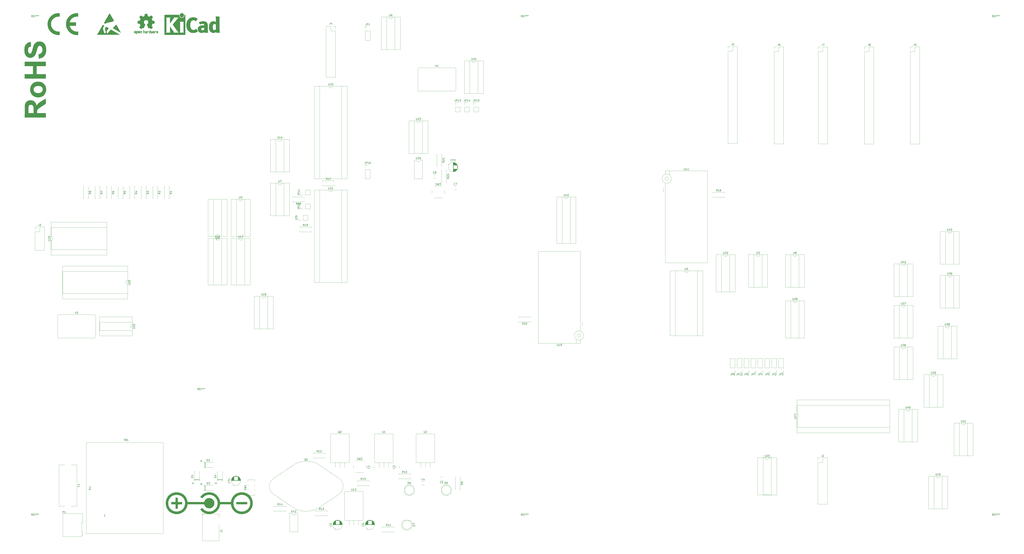
<source format=gbr>
%TF.GenerationSoftware,KiCad,Pcbnew,(5.1.10)-1*%
%TF.CreationDate,2022-04-25T14:42:15+01:00*%
%TF.ProjectId,Motherboard,4d6f7468-6572-4626-9f61-72642e6b6963,2.2*%
%TF.SameCoordinates,Original*%
%TF.FileFunction,Legend,Top*%
%TF.FilePolarity,Positive*%
%FSLAX46Y46*%
G04 Gerber Fmt 4.6, Leading zero omitted, Abs format (unit mm)*
G04 Created by KiCad (PCBNEW (5.1.10)-1) date 2022-04-25 14:42:15*
%MOMM*%
%LPD*%
G01*
G04 APERTURE LIST*
%ADD10C,0.010000*%
%ADD11C,0.120000*%
%ADD12C,0.150000*%
G04 APERTURE END LIST*
D10*
%TO.C,REF\u002A\u002A*%
G36*
X112765541Y-299835047D02*
G01*
X110374953Y-299835047D01*
X110374953Y-298639753D01*
X112765541Y-298639753D01*
X112765541Y-296249165D01*
X113960835Y-296249165D01*
X113960835Y-298639753D01*
X116351424Y-298639753D01*
X116351424Y-299834564D01*
X113973286Y-299847498D01*
X113966819Y-301036567D01*
X113960352Y-302225635D01*
X112765541Y-302225635D01*
X112765541Y-299835047D01*
G37*
X112765541Y-299835047D02*
X110374953Y-299835047D01*
X110374953Y-298639753D01*
X112765541Y-298639753D01*
X112765541Y-296249165D01*
X113960835Y-296249165D01*
X113960835Y-298639753D01*
X116351424Y-298639753D01*
X116351424Y-299834564D01*
X113973286Y-299847498D01*
X113966819Y-301036567D01*
X113960352Y-302225635D01*
X112765541Y-302225635D01*
X112765541Y-299835047D01*
G36*
X146208875Y-298639753D02*
G01*
X152185345Y-298639753D01*
X152185345Y-299835047D01*
X146208875Y-299835047D01*
X146208875Y-298639753D01*
G37*
X146208875Y-298639753D02*
X152185345Y-298639753D01*
X152185345Y-299835047D01*
X146208875Y-299835047D01*
X146208875Y-298639753D01*
G36*
X113122786Y-305207586D02*
G01*
X112906593Y-305199250D01*
X112801122Y-305191373D01*
X112270019Y-305119004D01*
X111748788Y-305001547D01*
X111241881Y-304840813D01*
X110753750Y-304638616D01*
X110288848Y-304396765D01*
X109851627Y-304117072D01*
X109503384Y-303849520D01*
X109109037Y-303488015D01*
X108751693Y-303093993D01*
X108432893Y-302669907D01*
X108154183Y-302218212D01*
X107917105Y-301741364D01*
X107723202Y-301241816D01*
X107597930Y-300818646D01*
X107491460Y-300314115D01*
X107425702Y-299795623D01*
X107400839Y-299272005D01*
X107417052Y-298752091D01*
X107474523Y-298244715D01*
X107538020Y-297907942D01*
X107680203Y-297375710D01*
X107865204Y-296866528D01*
X108091775Y-296382249D01*
X108358668Y-295924730D01*
X108664636Y-295495824D01*
X109008431Y-295097388D01*
X109388806Y-294731276D01*
X109804514Y-294399343D01*
X109979887Y-294276907D01*
X110438946Y-293997935D01*
X110918177Y-293764018D01*
X111418624Y-293574757D01*
X111941329Y-293429754D01*
X112448957Y-293334180D01*
X112576575Y-293318518D01*
X112734193Y-293304140D01*
X112911239Y-293291525D01*
X113097139Y-293281146D01*
X113281321Y-293273480D01*
X113453213Y-293269004D01*
X113602242Y-293268192D01*
X113717836Y-293271521D01*
X113761620Y-293275092D01*
X113823431Y-293281900D01*
X113919506Y-293292225D01*
X114034571Y-293304435D01*
X114110247Y-293312390D01*
X114602322Y-293387740D01*
X115095079Y-293509321D01*
X115581412Y-293674174D01*
X116054218Y-293879340D01*
X116506391Y-294121858D01*
X116930827Y-294398769D01*
X117185639Y-294593498D01*
X117348138Y-294733288D01*
X117526114Y-294899183D01*
X117706102Y-295077769D01*
X117874639Y-295255633D01*
X118018260Y-295419361D01*
X118035170Y-295439851D01*
X118325889Y-295832754D01*
X118585144Y-296260366D01*
X118810443Y-296716886D01*
X118999294Y-297196513D01*
X119149206Y-297693448D01*
X119257686Y-298201889D01*
X119278716Y-298334704D01*
X119323550Y-298639753D01*
X123939249Y-298639753D01*
X124522518Y-298639693D01*
X125057784Y-298639504D01*
X125546849Y-298639174D01*
X125991515Y-298638692D01*
X126393582Y-298638045D01*
X126754852Y-298637221D01*
X127077126Y-298636208D01*
X127362206Y-298634993D01*
X127611892Y-298633565D01*
X127827987Y-298631911D01*
X128012291Y-298630020D01*
X128166606Y-298627879D01*
X128292733Y-298625476D01*
X128392474Y-298622799D01*
X128467629Y-298619836D01*
X128520001Y-298616574D01*
X128551390Y-298613003D01*
X128563598Y-298609108D01*
X128563858Y-298608625D01*
X128664277Y-298293900D01*
X128775315Y-298019701D01*
X128901885Y-297777078D01*
X129048902Y-297557081D01*
X129221280Y-297350760D01*
X129299242Y-297269238D01*
X129567140Y-297032693D01*
X129859122Y-296836740D01*
X130170644Y-296681385D01*
X130497161Y-296566636D01*
X130834128Y-296492498D01*
X131177002Y-296458978D01*
X131521237Y-296466082D01*
X131862289Y-296513818D01*
X132195614Y-296602191D01*
X132516667Y-296731208D01*
X132820903Y-296900876D01*
X133103778Y-297111201D01*
X133267936Y-297263533D01*
X133509572Y-297537706D01*
X133705263Y-297826782D01*
X133857737Y-298135101D01*
X133919817Y-298301396D01*
X134016041Y-298660962D01*
X134065995Y-299023205D01*
X134068804Y-299228798D01*
X118019855Y-299228798D01*
X117998701Y-298747075D01*
X117934462Y-298287006D01*
X117825973Y-297843358D01*
X117672069Y-297410892D01*
X117559119Y-297158086D01*
X117334567Y-296746989D01*
X117071917Y-296366271D01*
X116773798Y-296017651D01*
X116442843Y-295702846D01*
X116081682Y-295423574D01*
X115692947Y-295181553D01*
X115279269Y-294978501D01*
X114843279Y-294816136D01*
X114387608Y-294696175D01*
X113914887Y-294620337D01*
X113637110Y-294597418D01*
X113547310Y-294592339D01*
X113468865Y-294587599D01*
X113437894Y-294585558D01*
X113390577Y-294585686D01*
X113304905Y-294589129D01*
X113192178Y-294595321D01*
X113063695Y-294603696D01*
X113035194Y-294605720D01*
X112546323Y-294664482D01*
X112077222Y-294767760D01*
X111629923Y-294913791D01*
X111206456Y-295100812D01*
X110808854Y-295327060D01*
X110439147Y-295590774D01*
X110099366Y-295890189D01*
X109791543Y-296223543D01*
X109517708Y-296589073D01*
X109279893Y-296985018D01*
X109080128Y-297409613D01*
X108920445Y-297861097D01*
X108817421Y-298266223D01*
X108785883Y-298453119D01*
X108761010Y-298675571D01*
X108743355Y-298919709D01*
X108733471Y-299171662D01*
X108731912Y-299417557D01*
X108739232Y-299643525D01*
X108755074Y-299828405D01*
X108838560Y-300315868D01*
X108965957Y-300780804D01*
X109136476Y-301221922D01*
X109349329Y-301637926D01*
X109603727Y-302027523D01*
X109898881Y-302389419D01*
X110234004Y-302722321D01*
X110608307Y-303024934D01*
X110773384Y-303140266D01*
X111154250Y-303365804D01*
X111561692Y-303552310D01*
X111990563Y-303699142D01*
X112435713Y-303805660D01*
X112891993Y-303871222D01*
X113354255Y-303895188D01*
X113817348Y-303876916D01*
X114276125Y-303815764D01*
X114725436Y-303711093D01*
X114907110Y-303654988D01*
X115349573Y-303482618D01*
X115765143Y-303269506D01*
X116151941Y-303017977D01*
X116508090Y-302730354D01*
X116831710Y-302408964D01*
X117120922Y-302056130D01*
X117373849Y-301674176D01*
X117588611Y-301265428D01*
X117763330Y-300832209D01*
X117896128Y-300376845D01*
X117985125Y-299901660D01*
X117993733Y-299835700D01*
X118003116Y-299733343D01*
X118011004Y-299596672D01*
X118016732Y-299441171D01*
X118019631Y-299282323D01*
X118019855Y-299228798D01*
X134068804Y-299228798D01*
X134070923Y-299383836D01*
X134032068Y-299738566D01*
X133950674Y-300083106D01*
X133827986Y-300413167D01*
X133665245Y-300724460D01*
X133463696Y-301012697D01*
X133224582Y-301273588D01*
X133003242Y-301462662D01*
X132704062Y-301660313D01*
X132383436Y-301815651D01*
X132046384Y-301928549D01*
X131697930Y-301998882D01*
X131343096Y-302026525D01*
X130986903Y-302011352D01*
X130634374Y-301953238D01*
X130290530Y-301852056D01*
X129960395Y-301707681D01*
X129686424Y-301545624D01*
X129604190Y-301484577D01*
X129502450Y-301400698D01*
X129396429Y-301306851D01*
X129331745Y-301245933D01*
X129116405Y-301013079D01*
X128935347Y-300763382D01*
X128784353Y-300489270D01*
X128659206Y-300183171D01*
X128563107Y-299866174D01*
X128553152Y-299862242D01*
X128524235Y-299858634D01*
X128474555Y-299855337D01*
X128402311Y-299852340D01*
X128305702Y-299849630D01*
X128182927Y-299847196D01*
X128032186Y-299845024D01*
X127851677Y-299843104D01*
X127639599Y-299841423D01*
X127394152Y-299839969D01*
X127113535Y-299838729D01*
X126795946Y-299837693D01*
X126439585Y-299836846D01*
X126042650Y-299836178D01*
X125603341Y-299835677D01*
X125119858Y-299835329D01*
X124590398Y-299835123D01*
X124013161Y-299835048D01*
X123937297Y-299835047D01*
X119319647Y-299835047D01*
X119302560Y-299990684D01*
X119256919Y-300302962D01*
X119187795Y-300638237D01*
X119099812Y-300978392D01*
X118997592Y-301305307D01*
X118901288Y-301563358D01*
X118674934Y-302054102D01*
X118409068Y-302515820D01*
X118105749Y-302946916D01*
X117767038Y-303345788D01*
X117394994Y-303710840D01*
X116991677Y-304040473D01*
X116559146Y-304333087D01*
X116099461Y-304587085D01*
X115614683Y-304800868D01*
X115106869Y-304972837D01*
X114578081Y-305101394D01*
X114275417Y-305153555D01*
X114084727Y-305175856D01*
X113859301Y-305192789D01*
X113613958Y-305203975D01*
X113363513Y-305209034D01*
X113122786Y-305207586D01*
G37*
X113122786Y-305207586D02*
X112906593Y-305199250D01*
X112801122Y-305191373D01*
X112270019Y-305119004D01*
X111748788Y-305001547D01*
X111241881Y-304840813D01*
X110753750Y-304638616D01*
X110288848Y-304396765D01*
X109851627Y-304117072D01*
X109503384Y-303849520D01*
X109109037Y-303488015D01*
X108751693Y-303093993D01*
X108432893Y-302669907D01*
X108154183Y-302218212D01*
X107917105Y-301741364D01*
X107723202Y-301241816D01*
X107597930Y-300818646D01*
X107491460Y-300314115D01*
X107425702Y-299795623D01*
X107400839Y-299272005D01*
X107417052Y-298752091D01*
X107474523Y-298244715D01*
X107538020Y-297907942D01*
X107680203Y-297375710D01*
X107865204Y-296866528D01*
X108091775Y-296382249D01*
X108358668Y-295924730D01*
X108664636Y-295495824D01*
X109008431Y-295097388D01*
X109388806Y-294731276D01*
X109804514Y-294399343D01*
X109979887Y-294276907D01*
X110438946Y-293997935D01*
X110918177Y-293764018D01*
X111418624Y-293574757D01*
X111941329Y-293429754D01*
X112448957Y-293334180D01*
X112576575Y-293318518D01*
X112734193Y-293304140D01*
X112911239Y-293291525D01*
X113097139Y-293281146D01*
X113281321Y-293273480D01*
X113453213Y-293269004D01*
X113602242Y-293268192D01*
X113717836Y-293271521D01*
X113761620Y-293275092D01*
X113823431Y-293281900D01*
X113919506Y-293292225D01*
X114034571Y-293304435D01*
X114110247Y-293312390D01*
X114602322Y-293387740D01*
X115095079Y-293509321D01*
X115581412Y-293674174D01*
X116054218Y-293879340D01*
X116506391Y-294121858D01*
X116930827Y-294398769D01*
X117185639Y-294593498D01*
X117348138Y-294733288D01*
X117526114Y-294899183D01*
X117706102Y-295077769D01*
X117874639Y-295255633D01*
X118018260Y-295419361D01*
X118035170Y-295439851D01*
X118325889Y-295832754D01*
X118585144Y-296260366D01*
X118810443Y-296716886D01*
X118999294Y-297196513D01*
X119149206Y-297693448D01*
X119257686Y-298201889D01*
X119278716Y-298334704D01*
X119323550Y-298639753D01*
X123939249Y-298639753D01*
X124522518Y-298639693D01*
X125057784Y-298639504D01*
X125546849Y-298639174D01*
X125991515Y-298638692D01*
X126393582Y-298638045D01*
X126754852Y-298637221D01*
X127077126Y-298636208D01*
X127362206Y-298634993D01*
X127611892Y-298633565D01*
X127827987Y-298631911D01*
X128012291Y-298630020D01*
X128166606Y-298627879D01*
X128292733Y-298625476D01*
X128392474Y-298622799D01*
X128467629Y-298619836D01*
X128520001Y-298616574D01*
X128551390Y-298613003D01*
X128563598Y-298609108D01*
X128563858Y-298608625D01*
X128664277Y-298293900D01*
X128775315Y-298019701D01*
X128901885Y-297777078D01*
X129048902Y-297557081D01*
X129221280Y-297350760D01*
X129299242Y-297269238D01*
X129567140Y-297032693D01*
X129859122Y-296836740D01*
X130170644Y-296681385D01*
X130497161Y-296566636D01*
X130834128Y-296492498D01*
X131177002Y-296458978D01*
X131521237Y-296466082D01*
X131862289Y-296513818D01*
X132195614Y-296602191D01*
X132516667Y-296731208D01*
X132820903Y-296900876D01*
X133103778Y-297111201D01*
X133267936Y-297263533D01*
X133509572Y-297537706D01*
X133705263Y-297826782D01*
X133857737Y-298135101D01*
X133919817Y-298301396D01*
X134016041Y-298660962D01*
X134065995Y-299023205D01*
X134068804Y-299228798D01*
X118019855Y-299228798D01*
X117998701Y-298747075D01*
X117934462Y-298287006D01*
X117825973Y-297843358D01*
X117672069Y-297410892D01*
X117559119Y-297158086D01*
X117334567Y-296746989D01*
X117071917Y-296366271D01*
X116773798Y-296017651D01*
X116442843Y-295702846D01*
X116081682Y-295423574D01*
X115692947Y-295181553D01*
X115279269Y-294978501D01*
X114843279Y-294816136D01*
X114387608Y-294696175D01*
X113914887Y-294620337D01*
X113637110Y-294597418D01*
X113547310Y-294592339D01*
X113468865Y-294587599D01*
X113437894Y-294585558D01*
X113390577Y-294585686D01*
X113304905Y-294589129D01*
X113192178Y-294595321D01*
X113063695Y-294603696D01*
X113035194Y-294605720D01*
X112546323Y-294664482D01*
X112077222Y-294767760D01*
X111629923Y-294913791D01*
X111206456Y-295100812D01*
X110808854Y-295327060D01*
X110439147Y-295590774D01*
X110099366Y-295890189D01*
X109791543Y-296223543D01*
X109517708Y-296589073D01*
X109279893Y-296985018D01*
X109080128Y-297409613D01*
X108920445Y-297861097D01*
X108817421Y-298266223D01*
X108785883Y-298453119D01*
X108761010Y-298675571D01*
X108743355Y-298919709D01*
X108733471Y-299171662D01*
X108731912Y-299417557D01*
X108739232Y-299643525D01*
X108755074Y-299828405D01*
X108838560Y-300315868D01*
X108965957Y-300780804D01*
X109136476Y-301221922D01*
X109349329Y-301637926D01*
X109603727Y-302027523D01*
X109898881Y-302389419D01*
X110234004Y-302722321D01*
X110608307Y-303024934D01*
X110773384Y-303140266D01*
X111154250Y-303365804D01*
X111561692Y-303552310D01*
X111990563Y-303699142D01*
X112435713Y-303805660D01*
X112891993Y-303871222D01*
X113354255Y-303895188D01*
X113817348Y-303876916D01*
X114276125Y-303815764D01*
X114725436Y-303711093D01*
X114907110Y-303654988D01*
X115349573Y-303482618D01*
X115765143Y-303269506D01*
X116151941Y-303017977D01*
X116508090Y-302730354D01*
X116831710Y-302408964D01*
X117120922Y-302056130D01*
X117373849Y-301674176D01*
X117588611Y-301265428D01*
X117763330Y-300832209D01*
X117896128Y-300376845D01*
X117985125Y-299901660D01*
X117993733Y-299835700D01*
X118003116Y-299733343D01*
X118011004Y-299596672D01*
X118016732Y-299441171D01*
X118019631Y-299282323D01*
X118019855Y-299228798D01*
X134068804Y-299228798D01*
X134070923Y-299383836D01*
X134032068Y-299738566D01*
X133950674Y-300083106D01*
X133827986Y-300413167D01*
X133665245Y-300724460D01*
X133463696Y-301012697D01*
X133224582Y-301273588D01*
X133003242Y-301462662D01*
X132704062Y-301660313D01*
X132383436Y-301815651D01*
X132046384Y-301928549D01*
X131697930Y-301998882D01*
X131343096Y-302026525D01*
X130986903Y-302011352D01*
X130634374Y-301953238D01*
X130290530Y-301852056D01*
X129960395Y-301707681D01*
X129686424Y-301545624D01*
X129604190Y-301484577D01*
X129502450Y-301400698D01*
X129396429Y-301306851D01*
X129331745Y-301245933D01*
X129116405Y-301013079D01*
X128935347Y-300763382D01*
X128784353Y-300489270D01*
X128659206Y-300183171D01*
X128563107Y-299866174D01*
X128553152Y-299862242D01*
X128524235Y-299858634D01*
X128474555Y-299855337D01*
X128402311Y-299852340D01*
X128305702Y-299849630D01*
X128182927Y-299847196D01*
X128032186Y-299845024D01*
X127851677Y-299843104D01*
X127639599Y-299841423D01*
X127394152Y-299839969D01*
X127113535Y-299838729D01*
X126795946Y-299837693D01*
X126439585Y-299836846D01*
X126042650Y-299836178D01*
X125603341Y-299835677D01*
X125119858Y-299835329D01*
X124590398Y-299835123D01*
X124013161Y-299835048D01*
X123937297Y-299835047D01*
X119319647Y-299835047D01*
X119302560Y-299990684D01*
X119256919Y-300302962D01*
X119187795Y-300638237D01*
X119099812Y-300978392D01*
X118997592Y-301305307D01*
X118901288Y-301563358D01*
X118674934Y-302054102D01*
X118409068Y-302515820D01*
X118105749Y-302946916D01*
X117767038Y-303345788D01*
X117394994Y-303710840D01*
X116991677Y-304040473D01*
X116559146Y-304333087D01*
X116099461Y-304587085D01*
X115614683Y-304800868D01*
X115106869Y-304972837D01*
X114578081Y-305101394D01*
X114275417Y-305153555D01*
X114084727Y-305175856D01*
X113859301Y-305192789D01*
X113613958Y-305203975D01*
X113363513Y-305209034D01*
X113122786Y-305207586D01*
G36*
X130729663Y-305180812D02*
G01*
X130208485Y-305109297D01*
X129694183Y-304990618D01*
X129287992Y-304860655D01*
X128781172Y-304651149D01*
X128297415Y-304398116D01*
X127839119Y-304103345D01*
X127408677Y-303768621D01*
X127008486Y-303395731D01*
X126640940Y-302986462D01*
X126453556Y-302746482D01*
X126387304Y-302657230D01*
X126903014Y-302298246D01*
X127045039Y-302200157D01*
X127174405Y-302112286D01*
X127285281Y-302038471D01*
X127371840Y-301982555D01*
X127428254Y-301948376D01*
X127447863Y-301939263D01*
X127476581Y-301957863D01*
X127523672Y-302006588D01*
X127578030Y-302073717D01*
X127860990Y-302410353D01*
X128182899Y-302721743D01*
X128537804Y-303004190D01*
X128919753Y-303253995D01*
X129322793Y-303467460D01*
X129740972Y-303640887D01*
X130168336Y-303770578D01*
X130386170Y-303818356D01*
X130862783Y-303884661D01*
X131338153Y-303902774D01*
X131808898Y-303873719D01*
X132271634Y-303798518D01*
X132722979Y-303678196D01*
X133159549Y-303513776D01*
X133577962Y-303306282D01*
X133974834Y-303056737D01*
X134346783Y-302766165D01*
X134579927Y-302549472D01*
X134908215Y-302188930D01*
X135192775Y-301804639D01*
X135433698Y-301396420D01*
X135631075Y-300964089D01*
X135784998Y-300507465D01*
X135895559Y-300026368D01*
X135915258Y-299909745D01*
X135937727Y-299717885D01*
X135951445Y-299493301D01*
X135956406Y-299251984D01*
X135952603Y-299009930D01*
X135940031Y-298783131D01*
X135918684Y-298587582D01*
X135915765Y-298568446D01*
X135816004Y-298087797D01*
X135672355Y-297626734D01*
X135486413Y-297187782D01*
X135259770Y-296773467D01*
X134994023Y-296386313D01*
X134690765Y-296028846D01*
X134351590Y-295703591D01*
X133978093Y-295413072D01*
X133882404Y-295348056D01*
X133467021Y-295102292D01*
X133034462Y-294901795D01*
X132588077Y-294747025D01*
X132131217Y-294638441D01*
X131667233Y-294576502D01*
X131199476Y-294561665D01*
X130731296Y-294594391D01*
X130266043Y-294675137D01*
X129837403Y-294794231D01*
X129386396Y-294968887D01*
X128958804Y-295186615D01*
X128557372Y-295445510D01*
X128184844Y-295743669D01*
X127843968Y-296079188D01*
X127638898Y-296318626D01*
X127453927Y-296549951D01*
X127337528Y-296466717D01*
X127280077Y-296426086D01*
X127190437Y-296363242D01*
X127077379Y-296284307D01*
X126949670Y-296195404D01*
X126816473Y-296102926D01*
X126692586Y-296016290D01*
X126584029Y-295938954D01*
X126497000Y-295875451D01*
X126437696Y-295830313D01*
X126412315Y-295808075D01*
X126411816Y-295806962D01*
X126427721Y-295773186D01*
X126471691Y-295709497D01*
X126538111Y-295622671D01*
X126621362Y-295519483D01*
X126715830Y-295406707D01*
X126815896Y-295291118D01*
X126915944Y-295179491D01*
X127010359Y-295078601D01*
X127045754Y-295042299D01*
X127449447Y-294668595D01*
X127878161Y-294337450D01*
X128329982Y-294049663D01*
X128802998Y-293806036D01*
X129295298Y-293607366D01*
X129804968Y-293454455D01*
X130330098Y-293348102D01*
X130868774Y-293289107D01*
X131267698Y-293276403D01*
X131775220Y-293294000D01*
X132255375Y-293347863D01*
X132717006Y-293440067D01*
X133168958Y-293572684D01*
X133620074Y-293747787D01*
X133963228Y-293908266D01*
X134435628Y-294171977D01*
X134879583Y-294475788D01*
X135292803Y-294817428D01*
X135672996Y-295194622D01*
X136017870Y-295605098D01*
X136325134Y-296046581D01*
X136592397Y-296516604D01*
X136816364Y-297005600D01*
X136992575Y-297501797D01*
X137123065Y-298011405D01*
X137174946Y-298292541D01*
X137230791Y-298639951D01*
X140244391Y-298633626D01*
X143257992Y-298627302D01*
X143276810Y-298452988D01*
X143341992Y-298030964D01*
X143445925Y-297595573D01*
X143584411Y-297158668D01*
X143753255Y-296732106D01*
X143948262Y-296327741D01*
X144153742Y-295975243D01*
X144347249Y-295695430D01*
X144568772Y-295412533D01*
X144808358Y-295137681D01*
X145056051Y-294882007D01*
X145301896Y-294656642D01*
X145419198Y-294560234D01*
X145865458Y-294239346D01*
X146331034Y-293964356D01*
X146815836Y-293735298D01*
X147319774Y-293552202D01*
X147842759Y-293415101D01*
X148384700Y-293324027D01*
X148945508Y-293279010D01*
X149060149Y-293275531D01*
X149212272Y-293272825D01*
X149354040Y-293271538D01*
X149475095Y-293271671D01*
X149565082Y-293273222D01*
X149607992Y-293275511D01*
X149945594Y-293313427D01*
X150245973Y-293356982D01*
X150521609Y-293408656D01*
X150784982Y-293470928D01*
X151048572Y-293546276D01*
X151176816Y-293587153D01*
X151672822Y-293775633D01*
X152144698Y-294006509D01*
X152590372Y-294277525D01*
X153007774Y-294586427D01*
X153394833Y-294930957D01*
X153749479Y-295308861D01*
X154069640Y-295717882D01*
X154353247Y-296155765D01*
X154598228Y-296620255D01*
X154802514Y-297109095D01*
X154964032Y-297620029D01*
X154996907Y-297748576D01*
X155048189Y-297968803D01*
X155087954Y-298166451D01*
X155117526Y-298353562D01*
X155138225Y-298542181D01*
X155151373Y-298744349D01*
X155158292Y-298972111D01*
X155160304Y-299237400D01*
X155160210Y-299249851D01*
X153853777Y-299249851D01*
X153830629Y-298755183D01*
X153761630Y-298275781D01*
X153647441Y-297813699D01*
X153488727Y-297370991D01*
X153286150Y-296949710D01*
X153040374Y-296551910D01*
X152935440Y-296406864D01*
X152634130Y-296048277D01*
X152299207Y-295724895D01*
X151933975Y-295438491D01*
X151541738Y-295190839D01*
X151125799Y-294983714D01*
X150689462Y-294818889D01*
X150236031Y-294698139D01*
X149768810Y-294623236D01*
X149583090Y-294606802D01*
X149466645Y-294598831D01*
X149364886Y-294591859D01*
X149290406Y-294586750D01*
X149259365Y-294584614D01*
X149217093Y-294585094D01*
X149135833Y-294588805D01*
X149026255Y-294595166D01*
X148899028Y-294603598D01*
X148862326Y-294606205D01*
X148378197Y-294664644D01*
X147913255Y-294767485D01*
X147469573Y-294912655D01*
X147049222Y-295098080D01*
X146654277Y-295321689D01*
X146286808Y-295581406D01*
X145948889Y-295875160D01*
X145642591Y-296200878D01*
X145369989Y-296556484D01*
X145133153Y-296939908D01*
X144934157Y-297349075D01*
X144775073Y-297781913D01*
X144657973Y-298236347D01*
X144584931Y-298710305D01*
X144568753Y-298901223D01*
X144559504Y-299394407D01*
X144596117Y-299875218D01*
X144677222Y-300341192D01*
X144801450Y-300789861D01*
X144967432Y-301218759D01*
X145173799Y-301625419D01*
X145419181Y-302007374D01*
X145702211Y-302362159D01*
X146021518Y-302687306D01*
X146375734Y-302980349D01*
X146763490Y-303238821D01*
X147068512Y-303405039D01*
X147501947Y-303593180D01*
X147952225Y-303736323D01*
X148414785Y-303834434D01*
X148885064Y-303887485D01*
X149358500Y-303895443D01*
X149830530Y-303858279D01*
X150296591Y-303775961D01*
X150752122Y-303648459D01*
X151192560Y-303475741D01*
X151283215Y-303433480D01*
X151698330Y-303207595D01*
X152081706Y-302944593D01*
X152431824Y-302646946D01*
X152747168Y-302317124D01*
X153026220Y-301957596D01*
X153267460Y-301570835D01*
X153469371Y-301159311D01*
X153630435Y-300725493D01*
X153749135Y-300271854D01*
X153823951Y-299800863D01*
X153853366Y-299314991D01*
X153853777Y-299249851D01*
X155160210Y-299249851D01*
X155158288Y-299502447D01*
X155151392Y-299729953D01*
X155138343Y-299932048D01*
X155117865Y-300120865D01*
X155088687Y-300308534D01*
X155049533Y-300507187D01*
X155007359Y-300694165D01*
X154860556Y-301212822D01*
X154670307Y-301709186D01*
X154438662Y-302181232D01*
X154167669Y-302626936D01*
X153859377Y-303044271D01*
X153515834Y-303431212D01*
X153139088Y-303785735D01*
X152731189Y-304105813D01*
X152294184Y-304389423D01*
X151830122Y-304634537D01*
X151341052Y-304839132D01*
X150829023Y-305001182D01*
X150591620Y-305059695D01*
X150387003Y-305103925D01*
X150205903Y-305138157D01*
X150036520Y-305163576D01*
X149867055Y-305181363D01*
X149685707Y-305192702D01*
X149480678Y-305198776D01*
X149240166Y-305200769D01*
X149184659Y-305200780D01*
X148917921Y-305198364D01*
X148688419Y-305190730D01*
X148483738Y-305176568D01*
X148291465Y-305154567D01*
X148099185Y-305123418D01*
X147894483Y-305081810D01*
X147754303Y-305049814D01*
X147268074Y-304912100D01*
X146789238Y-304731194D01*
X146326561Y-304511237D01*
X145888808Y-304256369D01*
X145507869Y-303988655D01*
X145326663Y-303840257D01*
X145131641Y-303665386D01*
X144935717Y-303476612D01*
X144751808Y-303286501D01*
X144592826Y-303107621D01*
X144553399Y-303059851D01*
X144254114Y-302653054D01*
X143988120Y-302216165D01*
X143758439Y-301756155D01*
X143568093Y-301279993D01*
X143420104Y-300794652D01*
X143317494Y-300307102D01*
X143295657Y-300158772D01*
X143281403Y-300054419D01*
X143268131Y-299963485D01*
X143258153Y-299901617D01*
X143256150Y-299891076D01*
X143244592Y-299835047D01*
X137219267Y-299835047D01*
X137219267Y-299894076D01*
X137214029Y-299958382D01*
X137199682Y-300060164D01*
X137178278Y-300188359D01*
X137151870Y-300331907D01*
X137122509Y-300479744D01*
X137092247Y-300620810D01*
X137063136Y-300744042D01*
X137057542Y-300765925D01*
X136904412Y-301257946D01*
X136705039Y-301738035D01*
X136462386Y-302201933D01*
X136179419Y-302645381D01*
X135859103Y-303064118D01*
X135504403Y-303453887D01*
X135118284Y-303810427D01*
X134727687Y-304112637D01*
X134277181Y-304401151D01*
X133805622Y-304646342D01*
X133316502Y-304847729D01*
X132813311Y-305004833D01*
X132299540Y-305117173D01*
X131778681Y-305184270D01*
X131254225Y-305205643D01*
X130729663Y-305180812D01*
G37*
X130729663Y-305180812D02*
X130208485Y-305109297D01*
X129694183Y-304990618D01*
X129287992Y-304860655D01*
X128781172Y-304651149D01*
X128297415Y-304398116D01*
X127839119Y-304103345D01*
X127408677Y-303768621D01*
X127008486Y-303395731D01*
X126640940Y-302986462D01*
X126453556Y-302746482D01*
X126387304Y-302657230D01*
X126903014Y-302298246D01*
X127045039Y-302200157D01*
X127174405Y-302112286D01*
X127285281Y-302038471D01*
X127371840Y-301982555D01*
X127428254Y-301948376D01*
X127447863Y-301939263D01*
X127476581Y-301957863D01*
X127523672Y-302006588D01*
X127578030Y-302073717D01*
X127860990Y-302410353D01*
X128182899Y-302721743D01*
X128537804Y-303004190D01*
X128919753Y-303253995D01*
X129322793Y-303467460D01*
X129740972Y-303640887D01*
X130168336Y-303770578D01*
X130386170Y-303818356D01*
X130862783Y-303884661D01*
X131338153Y-303902774D01*
X131808898Y-303873719D01*
X132271634Y-303798518D01*
X132722979Y-303678196D01*
X133159549Y-303513776D01*
X133577962Y-303306282D01*
X133974834Y-303056737D01*
X134346783Y-302766165D01*
X134579927Y-302549472D01*
X134908215Y-302188930D01*
X135192775Y-301804639D01*
X135433698Y-301396420D01*
X135631075Y-300964089D01*
X135784998Y-300507465D01*
X135895559Y-300026368D01*
X135915258Y-299909745D01*
X135937727Y-299717885D01*
X135951445Y-299493301D01*
X135956406Y-299251984D01*
X135952603Y-299009930D01*
X135940031Y-298783131D01*
X135918684Y-298587582D01*
X135915765Y-298568446D01*
X135816004Y-298087797D01*
X135672355Y-297626734D01*
X135486413Y-297187782D01*
X135259770Y-296773467D01*
X134994023Y-296386313D01*
X134690765Y-296028846D01*
X134351590Y-295703591D01*
X133978093Y-295413072D01*
X133882404Y-295348056D01*
X133467021Y-295102292D01*
X133034462Y-294901795D01*
X132588077Y-294747025D01*
X132131217Y-294638441D01*
X131667233Y-294576502D01*
X131199476Y-294561665D01*
X130731296Y-294594391D01*
X130266043Y-294675137D01*
X129837403Y-294794231D01*
X129386396Y-294968887D01*
X128958804Y-295186615D01*
X128557372Y-295445510D01*
X128184844Y-295743669D01*
X127843968Y-296079188D01*
X127638898Y-296318626D01*
X127453927Y-296549951D01*
X127337528Y-296466717D01*
X127280077Y-296426086D01*
X127190437Y-296363242D01*
X127077379Y-296284307D01*
X126949670Y-296195404D01*
X126816473Y-296102926D01*
X126692586Y-296016290D01*
X126584029Y-295938954D01*
X126497000Y-295875451D01*
X126437696Y-295830313D01*
X126412315Y-295808075D01*
X126411816Y-295806962D01*
X126427721Y-295773186D01*
X126471691Y-295709497D01*
X126538111Y-295622671D01*
X126621362Y-295519483D01*
X126715830Y-295406707D01*
X126815896Y-295291118D01*
X126915944Y-295179491D01*
X127010359Y-295078601D01*
X127045754Y-295042299D01*
X127449447Y-294668595D01*
X127878161Y-294337450D01*
X128329982Y-294049663D01*
X128802998Y-293806036D01*
X129295298Y-293607366D01*
X129804968Y-293454455D01*
X130330098Y-293348102D01*
X130868774Y-293289107D01*
X131267698Y-293276403D01*
X131775220Y-293294000D01*
X132255375Y-293347863D01*
X132717006Y-293440067D01*
X133168958Y-293572684D01*
X133620074Y-293747787D01*
X133963228Y-293908266D01*
X134435628Y-294171977D01*
X134879583Y-294475788D01*
X135292803Y-294817428D01*
X135672996Y-295194622D01*
X136017870Y-295605098D01*
X136325134Y-296046581D01*
X136592397Y-296516604D01*
X136816364Y-297005600D01*
X136992575Y-297501797D01*
X137123065Y-298011405D01*
X137174946Y-298292541D01*
X137230791Y-298639951D01*
X140244391Y-298633626D01*
X143257992Y-298627302D01*
X143276810Y-298452988D01*
X143341992Y-298030964D01*
X143445925Y-297595573D01*
X143584411Y-297158668D01*
X143753255Y-296732106D01*
X143948262Y-296327741D01*
X144153742Y-295975243D01*
X144347249Y-295695430D01*
X144568772Y-295412533D01*
X144808358Y-295137681D01*
X145056051Y-294882007D01*
X145301896Y-294656642D01*
X145419198Y-294560234D01*
X145865458Y-294239346D01*
X146331034Y-293964356D01*
X146815836Y-293735298D01*
X147319774Y-293552202D01*
X147842759Y-293415101D01*
X148384700Y-293324027D01*
X148945508Y-293279010D01*
X149060149Y-293275531D01*
X149212272Y-293272825D01*
X149354040Y-293271538D01*
X149475095Y-293271671D01*
X149565082Y-293273222D01*
X149607992Y-293275511D01*
X149945594Y-293313427D01*
X150245973Y-293356982D01*
X150521609Y-293408656D01*
X150784982Y-293470928D01*
X151048572Y-293546276D01*
X151176816Y-293587153D01*
X151672822Y-293775633D01*
X152144698Y-294006509D01*
X152590372Y-294277525D01*
X153007774Y-294586427D01*
X153394833Y-294930957D01*
X153749479Y-295308861D01*
X154069640Y-295717882D01*
X154353247Y-296155765D01*
X154598228Y-296620255D01*
X154802514Y-297109095D01*
X154964032Y-297620029D01*
X154996907Y-297748576D01*
X155048189Y-297968803D01*
X155087954Y-298166451D01*
X155117526Y-298353562D01*
X155138225Y-298542181D01*
X155151373Y-298744349D01*
X155158292Y-298972111D01*
X155160304Y-299237400D01*
X155160210Y-299249851D01*
X153853777Y-299249851D01*
X153830629Y-298755183D01*
X153761630Y-298275781D01*
X153647441Y-297813699D01*
X153488727Y-297370991D01*
X153286150Y-296949710D01*
X153040374Y-296551910D01*
X152935440Y-296406864D01*
X152634130Y-296048277D01*
X152299207Y-295724895D01*
X151933975Y-295438491D01*
X151541738Y-295190839D01*
X151125799Y-294983714D01*
X150689462Y-294818889D01*
X150236031Y-294698139D01*
X149768810Y-294623236D01*
X149583090Y-294606802D01*
X149466645Y-294598831D01*
X149364886Y-294591859D01*
X149290406Y-294586750D01*
X149259365Y-294584614D01*
X149217093Y-294585094D01*
X149135833Y-294588805D01*
X149026255Y-294595166D01*
X148899028Y-294603598D01*
X148862326Y-294606205D01*
X148378197Y-294664644D01*
X147913255Y-294767485D01*
X147469573Y-294912655D01*
X147049222Y-295098080D01*
X146654277Y-295321689D01*
X146286808Y-295581406D01*
X145948889Y-295875160D01*
X145642591Y-296200878D01*
X145369989Y-296556484D01*
X145133153Y-296939908D01*
X144934157Y-297349075D01*
X144775073Y-297781913D01*
X144657973Y-298236347D01*
X144584931Y-298710305D01*
X144568753Y-298901223D01*
X144559504Y-299394407D01*
X144596117Y-299875218D01*
X144677222Y-300341192D01*
X144801450Y-300789861D01*
X144967432Y-301218759D01*
X145173799Y-301625419D01*
X145419181Y-302007374D01*
X145702211Y-302362159D01*
X146021518Y-302687306D01*
X146375734Y-302980349D01*
X146763490Y-303238821D01*
X147068512Y-303405039D01*
X147501947Y-303593180D01*
X147952225Y-303736323D01*
X148414785Y-303834434D01*
X148885064Y-303887485D01*
X149358500Y-303895443D01*
X149830530Y-303858279D01*
X150296591Y-303775961D01*
X150752122Y-303648459D01*
X151192560Y-303475741D01*
X151283215Y-303433480D01*
X151698330Y-303207595D01*
X152081706Y-302944593D01*
X152431824Y-302646946D01*
X152747168Y-302317124D01*
X153026220Y-301957596D01*
X153267460Y-301570835D01*
X153469371Y-301159311D01*
X153630435Y-300725493D01*
X153749135Y-300271854D01*
X153823951Y-299800863D01*
X153853366Y-299314991D01*
X153853777Y-299249851D01*
X155160210Y-299249851D01*
X155158288Y-299502447D01*
X155151392Y-299729953D01*
X155138343Y-299932048D01*
X155117865Y-300120865D01*
X155088687Y-300308534D01*
X155049533Y-300507187D01*
X155007359Y-300694165D01*
X154860556Y-301212822D01*
X154670307Y-301709186D01*
X154438662Y-302181232D01*
X154167669Y-302626936D01*
X153859377Y-303044271D01*
X153515834Y-303431212D01*
X153139088Y-303785735D01*
X152731189Y-304105813D01*
X152294184Y-304389423D01*
X151830122Y-304634537D01*
X151341052Y-304839132D01*
X150829023Y-305001182D01*
X150591620Y-305059695D01*
X150387003Y-305103925D01*
X150205903Y-305138157D01*
X150036520Y-305163576D01*
X149867055Y-305181363D01*
X149685707Y-305192702D01*
X149480678Y-305198776D01*
X149240166Y-305200769D01*
X149184659Y-305200780D01*
X148917921Y-305198364D01*
X148688419Y-305190730D01*
X148483738Y-305176568D01*
X148291465Y-305154567D01*
X148099185Y-305123418D01*
X147894483Y-305081810D01*
X147754303Y-305049814D01*
X147268074Y-304912100D01*
X146789238Y-304731194D01*
X146326561Y-304511237D01*
X145888808Y-304256369D01*
X145507869Y-303988655D01*
X145326663Y-303840257D01*
X145131641Y-303665386D01*
X144935717Y-303476612D01*
X144751808Y-303286501D01*
X144592826Y-303107621D01*
X144553399Y-303059851D01*
X144254114Y-302653054D01*
X143988120Y-302216165D01*
X143758439Y-301756155D01*
X143568093Y-301279993D01*
X143420104Y-300794652D01*
X143317494Y-300307102D01*
X143295657Y-300158772D01*
X143281403Y-300054419D01*
X143268131Y-299963485D01*
X143258153Y-299901617D01*
X143256150Y-299891076D01*
X143244592Y-299835047D01*
X137219267Y-299835047D01*
X137219267Y-299894076D01*
X137214029Y-299958382D01*
X137199682Y-300060164D01*
X137178278Y-300188359D01*
X137151870Y-300331907D01*
X137122509Y-300479744D01*
X137092247Y-300620810D01*
X137063136Y-300744042D01*
X137057542Y-300765925D01*
X136904412Y-301257946D01*
X136705039Y-301738035D01*
X136462386Y-302201933D01*
X136179419Y-302645381D01*
X135859103Y-303064118D01*
X135504403Y-303453887D01*
X135118284Y-303810427D01*
X134727687Y-304112637D01*
X134277181Y-304401151D01*
X133805622Y-304646342D01*
X133316502Y-304847729D01*
X132813311Y-305004833D01*
X132299540Y-305117173D01*
X131778681Y-305184270D01*
X131254225Y-305205643D01*
X130729663Y-305180812D01*
D11*
%TO.C,U20*%
X443400000Y-274174600D02*
X432900000Y-274174600D01*
X443400000Y-294734600D02*
X443400000Y-274174600D01*
X432900000Y-294734600D02*
X443400000Y-294734600D01*
X432900000Y-274174600D02*
X432900000Y-294734600D01*
X440400000Y-274234600D02*
X439150000Y-274234600D01*
X440400000Y-294674600D02*
X440400000Y-274234600D01*
X435900000Y-294674600D02*
X440400000Y-294674600D01*
X435900000Y-274234600D02*
X435900000Y-294674600D01*
X437150000Y-274234600D02*
X435900000Y-274234600D01*
X439150000Y-274234600D02*
G75*
G02*
X437150000Y-274234600I-1000000J0D01*
G01*
%TO.C,F1*%
X48709400Y-278147000D02*
X51869400Y-278147000D01*
X48709400Y-278147000D02*
X48709400Y-300867000D01*
X58529400Y-278147000D02*
X58529400Y-300867000D01*
X55369400Y-278147000D02*
X58529400Y-278147000D01*
X55369400Y-300867000D02*
X58529400Y-300867000D01*
X48709400Y-300867000D02*
X51869400Y-300867000D01*
%TO.C,SW1*%
X152581800Y-295067600D02*
X152581800Y-294217600D01*
X152581800Y-292217600D02*
X152581800Y-291687600D01*
X152581800Y-289747600D02*
X152581800Y-289187600D01*
X152581800Y-287247600D02*
X152581800Y-286367600D01*
X152581800Y-286367600D02*
X156281800Y-286367600D01*
X156281800Y-286367600D02*
X156281800Y-287237600D01*
X156281800Y-289197600D02*
X156281800Y-289747600D01*
X156281800Y-291687600D02*
X156281800Y-292247600D01*
X156281800Y-294187600D02*
X156281800Y-295067600D01*
X156281800Y-295067600D02*
X152581800Y-295067600D01*
X153281800Y-295367600D02*
X152281800Y-295367600D01*
X152281800Y-295367600D02*
X152281800Y-294367600D01*
D10*
%TO.C,REF\u002A\u002A*%
G36*
X34386158Y-63182500D02*
G01*
X34386158Y-58692143D01*
X29850443Y-58692143D01*
X29850443Y-56333572D01*
X41371158Y-56333572D01*
X41371158Y-58692143D01*
X36335660Y-58692143D01*
X36347427Y-60925983D01*
X36359193Y-63159822D01*
X38865175Y-63171545D01*
X41371158Y-63183269D01*
X41371158Y-65541072D01*
X29850443Y-65541072D01*
X29850443Y-63182500D01*
X34386158Y-63182500D01*
G37*
X34386158Y-63182500D02*
X34386158Y-58692143D01*
X29850443Y-58692143D01*
X29850443Y-56333572D01*
X41371158Y-56333572D01*
X41371158Y-58692143D01*
X36335660Y-58692143D01*
X36347427Y-60925983D01*
X36359193Y-63159822D01*
X38865175Y-63171545D01*
X41371158Y-63183269D01*
X41371158Y-65541072D01*
X29850443Y-65541072D01*
X29850443Y-63182500D01*
X34386158Y-63182500D01*
G36*
X29864892Y-83763304D02*
G01*
X29870330Y-83050809D01*
X29876760Y-82414267D01*
X29884140Y-81855710D01*
X29892428Y-81377168D01*
X29901583Y-80980674D01*
X29911561Y-80668258D01*
X29922321Y-80441951D01*
X29933822Y-80303785D01*
X29936998Y-80282143D01*
X30019248Y-79861139D01*
X30110673Y-79512813D01*
X30219527Y-79219134D01*
X30354064Y-78962070D01*
X30522537Y-78723591D01*
X30733201Y-78485664D01*
X30782466Y-78435201D01*
X30979811Y-78244218D01*
X31149567Y-78103185D01*
X31320414Y-77990900D01*
X31521034Y-77886161D01*
X31532804Y-77880531D01*
X31844289Y-77742259D01*
X32122038Y-77645741D01*
X32396097Y-77584446D01*
X32696512Y-77551842D01*
X33053331Y-77541400D01*
X33093479Y-77541323D01*
X33601387Y-77565120D01*
X34045657Y-77640278D01*
X34441009Y-77772450D01*
X34802159Y-77967287D01*
X35143827Y-78230441D01*
X35318105Y-78395577D01*
X35523917Y-78617153D01*
X35695725Y-78839009D01*
X35841482Y-79077158D01*
X35969141Y-79347611D01*
X36086656Y-79666380D01*
X36201980Y-80049478D01*
X36274532Y-80321144D01*
X36313836Y-80473537D01*
X36539963Y-80139715D01*
X36800807Y-79800110D01*
X37125672Y-79450000D01*
X37493429Y-79110171D01*
X37882952Y-78801409D01*
X37946693Y-78755708D01*
X38061098Y-78677724D01*
X38232690Y-78564476D01*
X38451979Y-78421954D01*
X38709473Y-78256146D01*
X38995682Y-78073043D01*
X39301113Y-77878632D01*
X39616277Y-77678903D01*
X39931681Y-77479846D01*
X40237835Y-77287449D01*
X40525248Y-77107702D01*
X40784428Y-76946594D01*
X41005885Y-76810113D01*
X41180127Y-76704250D01*
X41297663Y-76634993D01*
X41349002Y-76608331D01*
X41349862Y-76608215D01*
X41355128Y-76651749D01*
X41359920Y-76775059D01*
X41364071Y-76967209D01*
X41367416Y-77217262D01*
X41369788Y-77514279D01*
X41371020Y-77847324D01*
X41371158Y-78006375D01*
X41371158Y-79404536D01*
X39636247Y-80563166D01*
X39263646Y-80812970D01*
X38899948Y-81058632D01*
X38555173Y-81293255D01*
X38239344Y-81509944D01*
X37962480Y-81701801D01*
X37734605Y-81861930D01*
X37565738Y-81983436D01*
X37491485Y-82039117D01*
X37204910Y-82279456D01*
X36983833Y-82513212D01*
X36820570Y-82757140D01*
X36707434Y-83027991D01*
X36636739Y-83342522D01*
X36600800Y-83717484D01*
X36592467Y-83998791D01*
X36585979Y-84568393D01*
X38978568Y-84580134D01*
X41371158Y-84591874D01*
X41371158Y-86949643D01*
X31846158Y-86949643D01*
X31846158Y-84591072D01*
X34703658Y-84591072D01*
X34703285Y-83173661D01*
X34701706Y-82801635D01*
X34697419Y-82439363D01*
X34690813Y-82102148D01*
X34682272Y-81805294D01*
X34672183Y-81564103D01*
X34660933Y-81393878D01*
X34657505Y-81359946D01*
X34600833Y-81002760D01*
X34518202Y-80719172D01*
X34403554Y-80494279D01*
X34250834Y-80313176D01*
X34221094Y-80286062D01*
X33946072Y-80100323D01*
X33626065Y-79989625D01*
X33255704Y-79952159D01*
X33229550Y-79952217D01*
X32858936Y-79990900D01*
X32544640Y-80100682D01*
X32286370Y-80281777D01*
X32083837Y-80534398D01*
X31936748Y-80858761D01*
X31918017Y-80918418D01*
X31898918Y-80995619D01*
X31883410Y-81092031D01*
X31871144Y-81217093D01*
X31861774Y-81380246D01*
X31854954Y-81590929D01*
X31850337Y-81858583D01*
X31847577Y-82192648D01*
X31846327Y-82602564D01*
X31846158Y-82875733D01*
X31846158Y-84591072D01*
X31846158Y-86949643D01*
X29843953Y-86949643D01*
X29864892Y-83763304D01*
G37*
X29864892Y-83763304D02*
X29870330Y-83050809D01*
X29876760Y-82414267D01*
X29884140Y-81855710D01*
X29892428Y-81377168D01*
X29901583Y-80980674D01*
X29911561Y-80668258D01*
X29922321Y-80441951D01*
X29933822Y-80303785D01*
X29936998Y-80282143D01*
X30019248Y-79861139D01*
X30110673Y-79512813D01*
X30219527Y-79219134D01*
X30354064Y-78962070D01*
X30522537Y-78723591D01*
X30733201Y-78485664D01*
X30782466Y-78435201D01*
X30979811Y-78244218D01*
X31149567Y-78103185D01*
X31320414Y-77990900D01*
X31521034Y-77886161D01*
X31532804Y-77880531D01*
X31844289Y-77742259D01*
X32122038Y-77645741D01*
X32396097Y-77584446D01*
X32696512Y-77551842D01*
X33053331Y-77541400D01*
X33093479Y-77541323D01*
X33601387Y-77565120D01*
X34045657Y-77640278D01*
X34441009Y-77772450D01*
X34802159Y-77967287D01*
X35143827Y-78230441D01*
X35318105Y-78395577D01*
X35523917Y-78617153D01*
X35695725Y-78839009D01*
X35841482Y-79077158D01*
X35969141Y-79347611D01*
X36086656Y-79666380D01*
X36201980Y-80049478D01*
X36274532Y-80321144D01*
X36313836Y-80473537D01*
X36539963Y-80139715D01*
X36800807Y-79800110D01*
X37125672Y-79450000D01*
X37493429Y-79110171D01*
X37882952Y-78801409D01*
X37946693Y-78755708D01*
X38061098Y-78677724D01*
X38232690Y-78564476D01*
X38451979Y-78421954D01*
X38709473Y-78256146D01*
X38995682Y-78073043D01*
X39301113Y-77878632D01*
X39616277Y-77678903D01*
X39931681Y-77479846D01*
X40237835Y-77287449D01*
X40525248Y-77107702D01*
X40784428Y-76946594D01*
X41005885Y-76810113D01*
X41180127Y-76704250D01*
X41297663Y-76634993D01*
X41349002Y-76608331D01*
X41349862Y-76608215D01*
X41355128Y-76651749D01*
X41359920Y-76775059D01*
X41364071Y-76967209D01*
X41367416Y-77217262D01*
X41369788Y-77514279D01*
X41371020Y-77847324D01*
X41371158Y-78006375D01*
X41371158Y-79404536D01*
X39636247Y-80563166D01*
X39263646Y-80812970D01*
X38899948Y-81058632D01*
X38555173Y-81293255D01*
X38239344Y-81509944D01*
X37962480Y-81701801D01*
X37734605Y-81861930D01*
X37565738Y-81983436D01*
X37491485Y-82039117D01*
X37204910Y-82279456D01*
X36983833Y-82513212D01*
X36820570Y-82757140D01*
X36707434Y-83027991D01*
X36636739Y-83342522D01*
X36600800Y-83717484D01*
X36592467Y-83998791D01*
X36585979Y-84568393D01*
X38978568Y-84580134D01*
X41371158Y-84591874D01*
X41371158Y-86949643D01*
X31846158Y-86949643D01*
X31846158Y-84591072D01*
X34703658Y-84591072D01*
X34703285Y-83173661D01*
X34701706Y-82801635D01*
X34697419Y-82439363D01*
X34690813Y-82102148D01*
X34682272Y-81805294D01*
X34672183Y-81564103D01*
X34660933Y-81393878D01*
X34657505Y-81359946D01*
X34600833Y-81002760D01*
X34518202Y-80719172D01*
X34403554Y-80494279D01*
X34250834Y-80313176D01*
X34221094Y-80286062D01*
X33946072Y-80100323D01*
X33626065Y-79989625D01*
X33255704Y-79952159D01*
X33229550Y-79952217D01*
X32858936Y-79990900D01*
X32544640Y-80100682D01*
X32286370Y-80281777D01*
X32083837Y-80534398D01*
X31936748Y-80858761D01*
X31918017Y-80918418D01*
X31898918Y-80995619D01*
X31883410Y-81092031D01*
X31871144Y-81217093D01*
X31861774Y-81380246D01*
X31854954Y-81590929D01*
X31850337Y-81858583D01*
X31847577Y-82192648D01*
X31846327Y-82602564D01*
X31846158Y-82875733D01*
X31846158Y-84591072D01*
X31846158Y-86949643D01*
X29843953Y-86949643D01*
X29864892Y-83763304D01*
G36*
X29700775Y-49066735D02*
G01*
X29755795Y-48608088D01*
X29844674Y-48188010D01*
X29970223Y-47790333D01*
X30135253Y-47398885D01*
X30176846Y-47312588D01*
X30453427Y-46845384D01*
X30790707Y-46445251D01*
X31189672Y-46111337D01*
X31651309Y-45842789D01*
X32081526Y-45669346D01*
X32337511Y-45596004D01*
X32607992Y-45538610D01*
X32832141Y-45508666D01*
X33184193Y-45481518D01*
X33186653Y-45612099D01*
X33188935Y-45694155D01*
X33193972Y-45852018D01*
X33201265Y-46070841D01*
X33210317Y-46335775D01*
X33220629Y-46631972D01*
X33226057Y-46785893D01*
X33263002Y-47829108D01*
X32942268Y-47911636D01*
X32556791Y-48050825D01*
X32234758Y-48252518D01*
X31978893Y-48514259D01*
X31791919Y-48833592D01*
X31726882Y-49008393D01*
X31680791Y-49218355D01*
X31648911Y-49490272D01*
X31631993Y-49796385D01*
X31630789Y-50108941D01*
X31646052Y-50400182D01*
X31678532Y-50642351D01*
X31682146Y-50659949D01*
X31783487Y-51012331D01*
X31924523Y-51319338D01*
X32097160Y-51567490D01*
X32293305Y-51743307D01*
X32354173Y-51779228D01*
X32506850Y-51825092D01*
X32705717Y-51840938D01*
X32911312Y-51826620D01*
X33084171Y-51781991D01*
X33084305Y-51781935D01*
X33203014Y-51710065D01*
X33333454Y-51599275D01*
X33385032Y-51545186D01*
X33479265Y-51426253D01*
X33567379Y-51287572D01*
X33652602Y-51120213D01*
X33738164Y-50915246D01*
X33827296Y-50663740D01*
X33923226Y-50356764D01*
X34029184Y-49985390D01*
X34148399Y-49540685D01*
X34245006Y-49167143D01*
X34413394Y-48539452D01*
X34577967Y-47993643D01*
X34742996Y-47521244D01*
X34912755Y-47113786D01*
X35091515Y-46762797D01*
X35283551Y-46459807D01*
X35493134Y-46196344D01*
X35724537Y-45963937D01*
X35957133Y-45772706D01*
X36301737Y-45554985D01*
X36696396Y-45374960D01*
X37102948Y-45249205D01*
X37217970Y-45225189D01*
X37501019Y-45189895D01*
X37832172Y-45174904D01*
X38180146Y-45179474D01*
X38513659Y-45202861D01*
X38801429Y-45244322D01*
X38893603Y-45264999D01*
X39276243Y-45393842D01*
X39671228Y-45581779D01*
X40043215Y-45810733D01*
X40220027Y-45943393D01*
X40581617Y-46293861D01*
X40891133Y-46715737D01*
X41146617Y-47204812D01*
X41346108Y-47756878D01*
X41487649Y-48367727D01*
X41547690Y-48794726D01*
X41575455Y-49147136D01*
X41589412Y-49539956D01*
X41589808Y-49944775D01*
X41576892Y-50333182D01*
X41550911Y-50676767D01*
X41529796Y-50845358D01*
X41408280Y-51465318D01*
X41239703Y-52014238D01*
X41019772Y-52501077D01*
X40744197Y-52934792D01*
X40408685Y-53324342D01*
X40284957Y-53443919D01*
X39913852Y-53736842D01*
X39476290Y-53996861D01*
X38993385Y-54214742D01*
X38486251Y-54381250D01*
X37976002Y-54487154D01*
X37867318Y-54501187D01*
X37721003Y-54515818D01*
X37643123Y-54512488D01*
X37612132Y-54484747D01*
X37606484Y-54426143D01*
X37606480Y-54423091D01*
X37602204Y-54346325D01*
X37590293Y-54194742D01*
X37572088Y-53983794D01*
X37548932Y-53728934D01*
X37522167Y-53445614D01*
X37516350Y-53385358D01*
X37482558Y-53037408D01*
X37457227Y-52769152D01*
X37440665Y-52569939D01*
X37433180Y-52429115D01*
X37435078Y-52336029D01*
X37446668Y-52280027D01*
X37468257Y-52250457D01*
X37500153Y-52236667D01*
X37542664Y-52228005D01*
X37549818Y-52226523D01*
X37780304Y-52164195D01*
X38046063Y-52072333D01*
X38310829Y-51965008D01*
X38538339Y-51856292D01*
X38614204Y-51813514D01*
X38938637Y-51566237D01*
X39199750Y-51255167D01*
X39396547Y-50882426D01*
X39528032Y-50450137D01*
X39593210Y-49960422D01*
X39600654Y-49711429D01*
X39571418Y-49205637D01*
X39482778Y-48765344D01*
X39333333Y-48386302D01*
X39121680Y-48064263D01*
X39020195Y-47951382D01*
X38749265Y-47726207D01*
X38459865Y-47578681D01*
X38162972Y-47509969D01*
X37869561Y-47521235D01*
X37590609Y-47613644D01*
X37352650Y-47774421D01*
X37249531Y-47875565D01*
X37155045Y-47993562D01*
X37066039Y-48136741D01*
X36979360Y-48313431D01*
X36891855Y-48531962D01*
X36800371Y-48800662D01*
X36701754Y-49127861D01*
X36592852Y-49521887D01*
X36470512Y-49991070D01*
X36384199Y-50332665D01*
X36189979Y-51037053D01*
X35981619Y-51655790D01*
X35759572Y-52187769D01*
X35524290Y-52631882D01*
X35326486Y-52923626D01*
X34982219Y-53300843D01*
X34587571Y-53608432D01*
X34152692Y-53844333D01*
X33687731Y-54006486D01*
X33202835Y-54092831D01*
X32708154Y-54101307D01*
X32213837Y-54029854D01*
X31730032Y-53876411D01*
X31404399Y-53719859D01*
X31036954Y-53470231D01*
X30693807Y-53148942D01*
X30391129Y-52774682D01*
X30145090Y-52366139D01*
X30046610Y-52150558D01*
X29922038Y-51817291D01*
X29828164Y-51496196D01*
X29760761Y-51164298D01*
X29715600Y-50798622D01*
X29688452Y-50376193D01*
X29681068Y-50164417D01*
X29676803Y-49580122D01*
X29700775Y-49066735D01*
G37*
X29700775Y-49066735D02*
X29755795Y-48608088D01*
X29844674Y-48188010D01*
X29970223Y-47790333D01*
X30135253Y-47398885D01*
X30176846Y-47312588D01*
X30453427Y-46845384D01*
X30790707Y-46445251D01*
X31189672Y-46111337D01*
X31651309Y-45842789D01*
X32081526Y-45669346D01*
X32337511Y-45596004D01*
X32607992Y-45538610D01*
X32832141Y-45508666D01*
X33184193Y-45481518D01*
X33186653Y-45612099D01*
X33188935Y-45694155D01*
X33193972Y-45852018D01*
X33201265Y-46070841D01*
X33210317Y-46335775D01*
X33220629Y-46631972D01*
X33226057Y-46785893D01*
X33263002Y-47829108D01*
X32942268Y-47911636D01*
X32556791Y-48050825D01*
X32234758Y-48252518D01*
X31978893Y-48514259D01*
X31791919Y-48833592D01*
X31726882Y-49008393D01*
X31680791Y-49218355D01*
X31648911Y-49490272D01*
X31631993Y-49796385D01*
X31630789Y-50108941D01*
X31646052Y-50400182D01*
X31678532Y-50642351D01*
X31682146Y-50659949D01*
X31783487Y-51012331D01*
X31924523Y-51319338D01*
X32097160Y-51567490D01*
X32293305Y-51743307D01*
X32354173Y-51779228D01*
X32506850Y-51825092D01*
X32705717Y-51840938D01*
X32911312Y-51826620D01*
X33084171Y-51781991D01*
X33084305Y-51781935D01*
X33203014Y-51710065D01*
X33333454Y-51599275D01*
X33385032Y-51545186D01*
X33479265Y-51426253D01*
X33567379Y-51287572D01*
X33652602Y-51120213D01*
X33738164Y-50915246D01*
X33827296Y-50663740D01*
X33923226Y-50356764D01*
X34029184Y-49985390D01*
X34148399Y-49540685D01*
X34245006Y-49167143D01*
X34413394Y-48539452D01*
X34577967Y-47993643D01*
X34742996Y-47521244D01*
X34912755Y-47113786D01*
X35091515Y-46762797D01*
X35283551Y-46459807D01*
X35493134Y-46196344D01*
X35724537Y-45963937D01*
X35957133Y-45772706D01*
X36301737Y-45554985D01*
X36696396Y-45374960D01*
X37102948Y-45249205D01*
X37217970Y-45225189D01*
X37501019Y-45189895D01*
X37832172Y-45174904D01*
X38180146Y-45179474D01*
X38513659Y-45202861D01*
X38801429Y-45244322D01*
X38893603Y-45264999D01*
X39276243Y-45393842D01*
X39671228Y-45581779D01*
X40043215Y-45810733D01*
X40220027Y-45943393D01*
X40581617Y-46293861D01*
X40891133Y-46715737D01*
X41146617Y-47204812D01*
X41346108Y-47756878D01*
X41487649Y-48367727D01*
X41547690Y-48794726D01*
X41575455Y-49147136D01*
X41589412Y-49539956D01*
X41589808Y-49944775D01*
X41576892Y-50333182D01*
X41550911Y-50676767D01*
X41529796Y-50845358D01*
X41408280Y-51465318D01*
X41239703Y-52014238D01*
X41019772Y-52501077D01*
X40744197Y-52934792D01*
X40408685Y-53324342D01*
X40284957Y-53443919D01*
X39913852Y-53736842D01*
X39476290Y-53996861D01*
X38993385Y-54214742D01*
X38486251Y-54381250D01*
X37976002Y-54487154D01*
X37867318Y-54501187D01*
X37721003Y-54515818D01*
X37643123Y-54512488D01*
X37612132Y-54484747D01*
X37606484Y-54426143D01*
X37606480Y-54423091D01*
X37602204Y-54346325D01*
X37590293Y-54194742D01*
X37572088Y-53983794D01*
X37548932Y-53728934D01*
X37522167Y-53445614D01*
X37516350Y-53385358D01*
X37482558Y-53037408D01*
X37457227Y-52769152D01*
X37440665Y-52569939D01*
X37433180Y-52429115D01*
X37435078Y-52336029D01*
X37446668Y-52280027D01*
X37468257Y-52250457D01*
X37500153Y-52236667D01*
X37542664Y-52228005D01*
X37549818Y-52226523D01*
X37780304Y-52164195D01*
X38046063Y-52072333D01*
X38310829Y-51965008D01*
X38538339Y-51856292D01*
X38614204Y-51813514D01*
X38938637Y-51566237D01*
X39199750Y-51255167D01*
X39396547Y-50882426D01*
X39528032Y-50450137D01*
X39593210Y-49960422D01*
X39600654Y-49711429D01*
X39571418Y-49205637D01*
X39482778Y-48765344D01*
X39333333Y-48386302D01*
X39121680Y-48064263D01*
X39020195Y-47951382D01*
X38749265Y-47726207D01*
X38459865Y-47578681D01*
X38162972Y-47509969D01*
X37869561Y-47521235D01*
X37590609Y-47613644D01*
X37352650Y-47774421D01*
X37249531Y-47875565D01*
X37155045Y-47993562D01*
X37066039Y-48136741D01*
X36979360Y-48313431D01*
X36891855Y-48531962D01*
X36800371Y-48800662D01*
X36701754Y-49127861D01*
X36592852Y-49521887D01*
X36470512Y-49991070D01*
X36384199Y-50332665D01*
X36189979Y-51037053D01*
X35981619Y-51655790D01*
X35759572Y-52187769D01*
X35524290Y-52631882D01*
X35326486Y-52923626D01*
X34982219Y-53300843D01*
X34587571Y-53608432D01*
X34152692Y-53844333D01*
X33687731Y-54006486D01*
X33202835Y-54092831D01*
X32708154Y-54101307D01*
X32213837Y-54029854D01*
X31730032Y-53876411D01*
X31404399Y-53719859D01*
X31036954Y-53470231D01*
X30693807Y-53148942D01*
X30391129Y-52774682D01*
X30145090Y-52366139D01*
X30046610Y-52150558D01*
X29922038Y-51817291D01*
X29828164Y-51496196D01*
X29760761Y-51164298D01*
X29715600Y-50798622D01*
X29688452Y-50376193D01*
X29681068Y-50164417D01*
X29676803Y-49580122D01*
X29700775Y-49066735D01*
G36*
X32871079Y-71573572D02*
G01*
X32873162Y-71270735D01*
X32879091Y-71037366D01*
X32890920Y-70852238D01*
X32910703Y-70694123D01*
X32940494Y-70541791D01*
X32982345Y-70374016D01*
X32989833Y-70346045D01*
X33191301Y-69765738D01*
X33468758Y-69230617D01*
X33817227Y-68746651D01*
X34231735Y-68319809D01*
X34707307Y-67956058D01*
X35220156Y-67670128D01*
X35628002Y-67503937D01*
X36046726Y-67386663D01*
X36501992Y-67312504D01*
X36953589Y-67278286D01*
X37621247Y-67284107D01*
X38238183Y-67363467D01*
X38809050Y-67518052D01*
X39338499Y-67749547D01*
X39831179Y-68059637D01*
X40291744Y-68450008D01*
X40352674Y-68509912D01*
X40743801Y-68952589D01*
X41054094Y-69421777D01*
X41292773Y-69933061D01*
X41418508Y-70311448D01*
X41470125Y-70547990D01*
X41511748Y-70847476D01*
X41541478Y-71182497D01*
X41557420Y-71525643D01*
X41557677Y-71849505D01*
X41542624Y-72104924D01*
X41464598Y-72578294D01*
X41328368Y-73066353D01*
X41143653Y-73544965D01*
X40920171Y-73989991D01*
X40667639Y-74377293D01*
X40586295Y-74480273D01*
X40206477Y-74867604D01*
X39760877Y-75197121D01*
X39256324Y-75465387D01*
X38699648Y-75668962D01*
X38097680Y-75804406D01*
X37901336Y-75832220D01*
X37214652Y-75877337D01*
X37198300Y-75876440D01*
X37198300Y-73579597D01*
X37738747Y-73552141D01*
X38213281Y-73464627D01*
X38625269Y-73315557D01*
X38978077Y-73103436D01*
X39275071Y-72826767D01*
X39466190Y-72571378D01*
X39588844Y-72358986D01*
X39668566Y-72159205D01*
X39712251Y-71943601D01*
X39726796Y-71683742D01*
X39724708Y-71505536D01*
X39714241Y-71272178D01*
X39694124Y-71099358D01*
X39658773Y-70956990D01*
X39602606Y-70814989D01*
X39592386Y-70792610D01*
X39432748Y-70524021D01*
X39213239Y-70260562D01*
X38961072Y-70032769D01*
X38838034Y-69946090D01*
X38534455Y-69793410D01*
X38167453Y-69675105D01*
X37759086Y-69595176D01*
X37331408Y-69557623D01*
X36906476Y-69566446D01*
X36800984Y-69576623D01*
X36341383Y-69650660D01*
X35953285Y-69763183D01*
X35623713Y-69919624D01*
X35339692Y-70125417D01*
X35220710Y-70238205D01*
X34965293Y-70559805D01*
X34788100Y-70913305D01*
X34689129Y-71286787D01*
X34668377Y-71668331D01*
X34725840Y-72046018D01*
X34861516Y-72407930D01*
X35075401Y-72742146D01*
X35221365Y-72904869D01*
X35516783Y-73153231D01*
X35848516Y-73341343D01*
X36226879Y-73472726D01*
X36662188Y-73550900D01*
X37164760Y-73579387D01*
X37198300Y-73579597D01*
X37198300Y-75876440D01*
X36560143Y-75841412D01*
X35941062Y-75725501D01*
X35360666Y-75530658D01*
X34822209Y-75257937D01*
X34328946Y-74908394D01*
X33946735Y-74550715D01*
X33596080Y-74116622D01*
X33302581Y-73620547D01*
X33073990Y-73076585D01*
X32993540Y-72816957D01*
X32947537Y-72643737D01*
X32914526Y-72494515D01*
X32892431Y-72348234D01*
X32879179Y-72183836D01*
X32872695Y-71980263D01*
X32870907Y-71716458D01*
X32871079Y-71573572D01*
G37*
X32871079Y-71573572D02*
X32873162Y-71270735D01*
X32879091Y-71037366D01*
X32890920Y-70852238D01*
X32910703Y-70694123D01*
X32940494Y-70541791D01*
X32982345Y-70374016D01*
X32989833Y-70346045D01*
X33191301Y-69765738D01*
X33468758Y-69230617D01*
X33817227Y-68746651D01*
X34231735Y-68319809D01*
X34707307Y-67956058D01*
X35220156Y-67670128D01*
X35628002Y-67503937D01*
X36046726Y-67386663D01*
X36501992Y-67312504D01*
X36953589Y-67278286D01*
X37621247Y-67284107D01*
X38238183Y-67363467D01*
X38809050Y-67518052D01*
X39338499Y-67749547D01*
X39831179Y-68059637D01*
X40291744Y-68450008D01*
X40352674Y-68509912D01*
X40743801Y-68952589D01*
X41054094Y-69421777D01*
X41292773Y-69933061D01*
X41418508Y-70311448D01*
X41470125Y-70547990D01*
X41511748Y-70847476D01*
X41541478Y-71182497D01*
X41557420Y-71525643D01*
X41557677Y-71849505D01*
X41542624Y-72104924D01*
X41464598Y-72578294D01*
X41328368Y-73066353D01*
X41143653Y-73544965D01*
X40920171Y-73989991D01*
X40667639Y-74377293D01*
X40586295Y-74480273D01*
X40206477Y-74867604D01*
X39760877Y-75197121D01*
X39256324Y-75465387D01*
X38699648Y-75668962D01*
X38097680Y-75804406D01*
X37901336Y-75832220D01*
X37214652Y-75877337D01*
X37198300Y-75876440D01*
X37198300Y-73579597D01*
X37738747Y-73552141D01*
X38213281Y-73464627D01*
X38625269Y-73315557D01*
X38978077Y-73103436D01*
X39275071Y-72826767D01*
X39466190Y-72571378D01*
X39588844Y-72358986D01*
X39668566Y-72159205D01*
X39712251Y-71943601D01*
X39726796Y-71683742D01*
X39724708Y-71505536D01*
X39714241Y-71272178D01*
X39694124Y-71099358D01*
X39658773Y-70956990D01*
X39602606Y-70814989D01*
X39592386Y-70792610D01*
X39432748Y-70524021D01*
X39213239Y-70260562D01*
X38961072Y-70032769D01*
X38838034Y-69946090D01*
X38534455Y-69793410D01*
X38167453Y-69675105D01*
X37759086Y-69595176D01*
X37331408Y-69557623D01*
X36906476Y-69566446D01*
X36800984Y-69576623D01*
X36341383Y-69650660D01*
X35953285Y-69763183D01*
X35623713Y-69919624D01*
X35339692Y-70125417D01*
X35220710Y-70238205D01*
X34965293Y-70559805D01*
X34788100Y-70913305D01*
X34689129Y-71286787D01*
X34668377Y-71668331D01*
X34725840Y-72046018D01*
X34861516Y-72407930D01*
X35075401Y-72742146D01*
X35221365Y-72904869D01*
X35516783Y-73153231D01*
X35848516Y-73341343D01*
X36226879Y-73472726D01*
X36662188Y-73550900D01*
X37164760Y-73579387D01*
X37198300Y-73579597D01*
X37198300Y-75876440D01*
X36560143Y-75841412D01*
X35941062Y-75725501D01*
X35360666Y-75530658D01*
X34822209Y-75257937D01*
X34328946Y-74908394D01*
X33946735Y-74550715D01*
X33596080Y-74116622D01*
X33302581Y-73620547D01*
X33073990Y-73076585D01*
X32993540Y-72816957D01*
X32947537Y-72643737D01*
X32914526Y-72494515D01*
X32892431Y-72348234D01*
X32879179Y-72183836D01*
X32872695Y-71980263D01*
X32870907Y-71716458D01*
X32871079Y-71573572D01*
G36*
X116497156Y-29614044D02*
G01*
X116702258Y-29685157D01*
X116893215Y-29797089D01*
X117063757Y-29949825D01*
X117207613Y-30143351D01*
X117272232Y-30265329D01*
X117328158Y-30435943D01*
X117355265Y-30632911D01*
X117352262Y-30835405D01*
X117318933Y-31018899D01*
X117227838Y-31243124D01*
X117095742Y-31437622D01*
X116929358Y-31598567D01*
X116735402Y-31722133D01*
X116520586Y-31804492D01*
X116291625Y-31841817D01*
X116055233Y-31830282D01*
X115938709Y-31805630D01*
X115711615Y-31717291D01*
X115509919Y-31582490D01*
X115338485Y-31405383D01*
X115202180Y-31190127D01*
X115190648Y-31166619D01*
X115150783Y-31078405D01*
X115125751Y-31004110D01*
X115112161Y-30925735D01*
X115106618Y-30825280D01*
X115105698Y-30715974D01*
X115107220Y-30584648D01*
X115114086Y-30489709D01*
X115129750Y-30412953D01*
X115157667Y-30336174D01*
X115192127Y-30260423D01*
X115320662Y-30045390D01*
X115478948Y-29871280D01*
X115660713Y-29738076D01*
X115859687Y-29645766D01*
X116069600Y-29594334D01*
X116284179Y-29583765D01*
X116497156Y-29614044D01*
G37*
X116497156Y-29614044D02*
X116702258Y-29685157D01*
X116893215Y-29797089D01*
X117063757Y-29949825D01*
X117207613Y-30143351D01*
X117272232Y-30265329D01*
X117328158Y-30435943D01*
X117355265Y-30632911D01*
X117352262Y-30835405D01*
X117318933Y-31018899D01*
X117227838Y-31243124D01*
X117095742Y-31437622D01*
X116929358Y-31598567D01*
X116735402Y-31722133D01*
X116520586Y-31804492D01*
X116291625Y-31841817D01*
X116055233Y-31830282D01*
X115938709Y-31805630D01*
X115711615Y-31717291D01*
X115509919Y-31582490D01*
X115338485Y-31405383D01*
X115202180Y-31190127D01*
X115190648Y-31166619D01*
X115150783Y-31078405D01*
X115125751Y-31004110D01*
X115112161Y-30925735D01*
X115106618Y-30825280D01*
X115105698Y-30715974D01*
X115107220Y-30584648D01*
X115114086Y-30489709D01*
X115129750Y-30412953D01*
X115157667Y-30336174D01*
X115192127Y-30260423D01*
X115320662Y-30045390D01*
X115478948Y-29871280D01*
X115660713Y-29738076D01*
X115859687Y-29645766D01*
X116069600Y-29594334D01*
X116284179Y-29583765D01*
X116497156Y-29614044D01*
G36*
X135530967Y-31444818D02*
G01*
X135763254Y-31445771D01*
X135842204Y-31446252D01*
X136927849Y-31453393D01*
X136941505Y-35618447D01*
X136943308Y-36183241D01*
X136944908Y-36696064D01*
X136946406Y-37159571D01*
X136947906Y-37576414D01*
X136949509Y-37949245D01*
X136951320Y-38280719D01*
X136953440Y-38573486D01*
X136955972Y-38830202D01*
X136959020Y-39053518D01*
X136962685Y-39246087D01*
X136967071Y-39410563D01*
X136972280Y-39549598D01*
X136978416Y-39665844D01*
X136985580Y-39761956D01*
X136993875Y-39840586D01*
X137003405Y-39904387D01*
X137014272Y-39956011D01*
X137026579Y-39998112D01*
X137040428Y-40033343D01*
X137055923Y-40064356D01*
X137073165Y-40093804D01*
X137092258Y-40124341D01*
X137113305Y-40158618D01*
X137117619Y-40165920D01*
X137189996Y-40289421D01*
X136143976Y-40282268D01*
X135097956Y-40275114D01*
X135084301Y-40045342D01*
X135076865Y-39935073D01*
X135069117Y-39871322D01*
X135058603Y-39846027D01*
X135042872Y-39851122D01*
X135029677Y-39865698D01*
X134972197Y-39918791D01*
X134878513Y-39987037D01*
X134761825Y-40062280D01*
X134635331Y-40136367D01*
X134512231Y-40201143D01*
X134417713Y-40243761D01*
X134196274Y-40313795D01*
X133942207Y-40363404D01*
X133674266Y-40390694D01*
X133411211Y-40393769D01*
X133171795Y-40370732D01*
X133167853Y-40370073D01*
X132840253Y-40287869D01*
X132533587Y-40156900D01*
X132250814Y-39979980D01*
X131994892Y-39759926D01*
X131768778Y-39499551D01*
X131575430Y-39201672D01*
X131417806Y-38869104D01*
X131331984Y-38622748D01*
X131275389Y-38416645D01*
X131233418Y-38217067D01*
X131204789Y-38011890D01*
X131188218Y-37788991D01*
X131182423Y-37536245D01*
X131184989Y-37329862D01*
X133200325Y-37329862D01*
X133209862Y-37675932D01*
X133239946Y-37973667D01*
X133291503Y-38225710D01*
X133365458Y-38434702D01*
X133462738Y-38603286D01*
X133584266Y-38734106D01*
X133724546Y-38826585D01*
X133797540Y-38861109D01*
X133860847Y-38881807D01*
X133931427Y-38891277D01*
X134026242Y-38892115D01*
X134128387Y-38888428D01*
X134329261Y-38870710D01*
X134488134Y-38836013D01*
X134538064Y-38818633D01*
X134652075Y-38767302D01*
X134772323Y-38702843D01*
X134824838Y-38670576D01*
X134961397Y-38581005D01*
X134961397Y-35741906D01*
X134811182Y-35651865D01*
X134601692Y-35550123D01*
X134387658Y-35489951D01*
X134176909Y-35470996D01*
X133977273Y-35492901D01*
X133796577Y-35555313D01*
X133642649Y-35657876D01*
X133592981Y-35707106D01*
X133473262Y-35868411D01*
X133376364Y-36063671D01*
X133301477Y-36296231D01*
X133247793Y-36569439D01*
X133214500Y-36886641D01*
X133200789Y-37251184D01*
X133200325Y-37329862D01*
X131184989Y-37329862D01*
X131186058Y-37243956D01*
X131209082Y-36794358D01*
X131255378Y-36388828D01*
X131326164Y-36021457D01*
X131422661Y-35686337D01*
X131546087Y-35377563D01*
X131590131Y-35286022D01*
X131767540Y-34987496D01*
X131981930Y-34722207D01*
X132228259Y-34494437D01*
X132501487Y-34308468D01*
X132796574Y-34168582D01*
X132973459Y-34110878D01*
X133147178Y-34076622D01*
X133356205Y-34056241D01*
X133583014Y-34049725D01*
X133810084Y-34057066D01*
X134019892Y-34078255D01*
X134188352Y-34111495D01*
X134388857Y-34176682D01*
X134583195Y-34260507D01*
X134753224Y-34354480D01*
X134843721Y-34418258D01*
X134906144Y-34465684D01*
X134949853Y-34494561D01*
X134959796Y-34498662D01*
X134962879Y-34472241D01*
X134965753Y-34396539D01*
X134968355Y-34276898D01*
X134970621Y-34118662D01*
X134972488Y-33927173D01*
X134973891Y-33707774D01*
X134974767Y-33465807D01*
X134975053Y-33219347D01*
X134974894Y-32903676D01*
X134974108Y-32637537D01*
X134972238Y-32415841D01*
X134968825Y-32233496D01*
X134963409Y-32085412D01*
X134955531Y-31966499D01*
X134944733Y-31871665D01*
X134930555Y-31795820D01*
X134912539Y-31733874D01*
X134890225Y-31680736D01*
X134863154Y-31631315D01*
X134830867Y-31580521D01*
X134826713Y-31574231D01*
X134785071Y-31508445D01*
X134759929Y-31463208D01*
X134756559Y-31453666D01*
X134782903Y-31450655D01*
X134858069Y-31448206D01*
X134976257Y-31446358D01*
X135131669Y-31445151D01*
X135318506Y-31444624D01*
X135530967Y-31444818D01*
G37*
X135530967Y-31444818D02*
X135763254Y-31445771D01*
X135842204Y-31446252D01*
X136927849Y-31453393D01*
X136941505Y-35618447D01*
X136943308Y-36183241D01*
X136944908Y-36696064D01*
X136946406Y-37159571D01*
X136947906Y-37576414D01*
X136949509Y-37949245D01*
X136951320Y-38280719D01*
X136953440Y-38573486D01*
X136955972Y-38830202D01*
X136959020Y-39053518D01*
X136962685Y-39246087D01*
X136967071Y-39410563D01*
X136972280Y-39549598D01*
X136978416Y-39665844D01*
X136985580Y-39761956D01*
X136993875Y-39840586D01*
X137003405Y-39904387D01*
X137014272Y-39956011D01*
X137026579Y-39998112D01*
X137040428Y-40033343D01*
X137055923Y-40064356D01*
X137073165Y-40093804D01*
X137092258Y-40124341D01*
X137113305Y-40158618D01*
X137117619Y-40165920D01*
X137189996Y-40289421D01*
X136143976Y-40282268D01*
X135097956Y-40275114D01*
X135084301Y-40045342D01*
X135076865Y-39935073D01*
X135069117Y-39871322D01*
X135058603Y-39846027D01*
X135042872Y-39851122D01*
X135029677Y-39865698D01*
X134972197Y-39918791D01*
X134878513Y-39987037D01*
X134761825Y-40062280D01*
X134635331Y-40136367D01*
X134512231Y-40201143D01*
X134417713Y-40243761D01*
X134196274Y-40313795D01*
X133942207Y-40363404D01*
X133674266Y-40390694D01*
X133411211Y-40393769D01*
X133171795Y-40370732D01*
X133167853Y-40370073D01*
X132840253Y-40287869D01*
X132533587Y-40156900D01*
X132250814Y-39979980D01*
X131994892Y-39759926D01*
X131768778Y-39499551D01*
X131575430Y-39201672D01*
X131417806Y-38869104D01*
X131331984Y-38622748D01*
X131275389Y-38416645D01*
X131233418Y-38217067D01*
X131204789Y-38011890D01*
X131188218Y-37788991D01*
X131182423Y-37536245D01*
X131184989Y-37329862D01*
X133200325Y-37329862D01*
X133209862Y-37675932D01*
X133239946Y-37973667D01*
X133291503Y-38225710D01*
X133365458Y-38434702D01*
X133462738Y-38603286D01*
X133584266Y-38734106D01*
X133724546Y-38826585D01*
X133797540Y-38861109D01*
X133860847Y-38881807D01*
X133931427Y-38891277D01*
X134026242Y-38892115D01*
X134128387Y-38888428D01*
X134329261Y-38870710D01*
X134488134Y-38836013D01*
X134538064Y-38818633D01*
X134652075Y-38767302D01*
X134772323Y-38702843D01*
X134824838Y-38670576D01*
X134961397Y-38581005D01*
X134961397Y-35741906D01*
X134811182Y-35651865D01*
X134601692Y-35550123D01*
X134387658Y-35489951D01*
X134176909Y-35470996D01*
X133977273Y-35492901D01*
X133796577Y-35555313D01*
X133642649Y-35657876D01*
X133592981Y-35707106D01*
X133473262Y-35868411D01*
X133376364Y-36063671D01*
X133301477Y-36296231D01*
X133247793Y-36569439D01*
X133214500Y-36886641D01*
X133200789Y-37251184D01*
X133200325Y-37329862D01*
X131184989Y-37329862D01*
X131186058Y-37243956D01*
X131209082Y-36794358D01*
X131255378Y-36388828D01*
X131326164Y-36021457D01*
X131422661Y-35686337D01*
X131546087Y-35377563D01*
X131590131Y-35286022D01*
X131767540Y-34987496D01*
X131981930Y-34722207D01*
X132228259Y-34494437D01*
X132501487Y-34308468D01*
X132796574Y-34168582D01*
X132973459Y-34110878D01*
X133147178Y-34076622D01*
X133356205Y-34056241D01*
X133583014Y-34049725D01*
X133810084Y-34057066D01*
X134019892Y-34078255D01*
X134188352Y-34111495D01*
X134388857Y-34176682D01*
X134583195Y-34260507D01*
X134753224Y-34354480D01*
X134843721Y-34418258D01*
X134906144Y-34465684D01*
X134949853Y-34494561D01*
X134959796Y-34498662D01*
X134962879Y-34472241D01*
X134965753Y-34396539D01*
X134968355Y-34276898D01*
X134970621Y-34118662D01*
X134972488Y-33927173D01*
X134973891Y-33707774D01*
X134974767Y-33465807D01*
X134975053Y-33219347D01*
X134974894Y-32903676D01*
X134974108Y-32637537D01*
X134972238Y-32415841D01*
X134968825Y-32233496D01*
X134963409Y-32085412D01*
X134955531Y-31966499D01*
X134944733Y-31871665D01*
X134930555Y-31795820D01*
X134912539Y-31733874D01*
X134890225Y-31680736D01*
X134863154Y-31631315D01*
X134830867Y-31580521D01*
X134826713Y-31574231D01*
X134785071Y-31508445D01*
X134759929Y-31463208D01*
X134756559Y-31453666D01*
X134782903Y-31450655D01*
X134858069Y-31448206D01*
X134976257Y-31446358D01*
X135131669Y-31445151D01*
X135318506Y-31444624D01*
X135530967Y-31444818D01*
G36*
X128220951Y-34045568D02*
G01*
X128356272Y-34055811D01*
X128743442Y-34107322D01*
X129086321Y-34189483D01*
X129386580Y-34303422D01*
X129645888Y-34450272D01*
X129865916Y-34631162D01*
X130048334Y-34847222D01*
X130194811Y-35099584D01*
X130301771Y-35372641D01*
X130328921Y-35459741D01*
X130352564Y-35541307D01*
X130372977Y-35621729D01*
X130390439Y-35705399D01*
X130405230Y-35796708D01*
X130417627Y-35900047D01*
X130427911Y-36019809D01*
X130436358Y-36160383D01*
X130443248Y-36326162D01*
X130448861Y-36521536D01*
X130453473Y-36750898D01*
X130457365Y-37018637D01*
X130460815Y-37329147D01*
X130464102Y-37686818D01*
X130466451Y-37967264D01*
X130482258Y-39892748D01*
X130584677Y-40078043D01*
X130633175Y-40167311D01*
X130669266Y-40236648D01*
X130686483Y-40273554D01*
X130687096Y-40276054D01*
X130660780Y-40278915D01*
X130585811Y-40281551D01*
X130468161Y-40283889D01*
X130313800Y-40285853D01*
X130128700Y-40287370D01*
X129918832Y-40288365D01*
X129690167Y-40288765D01*
X129662903Y-40288770D01*
X128638709Y-40288770D01*
X128638709Y-40056619D01*
X128636963Y-39951707D01*
X128632302Y-39871471D01*
X128625596Y-39828451D01*
X128622632Y-39824469D01*
X128595523Y-39841150D01*
X128539731Y-39884931D01*
X128467215Y-39946416D01*
X128465589Y-39947838D01*
X128333257Y-40046360D01*
X128166133Y-40145289D01*
X127983100Y-40234906D01*
X127803043Y-40305493D01*
X127723763Y-40329614D01*
X127565991Y-40360251D01*
X127372397Y-40379802D01*
X127160704Y-40387987D01*
X126948632Y-40384527D01*
X126753904Y-40369145D01*
X126617634Y-40347011D01*
X126283454Y-40248876D01*
X125982603Y-40109019D01*
X125717039Y-39929174D01*
X125488721Y-39711076D01*
X125299606Y-39456461D01*
X125151653Y-39167064D01*
X125087825Y-38991458D01*
X125047823Y-38820776D01*
X125021313Y-38615878D01*
X125009047Y-38395664D01*
X125009450Y-38363620D01*
X126856612Y-38363620D01*
X126871930Y-38527253D01*
X126922935Y-38663242D01*
X127017204Y-38789408D01*
X127053411Y-38826403D01*
X127182120Y-38926421D01*
X127330885Y-38990494D01*
X127509113Y-39021509D01*
X127696798Y-39023793D01*
X127874814Y-39008714D01*
X128011112Y-38979221D01*
X128070306Y-38957069D01*
X128176995Y-38896696D01*
X128290037Y-38811789D01*
X128393175Y-38716495D01*
X128470151Y-38624960D01*
X128490591Y-38591381D01*
X128506481Y-38544357D01*
X128517778Y-38469533D01*
X128525009Y-38359760D01*
X128528700Y-38207892D01*
X128529462Y-38063355D01*
X128528946Y-37894844D01*
X128526860Y-37772999D01*
X128522402Y-37689866D01*
X128514765Y-37637492D01*
X128503146Y-37607926D01*
X128486740Y-37593213D01*
X128481666Y-37590870D01*
X128437570Y-37583653D01*
X128350600Y-37577750D01*
X128232500Y-37573693D01*
X128095014Y-37572015D01*
X128065161Y-37572013D01*
X127881386Y-37574946D01*
X127739407Y-37583669D01*
X127626591Y-37599377D01*
X127533402Y-37622318D01*
X127302246Y-37709735D01*
X127120973Y-37817210D01*
X126988014Y-37946462D01*
X126901801Y-38099210D01*
X126860762Y-38277172D01*
X126856612Y-38363620D01*
X125009450Y-38363620D01*
X125011776Y-38179034D01*
X125030252Y-37984889D01*
X125044664Y-37906452D01*
X125136690Y-37615217D01*
X125276623Y-37347254D01*
X125461823Y-37105132D01*
X125689648Y-36891421D01*
X125957457Y-36708692D01*
X126262607Y-36559514D01*
X126522043Y-36468927D01*
X126695434Y-36421336D01*
X126861282Y-36384355D01*
X127030329Y-36356785D01*
X127213317Y-36337424D01*
X127420989Y-36325071D01*
X127664087Y-36318526D01*
X127883872Y-36316683D01*
X128535594Y-36314899D01*
X128523109Y-36118998D01*
X128487657Y-35906443D01*
X128412241Y-35723743D01*
X128300073Y-35575462D01*
X128154364Y-35466160D01*
X128026064Y-35412824D01*
X127842235Y-35379210D01*
X127623394Y-35374383D01*
X127379800Y-35396563D01*
X127121710Y-35443972D01*
X126859385Y-35514829D01*
X126603082Y-35607355D01*
X126416824Y-35691978D01*
X126327211Y-35735431D01*
X126258858Y-35765780D01*
X126224097Y-35777623D01*
X126222211Y-35777243D01*
X126210215Y-35750718D01*
X126180262Y-35680410D01*
X126135170Y-35573055D01*
X126077757Y-35435390D01*
X126010842Y-35274149D01*
X125942824Y-35109595D01*
X125670897Y-34450528D01*
X125864319Y-34418759D01*
X125948154Y-34402819D01*
X126074183Y-34376047D01*
X126231608Y-34340873D01*
X126409633Y-34299728D01*
X126597463Y-34255042D01*
X126672258Y-34236883D01*
X126995838Y-34161831D01*
X127279132Y-34105562D01*
X127532715Y-34066938D01*
X127767162Y-34044823D01*
X127993049Y-34038078D01*
X128220951Y-34045568D01*
G37*
X128220951Y-34045568D02*
X128356272Y-34055811D01*
X128743442Y-34107322D01*
X129086321Y-34189483D01*
X129386580Y-34303422D01*
X129645888Y-34450272D01*
X129865916Y-34631162D01*
X130048334Y-34847222D01*
X130194811Y-35099584D01*
X130301771Y-35372641D01*
X130328921Y-35459741D01*
X130352564Y-35541307D01*
X130372977Y-35621729D01*
X130390439Y-35705399D01*
X130405230Y-35796708D01*
X130417627Y-35900047D01*
X130427911Y-36019809D01*
X130436358Y-36160383D01*
X130443248Y-36326162D01*
X130448861Y-36521536D01*
X130453473Y-36750898D01*
X130457365Y-37018637D01*
X130460815Y-37329147D01*
X130464102Y-37686818D01*
X130466451Y-37967264D01*
X130482258Y-39892748D01*
X130584677Y-40078043D01*
X130633175Y-40167311D01*
X130669266Y-40236648D01*
X130686483Y-40273554D01*
X130687096Y-40276054D01*
X130660780Y-40278915D01*
X130585811Y-40281551D01*
X130468161Y-40283889D01*
X130313800Y-40285853D01*
X130128700Y-40287370D01*
X129918832Y-40288365D01*
X129690167Y-40288765D01*
X129662903Y-40288770D01*
X128638709Y-40288770D01*
X128638709Y-40056619D01*
X128636963Y-39951707D01*
X128632302Y-39871471D01*
X128625596Y-39828451D01*
X128622632Y-39824469D01*
X128595523Y-39841150D01*
X128539731Y-39884931D01*
X128467215Y-39946416D01*
X128465589Y-39947838D01*
X128333257Y-40046360D01*
X128166133Y-40145289D01*
X127983100Y-40234906D01*
X127803043Y-40305493D01*
X127723763Y-40329614D01*
X127565991Y-40360251D01*
X127372397Y-40379802D01*
X127160704Y-40387987D01*
X126948632Y-40384527D01*
X126753904Y-40369145D01*
X126617634Y-40347011D01*
X126283454Y-40248876D01*
X125982603Y-40109019D01*
X125717039Y-39929174D01*
X125488721Y-39711076D01*
X125299606Y-39456461D01*
X125151653Y-39167064D01*
X125087825Y-38991458D01*
X125047823Y-38820776D01*
X125021313Y-38615878D01*
X125009047Y-38395664D01*
X125009450Y-38363620D01*
X126856612Y-38363620D01*
X126871930Y-38527253D01*
X126922935Y-38663242D01*
X127017204Y-38789408D01*
X127053411Y-38826403D01*
X127182120Y-38926421D01*
X127330885Y-38990494D01*
X127509113Y-39021509D01*
X127696798Y-39023793D01*
X127874814Y-39008714D01*
X128011112Y-38979221D01*
X128070306Y-38957069D01*
X128176995Y-38896696D01*
X128290037Y-38811789D01*
X128393175Y-38716495D01*
X128470151Y-38624960D01*
X128490591Y-38591381D01*
X128506481Y-38544357D01*
X128517778Y-38469533D01*
X128525009Y-38359760D01*
X128528700Y-38207892D01*
X128529462Y-38063355D01*
X128528946Y-37894844D01*
X128526860Y-37772999D01*
X128522402Y-37689866D01*
X128514765Y-37637492D01*
X128503146Y-37607926D01*
X128486740Y-37593213D01*
X128481666Y-37590870D01*
X128437570Y-37583653D01*
X128350600Y-37577750D01*
X128232500Y-37573693D01*
X128095014Y-37572015D01*
X128065161Y-37572013D01*
X127881386Y-37574946D01*
X127739407Y-37583669D01*
X127626591Y-37599377D01*
X127533402Y-37622318D01*
X127302246Y-37709735D01*
X127120973Y-37817210D01*
X126988014Y-37946462D01*
X126901801Y-38099210D01*
X126860762Y-38277172D01*
X126856612Y-38363620D01*
X125009450Y-38363620D01*
X125011776Y-38179034D01*
X125030252Y-37984889D01*
X125044664Y-37906452D01*
X125136690Y-37615217D01*
X125276623Y-37347254D01*
X125461823Y-37105132D01*
X125689648Y-36891421D01*
X125957457Y-36708692D01*
X126262607Y-36559514D01*
X126522043Y-36468927D01*
X126695434Y-36421336D01*
X126861282Y-36384355D01*
X127030329Y-36356785D01*
X127213317Y-36337424D01*
X127420989Y-36325071D01*
X127664087Y-36318526D01*
X127883872Y-36316683D01*
X128535594Y-36314899D01*
X128523109Y-36118998D01*
X128487657Y-35906443D01*
X128412241Y-35723743D01*
X128300073Y-35575462D01*
X128154364Y-35466160D01*
X128026064Y-35412824D01*
X127842235Y-35379210D01*
X127623394Y-35374383D01*
X127379800Y-35396563D01*
X127121710Y-35443972D01*
X126859385Y-35514829D01*
X126603082Y-35607355D01*
X126416824Y-35691978D01*
X126327211Y-35735431D01*
X126258858Y-35765780D01*
X126224097Y-35777623D01*
X126222211Y-35777243D01*
X126210215Y-35750718D01*
X126180262Y-35680410D01*
X126135170Y-35573055D01*
X126077757Y-35435390D01*
X126010842Y-35274149D01*
X125942824Y-35109595D01*
X125670897Y-34450528D01*
X125864319Y-34418759D01*
X125948154Y-34402819D01*
X126074183Y-34376047D01*
X126231608Y-34340873D01*
X126409633Y-34299728D01*
X126597463Y-34255042D01*
X126672258Y-34236883D01*
X126995838Y-34161831D01*
X127279132Y-34105562D01*
X127532715Y-34066938D01*
X127767162Y-34044823D01*
X127993049Y-34038078D01*
X128220951Y-34045568D01*
G36*
X122795193Y-31849977D02*
G01*
X123089706Y-31882219D01*
X123375039Y-31939929D01*
X123662800Y-32026117D01*
X123964596Y-32143793D01*
X124292034Y-32295967D01*
X124351001Y-32325443D01*
X124486324Y-32392110D01*
X124613951Y-32452139D01*
X124721287Y-32499799D01*
X124795736Y-32529355D01*
X124807173Y-32533076D01*
X124916774Y-32565914D01*
X124426155Y-33279653D01*
X124306206Y-33454095D01*
X124196539Y-33613470D01*
X124100883Y-33752368D01*
X124022969Y-33865378D01*
X123966525Y-33947090D01*
X123935281Y-33992091D01*
X123930205Y-33999218D01*
X123909588Y-33984317D01*
X123858839Y-33939520D01*
X123787034Y-33872965D01*
X123747406Y-33835347D01*
X123522882Y-33656768D01*
X123270726Y-33521068D01*
X123053440Y-33446737D01*
X122923007Y-33423393D01*
X122759693Y-33409167D01*
X122582707Y-33404324D01*
X122411256Y-33409126D01*
X122264548Y-33423838D01*
X122206007Y-33435105D01*
X121942147Y-33525885D01*
X121704378Y-33664496D01*
X121492876Y-33850685D01*
X121307816Y-34084199D01*
X121149375Y-34364784D01*
X121017729Y-34692187D01*
X120913054Y-35066155D01*
X120850845Y-35386297D01*
X120834614Y-35527626D01*
X120823556Y-35710204D01*
X120817563Y-35920909D01*
X120816527Y-36146622D01*
X120820343Y-36374222D01*
X120828903Y-36590589D01*
X120842101Y-36782602D01*
X120859830Y-36937143D01*
X120863667Y-36960986D01*
X120948251Y-37345060D01*
X121063495Y-37684983D01*
X121210103Y-37982278D01*
X121388774Y-38238468D01*
X121515600Y-38376975D01*
X121743525Y-38565028D01*
X121993488Y-38704420D01*
X122261270Y-38794395D01*
X122542656Y-38834194D01*
X122833429Y-38823057D01*
X123129373Y-38760226D01*
X123304340Y-38698747D01*
X123546466Y-38575636D01*
X123796020Y-38399037D01*
X123935809Y-38279612D01*
X124014301Y-38210491D01*
X124075970Y-38159779D01*
X124111072Y-38135344D01*
X124115430Y-38134598D01*
X124131097Y-38159567D01*
X124171692Y-38225548D01*
X124233757Y-38326885D01*
X124313833Y-38457921D01*
X124408462Y-38613000D01*
X124514186Y-38786465D01*
X124573033Y-38883096D01*
X125022526Y-39621401D01*
X124461317Y-39898749D01*
X124258404Y-39998372D01*
X124094027Y-40076929D01*
X123958139Y-40138322D01*
X123840691Y-40186453D01*
X123731636Y-40225223D01*
X123620926Y-40258533D01*
X123498513Y-40290286D01*
X123381182Y-40318169D01*
X123276895Y-40339746D01*
X123167832Y-40356051D01*
X123043073Y-40367991D01*
X122891703Y-40376470D01*
X122702801Y-40382392D01*
X122575483Y-40384949D01*
X122393823Y-40386694D01*
X122219633Y-40385814D01*
X122064443Y-40382560D01*
X121939777Y-40377184D01*
X121857166Y-40369935D01*
X121852270Y-40369212D01*
X121423291Y-40276405D01*
X121020449Y-40135649D01*
X120643888Y-39947039D01*
X120293748Y-39710666D01*
X119970172Y-39426624D01*
X119673300Y-39095005D01*
X119458299Y-38800275D01*
X119229411Y-38414498D01*
X119044389Y-38007095D01*
X118902338Y-37574800D01*
X118802364Y-37114346D01*
X118743572Y-36622467D01*
X118725049Y-36122999D01*
X118740283Y-35639834D01*
X118788156Y-35194042D01*
X118870189Y-34778105D01*
X118987903Y-34384504D01*
X119142819Y-34005718D01*
X119161317Y-33966475D01*
X119365106Y-33599640D01*
X119615402Y-33250560D01*
X119905115Y-32926460D01*
X120227154Y-32634566D01*
X120574426Y-32382104D01*
X120898013Y-32196914D01*
X121224904Y-32051870D01*
X121552489Y-31946803D01*
X121893448Y-31878853D01*
X122260465Y-31845160D01*
X122479892Y-31840192D01*
X122795193Y-31849977D01*
G37*
X122795193Y-31849977D02*
X123089706Y-31882219D01*
X123375039Y-31939929D01*
X123662800Y-32026117D01*
X123964596Y-32143793D01*
X124292034Y-32295967D01*
X124351001Y-32325443D01*
X124486324Y-32392110D01*
X124613951Y-32452139D01*
X124721287Y-32499799D01*
X124795736Y-32529355D01*
X124807173Y-32533076D01*
X124916774Y-32565914D01*
X124426155Y-33279653D01*
X124306206Y-33454095D01*
X124196539Y-33613470D01*
X124100883Y-33752368D01*
X124022969Y-33865378D01*
X123966525Y-33947090D01*
X123935281Y-33992091D01*
X123930205Y-33999218D01*
X123909588Y-33984317D01*
X123858839Y-33939520D01*
X123787034Y-33872965D01*
X123747406Y-33835347D01*
X123522882Y-33656768D01*
X123270726Y-33521068D01*
X123053440Y-33446737D01*
X122923007Y-33423393D01*
X122759693Y-33409167D01*
X122582707Y-33404324D01*
X122411256Y-33409126D01*
X122264548Y-33423838D01*
X122206007Y-33435105D01*
X121942147Y-33525885D01*
X121704378Y-33664496D01*
X121492876Y-33850685D01*
X121307816Y-34084199D01*
X121149375Y-34364784D01*
X121017729Y-34692187D01*
X120913054Y-35066155D01*
X120850845Y-35386297D01*
X120834614Y-35527626D01*
X120823556Y-35710204D01*
X120817563Y-35920909D01*
X120816527Y-36146622D01*
X120820343Y-36374222D01*
X120828903Y-36590589D01*
X120842101Y-36782602D01*
X120859830Y-36937143D01*
X120863667Y-36960986D01*
X120948251Y-37345060D01*
X121063495Y-37684983D01*
X121210103Y-37982278D01*
X121388774Y-38238468D01*
X121515600Y-38376975D01*
X121743525Y-38565028D01*
X121993488Y-38704420D01*
X122261270Y-38794395D01*
X122542656Y-38834194D01*
X122833429Y-38823057D01*
X123129373Y-38760226D01*
X123304340Y-38698747D01*
X123546466Y-38575636D01*
X123796020Y-38399037D01*
X123935809Y-38279612D01*
X124014301Y-38210491D01*
X124075970Y-38159779D01*
X124111072Y-38135344D01*
X124115430Y-38134598D01*
X124131097Y-38159567D01*
X124171692Y-38225548D01*
X124233757Y-38326885D01*
X124313833Y-38457921D01*
X124408462Y-38613000D01*
X124514186Y-38786465D01*
X124573033Y-38883096D01*
X125022526Y-39621401D01*
X124461317Y-39898749D01*
X124258404Y-39998372D01*
X124094027Y-40076929D01*
X123958139Y-40138322D01*
X123840691Y-40186453D01*
X123731636Y-40225223D01*
X123620926Y-40258533D01*
X123498513Y-40290286D01*
X123381182Y-40318169D01*
X123276895Y-40339746D01*
X123167832Y-40356051D01*
X123043073Y-40367991D01*
X122891703Y-40376470D01*
X122702801Y-40382392D01*
X122575483Y-40384949D01*
X122393823Y-40386694D01*
X122219633Y-40385814D01*
X122064443Y-40382560D01*
X121939777Y-40377184D01*
X121857166Y-40369935D01*
X121852270Y-40369212D01*
X121423291Y-40276405D01*
X121020449Y-40135649D01*
X120643888Y-39947039D01*
X120293748Y-39710666D01*
X119970172Y-39426624D01*
X119673300Y-39095005D01*
X119458299Y-38800275D01*
X119229411Y-38414498D01*
X119044389Y-38007095D01*
X118902338Y-37574800D01*
X118802364Y-37114346D01*
X118743572Y-36622467D01*
X118725049Y-36122999D01*
X118740283Y-35639834D01*
X118788156Y-35194042D01*
X118870189Y-34778105D01*
X118987903Y-34384504D01*
X119142819Y-34005718D01*
X119161317Y-33966475D01*
X119365106Y-33599640D01*
X119615402Y-33250560D01*
X119905115Y-32926460D01*
X120227154Y-32634566D01*
X120574426Y-32382104D01*
X120898013Y-32196914D01*
X121224904Y-32051870D01*
X121552489Y-31946803D01*
X121893448Y-31878853D01*
X122260465Y-31845160D01*
X122479892Y-31840192D01*
X122795193Y-31849977D01*
G36*
X110072554Y-30483741D02*
G01*
X110598756Y-30483813D01*
X110843697Y-30483823D01*
X114764301Y-30483823D01*
X114764301Y-30714934D01*
X114788968Y-30996176D01*
X114863416Y-31255559D01*
X114988314Y-31494624D01*
X115164330Y-31714914D01*
X115223882Y-31774410D01*
X115438105Y-31943171D01*
X115674310Y-32066252D01*
X115925483Y-32143710D01*
X116184607Y-32175599D01*
X116444667Y-32161976D01*
X116698647Y-32102897D01*
X116939531Y-31998417D01*
X117160304Y-31848593D01*
X117259457Y-31758201D01*
X117444227Y-31536576D01*
X117579716Y-31292861D01*
X117664744Y-31029843D01*
X117698128Y-30750306D01*
X117698572Y-30722806D01*
X117700322Y-30483832D01*
X117805355Y-30483828D01*
X117898530Y-30496473D01*
X117983644Y-30527240D01*
X117989269Y-30530419D01*
X118008492Y-30540394D01*
X118026145Y-30548162D01*
X118042292Y-30555987D01*
X118056995Y-30566130D01*
X118070319Y-30580855D01*
X118082328Y-30602425D01*
X118093085Y-30633101D01*
X118102654Y-30675147D01*
X118111099Y-30730826D01*
X118118484Y-30802399D01*
X118124873Y-30892130D01*
X118130329Y-31002282D01*
X118134916Y-31135116D01*
X118138698Y-31292896D01*
X118141740Y-31477884D01*
X118144103Y-31692344D01*
X118145853Y-31938537D01*
X118147053Y-32218727D01*
X118147768Y-32535175D01*
X118148060Y-32890146D01*
X118147993Y-33285900D01*
X118147632Y-33724702D01*
X118147040Y-34208814D01*
X118146281Y-34740498D01*
X118145419Y-35322017D01*
X118144518Y-35955633D01*
X118144413Y-36032829D01*
X118143605Y-36670487D01*
X118142919Y-37255782D01*
X118142283Y-37790978D01*
X118141624Y-38278336D01*
X118140869Y-38720117D01*
X118139947Y-39118582D01*
X118138784Y-39475995D01*
X118137307Y-39794615D01*
X118135445Y-40076706D01*
X118133124Y-40324528D01*
X118130271Y-40540343D01*
X118126815Y-40726413D01*
X118122682Y-40885000D01*
X118117800Y-41018364D01*
X118112096Y-41128769D01*
X118105498Y-41218475D01*
X118097932Y-41289744D01*
X118089327Y-41344838D01*
X118079610Y-41386018D01*
X118068707Y-41415546D01*
X118056547Y-41435684D01*
X118043057Y-41448693D01*
X118028163Y-41456836D01*
X118011794Y-41462373D01*
X117993877Y-41467566D01*
X117974339Y-41474677D01*
X117969566Y-41476842D01*
X117954566Y-41481706D01*
X117929459Y-41486176D01*
X117892054Y-41490266D01*
X117840158Y-41493993D01*
X117771580Y-41497373D01*
X117684127Y-41500421D01*
X117575606Y-41503154D01*
X117443826Y-41505587D01*
X117286594Y-41507737D01*
X117101719Y-41509619D01*
X116887007Y-41511249D01*
X116640266Y-41512643D01*
X116359306Y-41513817D01*
X116041932Y-41514787D01*
X115685953Y-41515569D01*
X115289178Y-41516179D01*
X114849412Y-41516632D01*
X114364465Y-41516945D01*
X113832144Y-41517134D01*
X113250257Y-41517213D01*
X112616611Y-41517200D01*
X112411356Y-41517180D01*
X111763653Y-41517076D01*
X111168356Y-41516906D01*
X110623245Y-41516653D01*
X110126103Y-41516298D01*
X109674710Y-41515826D01*
X109266849Y-41515218D01*
X108900300Y-41514458D01*
X108572846Y-41513527D01*
X108282268Y-41512409D01*
X108026348Y-41511086D01*
X107802867Y-41509541D01*
X107609606Y-41507757D01*
X107444348Y-41505716D01*
X107304873Y-41503401D01*
X107188963Y-41500794D01*
X107094400Y-41497878D01*
X107018966Y-41494636D01*
X106960442Y-41491051D01*
X106916609Y-41487105D01*
X106885248Y-41482781D01*
X106864143Y-41478062D01*
X106852637Y-41473740D01*
X106832188Y-41465116D01*
X106813413Y-41458757D01*
X106796240Y-41452403D01*
X106780598Y-41443797D01*
X106766416Y-41430680D01*
X106753623Y-41410794D01*
X106742148Y-41381879D01*
X106731920Y-41341679D01*
X106722867Y-41287933D01*
X106714920Y-41218385D01*
X106708006Y-41130774D01*
X106702055Y-41022844D01*
X106696995Y-40892335D01*
X106692755Y-40736989D01*
X106689265Y-40554548D01*
X106686453Y-40342753D01*
X106685717Y-40261458D01*
X107414639Y-40261458D01*
X109991013Y-40261458D01*
X109941439Y-40186350D01*
X109892122Y-40109168D01*
X109850360Y-40035669D01*
X109815559Y-39960712D01*
X109787123Y-39879153D01*
X109764460Y-39785848D01*
X109746975Y-39675653D01*
X109734074Y-39543425D01*
X109725163Y-39384020D01*
X109719648Y-39192295D01*
X109716936Y-38963107D01*
X109716431Y-38691312D01*
X109717541Y-38371766D01*
X109718170Y-38253132D01*
X109725268Y-36981323D01*
X110530967Y-38078210D01*
X110759221Y-38389383D01*
X110956975Y-38660343D01*
X111126365Y-38894678D01*
X111269527Y-39095980D01*
X111388595Y-39267837D01*
X111485705Y-39413840D01*
X111562993Y-39537578D01*
X111622593Y-39642641D01*
X111666641Y-39732620D01*
X111697272Y-39811103D01*
X111716622Y-39881680D01*
X111726825Y-39947942D01*
X111730017Y-40013477D01*
X111728333Y-40081877D01*
X111727903Y-40090474D01*
X111719032Y-40261572D01*
X113130764Y-40261515D01*
X114542495Y-40261458D01*
X114332484Y-40049700D01*
X114275496Y-39991782D01*
X114221434Y-39935425D01*
X114167924Y-39877522D01*
X114112596Y-39814964D01*
X114053075Y-39744643D01*
X113986989Y-39663451D01*
X113911966Y-39568281D01*
X113825633Y-39456023D01*
X113725617Y-39323570D01*
X113609546Y-39167814D01*
X113475048Y-38985646D01*
X113319749Y-38773960D01*
X113141278Y-38529646D01*
X112937260Y-38249597D01*
X112705325Y-37930704D01*
X112515218Y-37669120D01*
X112276628Y-37340492D01*
X112068492Y-37053157D01*
X111888925Y-36804387D01*
X111736043Y-36591454D01*
X111607959Y-36411630D01*
X111502788Y-36262186D01*
X111418645Y-36140396D01*
X111353643Y-36043531D01*
X111305897Y-35968862D01*
X111273523Y-35913663D01*
X111254634Y-35875204D01*
X111247345Y-35850759D01*
X111249536Y-35837906D01*
X111276087Y-35803704D01*
X111333492Y-35731308D01*
X111418287Y-35625020D01*
X111527008Y-35489145D01*
X111656192Y-35327984D01*
X111802374Y-35145843D01*
X111962091Y-34947022D01*
X112131879Y-34735827D01*
X112308274Y-34516559D01*
X112487813Y-34293523D01*
X112586565Y-34170920D01*
X115038452Y-34170920D01*
X115242258Y-34539630D01*
X115242258Y-39892748D01*
X115038452Y-40261458D01*
X116243889Y-40261458D01*
X116531659Y-40261374D01*
X116769353Y-40260997D01*
X116961518Y-40260135D01*
X117112702Y-40258600D01*
X117227452Y-40256200D01*
X117310315Y-40252746D01*
X117365838Y-40248049D01*
X117398570Y-40241917D01*
X117413057Y-40234161D01*
X117413847Y-40224591D01*
X117405487Y-40213017D01*
X117405401Y-40212921D01*
X117370964Y-40163107D01*
X117325363Y-40082110D01*
X117285092Y-40001255D01*
X117208709Y-39838125D01*
X117200919Y-37004522D01*
X117193129Y-34170920D01*
X115038452Y-34170920D01*
X112586565Y-34170920D01*
X112667031Y-34071021D01*
X112842464Y-33853357D01*
X113010650Y-33644833D01*
X113168123Y-33449754D01*
X113311421Y-33272421D01*
X113437079Y-33117139D01*
X113541634Y-32988210D01*
X113621621Y-32889938D01*
X113668602Y-32832641D01*
X113851037Y-32618380D01*
X114026548Y-32425030D01*
X114188984Y-32258920D01*
X114332195Y-32126380D01*
X114433829Y-32045121D01*
X114554002Y-31958662D01*
X111790160Y-31958662D01*
X111790936Y-32120846D01*
X111783212Y-32240083D01*
X111754172Y-32350626D01*
X111709218Y-32455416D01*
X111679996Y-32514616D01*
X111648577Y-32573274D01*
X111612091Y-32635286D01*
X111567669Y-32704545D01*
X111512439Y-32784946D01*
X111443531Y-32880381D01*
X111358077Y-32994747D01*
X111253204Y-33131935D01*
X111126045Y-33295842D01*
X110973727Y-33490360D01*
X110793382Y-33719385D01*
X110582138Y-33986809D01*
X110558279Y-34016983D01*
X109725268Y-35070395D01*
X109717204Y-33903722D01*
X109715580Y-33554269D01*
X109715926Y-33258430D01*
X109718258Y-33015230D01*
X109722593Y-32823693D01*
X109728949Y-32682844D01*
X109737341Y-32591708D01*
X109740162Y-32574420D01*
X109784416Y-32392317D01*
X109842398Y-32228150D01*
X109908563Y-32096154D01*
X109948313Y-32040172D01*
X110016898Y-31958662D01*
X108715547Y-31958662D01*
X108405115Y-31958928D01*
X108145523Y-31959791D01*
X107932986Y-31961354D01*
X107763724Y-31963717D01*
X107633952Y-31966980D01*
X107539889Y-31971245D01*
X107477752Y-31976613D01*
X107443759Y-31983183D01*
X107434126Y-31991058D01*
X107434792Y-31992802D01*
X107462380Y-32034443D01*
X107508436Y-32100448D01*
X107532265Y-32133831D01*
X107556901Y-32167144D01*
X107579045Y-32196934D01*
X107598836Y-32226133D01*
X107616414Y-32257674D01*
X107631919Y-32294486D01*
X107645489Y-32339503D01*
X107657264Y-32395655D01*
X107667384Y-32465875D01*
X107675987Y-32553094D01*
X107683214Y-32660243D01*
X107689204Y-32790255D01*
X107694096Y-32946061D01*
X107698029Y-33130593D01*
X107701143Y-33346781D01*
X107703578Y-33597559D01*
X107705473Y-33885858D01*
X107706967Y-34214609D01*
X107708199Y-34586743D01*
X107709310Y-35005194D01*
X107710438Y-35472891D01*
X107711492Y-35902554D01*
X107712488Y-36381553D01*
X107713006Y-36838562D01*
X107713059Y-37270664D01*
X107712662Y-37674938D01*
X107711828Y-38048465D01*
X107710571Y-38388327D01*
X107708906Y-38691604D01*
X107706844Y-38955377D01*
X107704401Y-39176727D01*
X107701590Y-39352735D01*
X107698424Y-39480483D01*
X107694918Y-39557049D01*
X107694255Y-39565141D01*
X107670095Y-39750768D01*
X107632376Y-39899847D01*
X107574936Y-40029950D01*
X107491611Y-40158652D01*
X107481189Y-40172694D01*
X107414639Y-40261458D01*
X106685717Y-40261458D01*
X106684248Y-40099345D01*
X106682579Y-39822067D01*
X106681375Y-39508659D01*
X106680565Y-39156864D01*
X106680078Y-38764423D01*
X106679844Y-38329077D01*
X106679789Y-37848568D01*
X106679844Y-37320638D01*
X106679938Y-36743028D01*
X106679998Y-36113479D01*
X106680000Y-35988501D01*
X106680035Y-35352322D01*
X106680153Y-34768525D01*
X106680372Y-34234868D01*
X106680708Y-33749109D01*
X106681178Y-33309005D01*
X106681802Y-32912316D01*
X106682594Y-32556799D01*
X106683574Y-32240212D01*
X106684758Y-31960313D01*
X106686164Y-31714861D01*
X106687810Y-31501613D01*
X106689712Y-31318328D01*
X106691887Y-31162764D01*
X106694355Y-31032678D01*
X106697131Y-30925829D01*
X106700233Y-30839975D01*
X106703679Y-30772874D01*
X106707485Y-30722284D01*
X106711670Y-30685964D01*
X106716251Y-30661670D01*
X106721245Y-30647162D01*
X106721430Y-30646800D01*
X106731715Y-30624637D01*
X106740282Y-30604572D01*
X106749759Y-30586501D01*
X106762774Y-30570321D01*
X106781957Y-30555926D01*
X106809935Y-30543214D01*
X106849337Y-30532080D01*
X106902792Y-30522421D01*
X106972929Y-30514132D01*
X107062376Y-30507110D01*
X107173762Y-30501250D01*
X107309716Y-30496450D01*
X107472865Y-30492604D01*
X107665839Y-30489609D01*
X107891267Y-30487361D01*
X108151776Y-30485756D01*
X108449996Y-30484691D01*
X108788555Y-30484060D01*
X109170082Y-30483761D01*
X109597206Y-30483690D01*
X110072554Y-30483741D01*
G37*
X110072554Y-30483741D02*
X110598756Y-30483813D01*
X110843697Y-30483823D01*
X114764301Y-30483823D01*
X114764301Y-30714934D01*
X114788968Y-30996176D01*
X114863416Y-31255559D01*
X114988314Y-31494624D01*
X115164330Y-31714914D01*
X115223882Y-31774410D01*
X115438105Y-31943171D01*
X115674310Y-32066252D01*
X115925483Y-32143710D01*
X116184607Y-32175599D01*
X116444667Y-32161976D01*
X116698647Y-32102897D01*
X116939531Y-31998417D01*
X117160304Y-31848593D01*
X117259457Y-31758201D01*
X117444227Y-31536576D01*
X117579716Y-31292861D01*
X117664744Y-31029843D01*
X117698128Y-30750306D01*
X117698572Y-30722806D01*
X117700322Y-30483832D01*
X117805355Y-30483828D01*
X117898530Y-30496473D01*
X117983644Y-30527240D01*
X117989269Y-30530419D01*
X118008492Y-30540394D01*
X118026145Y-30548162D01*
X118042292Y-30555987D01*
X118056995Y-30566130D01*
X118070319Y-30580855D01*
X118082328Y-30602425D01*
X118093085Y-30633101D01*
X118102654Y-30675147D01*
X118111099Y-30730826D01*
X118118484Y-30802399D01*
X118124873Y-30892130D01*
X118130329Y-31002282D01*
X118134916Y-31135116D01*
X118138698Y-31292896D01*
X118141740Y-31477884D01*
X118144103Y-31692344D01*
X118145853Y-31938537D01*
X118147053Y-32218727D01*
X118147768Y-32535175D01*
X118148060Y-32890146D01*
X118147993Y-33285900D01*
X118147632Y-33724702D01*
X118147040Y-34208814D01*
X118146281Y-34740498D01*
X118145419Y-35322017D01*
X118144518Y-35955633D01*
X118144413Y-36032829D01*
X118143605Y-36670487D01*
X118142919Y-37255782D01*
X118142283Y-37790978D01*
X118141624Y-38278336D01*
X118140869Y-38720117D01*
X118139947Y-39118582D01*
X118138784Y-39475995D01*
X118137307Y-39794615D01*
X118135445Y-40076706D01*
X118133124Y-40324528D01*
X118130271Y-40540343D01*
X118126815Y-40726413D01*
X118122682Y-40885000D01*
X118117800Y-41018364D01*
X118112096Y-41128769D01*
X118105498Y-41218475D01*
X118097932Y-41289744D01*
X118089327Y-41344838D01*
X118079610Y-41386018D01*
X118068707Y-41415546D01*
X118056547Y-41435684D01*
X118043057Y-41448693D01*
X118028163Y-41456836D01*
X118011794Y-41462373D01*
X117993877Y-41467566D01*
X117974339Y-41474677D01*
X117969566Y-41476842D01*
X117954566Y-41481706D01*
X117929459Y-41486176D01*
X117892054Y-41490266D01*
X117840158Y-41493993D01*
X117771580Y-41497373D01*
X117684127Y-41500421D01*
X117575606Y-41503154D01*
X117443826Y-41505587D01*
X117286594Y-41507737D01*
X117101719Y-41509619D01*
X116887007Y-41511249D01*
X116640266Y-41512643D01*
X116359306Y-41513817D01*
X116041932Y-41514787D01*
X115685953Y-41515569D01*
X115289178Y-41516179D01*
X114849412Y-41516632D01*
X114364465Y-41516945D01*
X113832144Y-41517134D01*
X113250257Y-41517213D01*
X112616611Y-41517200D01*
X112411356Y-41517180D01*
X111763653Y-41517076D01*
X111168356Y-41516906D01*
X110623245Y-41516653D01*
X110126103Y-41516298D01*
X109674710Y-41515826D01*
X109266849Y-41515218D01*
X108900300Y-41514458D01*
X108572846Y-41513527D01*
X108282268Y-41512409D01*
X108026348Y-41511086D01*
X107802867Y-41509541D01*
X107609606Y-41507757D01*
X107444348Y-41505716D01*
X107304873Y-41503401D01*
X107188963Y-41500794D01*
X107094400Y-41497878D01*
X107018966Y-41494636D01*
X106960442Y-41491051D01*
X106916609Y-41487105D01*
X106885248Y-41482781D01*
X106864143Y-41478062D01*
X106852637Y-41473740D01*
X106832188Y-41465116D01*
X106813413Y-41458757D01*
X106796240Y-41452403D01*
X106780598Y-41443797D01*
X106766416Y-41430680D01*
X106753623Y-41410794D01*
X106742148Y-41381879D01*
X106731920Y-41341679D01*
X106722867Y-41287933D01*
X106714920Y-41218385D01*
X106708006Y-41130774D01*
X106702055Y-41022844D01*
X106696995Y-40892335D01*
X106692755Y-40736989D01*
X106689265Y-40554548D01*
X106686453Y-40342753D01*
X106685717Y-40261458D01*
X107414639Y-40261458D01*
X109991013Y-40261458D01*
X109941439Y-40186350D01*
X109892122Y-40109168D01*
X109850360Y-40035669D01*
X109815559Y-39960712D01*
X109787123Y-39879153D01*
X109764460Y-39785848D01*
X109746975Y-39675653D01*
X109734074Y-39543425D01*
X109725163Y-39384020D01*
X109719648Y-39192295D01*
X109716936Y-38963107D01*
X109716431Y-38691312D01*
X109717541Y-38371766D01*
X109718170Y-38253132D01*
X109725268Y-36981323D01*
X110530967Y-38078210D01*
X110759221Y-38389383D01*
X110956975Y-38660343D01*
X111126365Y-38894678D01*
X111269527Y-39095980D01*
X111388595Y-39267837D01*
X111485705Y-39413840D01*
X111562993Y-39537578D01*
X111622593Y-39642641D01*
X111666641Y-39732620D01*
X111697272Y-39811103D01*
X111716622Y-39881680D01*
X111726825Y-39947942D01*
X111730017Y-40013477D01*
X111728333Y-40081877D01*
X111727903Y-40090474D01*
X111719032Y-40261572D01*
X113130764Y-40261515D01*
X114542495Y-40261458D01*
X114332484Y-40049700D01*
X114275496Y-39991782D01*
X114221434Y-39935425D01*
X114167924Y-39877522D01*
X114112596Y-39814964D01*
X114053075Y-39744643D01*
X113986989Y-39663451D01*
X113911966Y-39568281D01*
X113825633Y-39456023D01*
X113725617Y-39323570D01*
X113609546Y-39167814D01*
X113475048Y-38985646D01*
X113319749Y-38773960D01*
X113141278Y-38529646D01*
X112937260Y-38249597D01*
X112705325Y-37930704D01*
X112515218Y-37669120D01*
X112276628Y-37340492D01*
X112068492Y-37053157D01*
X111888925Y-36804387D01*
X111736043Y-36591454D01*
X111607959Y-36411630D01*
X111502788Y-36262186D01*
X111418645Y-36140396D01*
X111353643Y-36043531D01*
X111305897Y-35968862D01*
X111273523Y-35913663D01*
X111254634Y-35875204D01*
X111247345Y-35850759D01*
X111249536Y-35837906D01*
X111276087Y-35803704D01*
X111333492Y-35731308D01*
X111418287Y-35625020D01*
X111527008Y-35489145D01*
X111656192Y-35327984D01*
X111802374Y-35145843D01*
X111962091Y-34947022D01*
X112131879Y-34735827D01*
X112308274Y-34516559D01*
X112487813Y-34293523D01*
X112586565Y-34170920D01*
X115038452Y-34170920D01*
X115242258Y-34539630D01*
X115242258Y-39892748D01*
X115038452Y-40261458D01*
X116243889Y-40261458D01*
X116531659Y-40261374D01*
X116769353Y-40260997D01*
X116961518Y-40260135D01*
X117112702Y-40258600D01*
X117227452Y-40256200D01*
X117310315Y-40252746D01*
X117365838Y-40248049D01*
X117398570Y-40241917D01*
X117413057Y-40234161D01*
X117413847Y-40224591D01*
X117405487Y-40213017D01*
X117405401Y-40212921D01*
X117370964Y-40163107D01*
X117325363Y-40082110D01*
X117285092Y-40001255D01*
X117208709Y-39838125D01*
X117200919Y-37004522D01*
X117193129Y-34170920D01*
X115038452Y-34170920D01*
X112586565Y-34170920D01*
X112667031Y-34071021D01*
X112842464Y-33853357D01*
X113010650Y-33644833D01*
X113168123Y-33449754D01*
X113311421Y-33272421D01*
X113437079Y-33117139D01*
X113541634Y-32988210D01*
X113621621Y-32889938D01*
X113668602Y-32832641D01*
X113851037Y-32618380D01*
X114026548Y-32425030D01*
X114188984Y-32258920D01*
X114332195Y-32126380D01*
X114433829Y-32045121D01*
X114554002Y-31958662D01*
X111790160Y-31958662D01*
X111790936Y-32120846D01*
X111783212Y-32240083D01*
X111754172Y-32350626D01*
X111709218Y-32455416D01*
X111679996Y-32514616D01*
X111648577Y-32573274D01*
X111612091Y-32635286D01*
X111567669Y-32704545D01*
X111512439Y-32784946D01*
X111443531Y-32880381D01*
X111358077Y-32994747D01*
X111253204Y-33131935D01*
X111126045Y-33295842D01*
X110973727Y-33490360D01*
X110793382Y-33719385D01*
X110582138Y-33986809D01*
X110558279Y-34016983D01*
X109725268Y-35070395D01*
X109717204Y-33903722D01*
X109715580Y-33554269D01*
X109715926Y-33258430D01*
X109718258Y-33015230D01*
X109722593Y-32823693D01*
X109728949Y-32682844D01*
X109737341Y-32591708D01*
X109740162Y-32574420D01*
X109784416Y-32392317D01*
X109842398Y-32228150D01*
X109908563Y-32096154D01*
X109948313Y-32040172D01*
X110016898Y-31958662D01*
X108715547Y-31958662D01*
X108405115Y-31958928D01*
X108145523Y-31959791D01*
X107932986Y-31961354D01*
X107763724Y-31963717D01*
X107633952Y-31966980D01*
X107539889Y-31971245D01*
X107477752Y-31976613D01*
X107443759Y-31983183D01*
X107434126Y-31991058D01*
X107434792Y-31992802D01*
X107462380Y-32034443D01*
X107508436Y-32100448D01*
X107532265Y-32133831D01*
X107556901Y-32167144D01*
X107579045Y-32196934D01*
X107598836Y-32226133D01*
X107616414Y-32257674D01*
X107631919Y-32294486D01*
X107645489Y-32339503D01*
X107657264Y-32395655D01*
X107667384Y-32465875D01*
X107675987Y-32553094D01*
X107683214Y-32660243D01*
X107689204Y-32790255D01*
X107694096Y-32946061D01*
X107698029Y-33130593D01*
X107701143Y-33346781D01*
X107703578Y-33597559D01*
X107705473Y-33885858D01*
X107706967Y-34214609D01*
X107708199Y-34586743D01*
X107709310Y-35005194D01*
X107710438Y-35472891D01*
X107711492Y-35902554D01*
X107712488Y-36381553D01*
X107713006Y-36838562D01*
X107713059Y-37270664D01*
X107712662Y-37674938D01*
X107711828Y-38048465D01*
X107710571Y-38388327D01*
X107708906Y-38691604D01*
X107706844Y-38955377D01*
X107704401Y-39176727D01*
X107701590Y-39352735D01*
X107698424Y-39480483D01*
X107694918Y-39557049D01*
X107694255Y-39565141D01*
X107670095Y-39750768D01*
X107632376Y-39899847D01*
X107574936Y-40029950D01*
X107491611Y-40158652D01*
X107481189Y-40172694D01*
X107414639Y-40261458D01*
X106685717Y-40261458D01*
X106684248Y-40099345D01*
X106682579Y-39822067D01*
X106681375Y-39508659D01*
X106680565Y-39156864D01*
X106680078Y-38764423D01*
X106679844Y-38329077D01*
X106679789Y-37848568D01*
X106679844Y-37320638D01*
X106679938Y-36743028D01*
X106679998Y-36113479D01*
X106680000Y-35988501D01*
X106680035Y-35352322D01*
X106680153Y-34768525D01*
X106680372Y-34234868D01*
X106680708Y-33749109D01*
X106681178Y-33309005D01*
X106681802Y-32912316D01*
X106682594Y-32556799D01*
X106683574Y-32240212D01*
X106684758Y-31960313D01*
X106686164Y-31714861D01*
X106687810Y-31501613D01*
X106689712Y-31318328D01*
X106691887Y-31162764D01*
X106694355Y-31032678D01*
X106697131Y-30925829D01*
X106700233Y-30839975D01*
X106703679Y-30772874D01*
X106707485Y-30722284D01*
X106711670Y-30685964D01*
X106716251Y-30661670D01*
X106721245Y-30647162D01*
X106721430Y-30646800D01*
X106731715Y-30624637D01*
X106740282Y-30604572D01*
X106749759Y-30586501D01*
X106762774Y-30570321D01*
X106781957Y-30555926D01*
X106809935Y-30543214D01*
X106849337Y-30532080D01*
X106902792Y-30522421D01*
X106972929Y-30514132D01*
X107062376Y-30507110D01*
X107173762Y-30501250D01*
X107309716Y-30496450D01*
X107472865Y-30492604D01*
X107665839Y-30489609D01*
X107891267Y-30487361D01*
X108151776Y-30485756D01*
X108449996Y-30484691D01*
X108788555Y-30484060D01*
X109170082Y-30483761D01*
X109597206Y-30483690D01*
X110072554Y-30483741D01*
G36*
X96779814Y-29962198D02*
G01*
X96937806Y-29963063D01*
X97052147Y-29965405D01*
X97130207Y-29969962D01*
X97179354Y-29977470D01*
X97206959Y-29988666D01*
X97220392Y-30004288D01*
X97227021Y-30025073D01*
X97227665Y-30027763D01*
X97237735Y-30076313D01*
X97256375Y-30172105D01*
X97281645Y-30304943D01*
X97311607Y-30464631D01*
X97344322Y-30640974D01*
X97345464Y-30647167D01*
X97378233Y-30819982D01*
X97408893Y-30972669D01*
X97435464Y-31096071D01*
X97455967Y-31181031D01*
X97468426Y-31218390D01*
X97469020Y-31219052D01*
X97505719Y-31237295D01*
X97581386Y-31267697D01*
X97679678Y-31303693D01*
X97680225Y-31303885D01*
X97804033Y-31350422D01*
X97949996Y-31409704D01*
X98087581Y-31469309D01*
X98094093Y-31472256D01*
X98318190Y-31573965D01*
X98814419Y-31235097D01*
X98966646Y-31131792D01*
X99104541Y-31039437D01*
X99220115Y-30963284D01*
X99305379Y-30908585D01*
X99352344Y-30880593D01*
X99356804Y-30878517D01*
X99390934Y-30887760D01*
X99454681Y-30932356D01*
X99550531Y-31014409D01*
X99680969Y-31136021D01*
X99814128Y-31265405D01*
X99942494Y-31392902D01*
X100057381Y-31509246D01*
X100151873Y-31607252D01*
X100219053Y-31679736D01*
X100252006Y-31719513D01*
X100253232Y-31721561D01*
X100256874Y-31748856D01*
X100243150Y-31793434D01*
X100208669Y-31861312D01*
X100150039Y-31958511D01*
X100063870Y-32091051D01*
X99949000Y-32261676D01*
X99847054Y-32411855D01*
X99755923Y-32546550D01*
X99680873Y-32657940D01*
X99627169Y-32738205D01*
X99600080Y-32779525D01*
X99598374Y-32782330D01*
X99601682Y-32821921D01*
X99626753Y-32898869D01*
X99668598Y-32998632D01*
X99683512Y-33030491D01*
X99748586Y-33172426D01*
X99818012Y-33333473D01*
X99874409Y-33472821D01*
X99915047Y-33576244D01*
X99947326Y-33654842D01*
X99965978Y-33695920D01*
X99968297Y-33699085D01*
X100002603Y-33704328D01*
X100083469Y-33718694D01*
X100200143Y-33740137D01*
X100341875Y-33766613D01*
X100497910Y-33796077D01*
X100657498Y-33826483D01*
X100809885Y-33855788D01*
X100944321Y-33881945D01*
X101050052Y-33902910D01*
X101116326Y-33916639D01*
X101132582Y-33920520D01*
X101149373Y-33930100D01*
X101162049Y-33951736D01*
X101171178Y-33992731D01*
X101177331Y-34060389D01*
X101181080Y-34162012D01*
X101182992Y-34304903D01*
X101183640Y-34496365D01*
X101183674Y-34574845D01*
X101183674Y-35213106D01*
X101030398Y-35243360D01*
X100945122Y-35259764D01*
X100817870Y-35283709D01*
X100664115Y-35312307D01*
X100499334Y-35342667D01*
X100453789Y-35351006D01*
X100301732Y-35380570D01*
X100169268Y-35409642D01*
X100067514Y-35435529D01*
X100007588Y-35455537D01*
X99997605Y-35461501D01*
X99973093Y-35503734D01*
X99937948Y-35585570D01*
X99898973Y-35690883D01*
X99891242Y-35713568D01*
X99840160Y-35854218D01*
X99776754Y-36012914D01*
X99714704Y-36155425D01*
X99714398Y-36156086D01*
X99611067Y-36379640D01*
X100290761Y-37379432D01*
X99854421Y-37816500D01*
X99722449Y-37946581D01*
X99602079Y-38061248D01*
X99500073Y-38154381D01*
X99423191Y-38219858D01*
X99378193Y-38251557D01*
X99371738Y-38253568D01*
X99333840Y-38237729D01*
X99256508Y-38193696D01*
X99148189Y-38126690D01*
X99017332Y-38041934D01*
X98875852Y-37947016D01*
X98732261Y-37850198D01*
X98604235Y-37765951D01*
X98499905Y-37699458D01*
X98427400Y-37655902D01*
X98394958Y-37640464D01*
X98355376Y-37653528D01*
X98280319Y-37687950D01*
X98185268Y-37736580D01*
X98175192Y-37741985D01*
X98047191Y-37806180D01*
X97959418Y-37837663D01*
X97904828Y-37837998D01*
X97876375Y-37808748D01*
X97876210Y-37808338D01*
X97861988Y-37773698D01*
X97828069Y-37691469D01*
X97777084Y-37568014D01*
X97711662Y-37409698D01*
X97634434Y-37222886D01*
X97548029Y-37013942D01*
X97464351Y-36811646D01*
X97372388Y-36588400D01*
X97287950Y-36381592D01*
X97213569Y-36197562D01*
X97151774Y-36042651D01*
X97105097Y-35923196D01*
X97076068Y-35845539D01*
X97067122Y-35816556D01*
X97089556Y-35783310D01*
X97148239Y-35730323D01*
X97226489Y-35671904D01*
X97449334Y-35487152D01*
X97623518Y-35275382D01*
X97746954Y-35041056D01*
X97817554Y-34788634D01*
X97833231Y-34522577D01*
X97821836Y-34399775D01*
X97759750Y-34144993D01*
X97652823Y-33920001D01*
X97507689Y-33727017D01*
X97330978Y-33568261D01*
X97129322Y-33445950D01*
X96909354Y-33362305D01*
X96677706Y-33319544D01*
X96441009Y-33319887D01*
X96205895Y-33365552D01*
X95978996Y-33458759D01*
X95766944Y-33601727D01*
X95678436Y-33682583D01*
X95508689Y-33890207D01*
X95390499Y-34117095D01*
X95323078Y-34356633D01*
X95305640Y-34602207D01*
X95337398Y-34847203D01*
X95417565Y-35085008D01*
X95545355Y-35309007D01*
X95719980Y-35512587D01*
X95915112Y-35671904D01*
X95996391Y-35732802D01*
X96053809Y-35785215D01*
X96074478Y-35816606D01*
X96063656Y-35850839D01*
X96032877Y-35932619D01*
X95984674Y-36055607D01*
X95921578Y-36213463D01*
X95846122Y-36399849D01*
X95760838Y-36608426D01*
X95677019Y-36811696D01*
X95584545Y-37035133D01*
X95498889Y-37242184D01*
X95422682Y-37426486D01*
X95358553Y-37581675D01*
X95309132Y-37701388D01*
X95277048Y-37779261D01*
X95265159Y-37808338D01*
X95237074Y-37837877D01*
X95182749Y-37837791D01*
X95095195Y-37806526D01*
X94967419Y-37742529D01*
X94966408Y-37741985D01*
X94870202Y-37692321D01*
X94792431Y-37656145D01*
X94748577Y-37640608D01*
X94746642Y-37640464D01*
X94713629Y-37656224D01*
X94640746Y-37700050D01*
X94536122Y-37766757D01*
X94407890Y-37851164D01*
X94265748Y-37947016D01*
X94121033Y-38044067D01*
X93990604Y-38128470D01*
X93882910Y-38195001D01*
X93806398Y-38238438D01*
X93769862Y-38253568D01*
X93736218Y-38233682D01*
X93668576Y-38178103D01*
X93573693Y-38092954D01*
X93458330Y-37984353D01*
X93329245Y-37858421D01*
X93287029Y-37816349D01*
X92850539Y-37379131D01*
X93182777Y-36891540D01*
X93283746Y-36741805D01*
X93372362Y-36607420D01*
X93443654Y-36496169D01*
X93492650Y-36415839D01*
X93514378Y-36374214D01*
X93515015Y-36371253D01*
X93503560Y-36332018D01*
X93472749Y-36253095D01*
X93427916Y-36147709D01*
X93396447Y-36077154D01*
X93337608Y-35942076D01*
X93282196Y-35805609D01*
X93239236Y-35690303D01*
X93227566Y-35655177D01*
X93194411Y-35561374D01*
X93162001Y-35488894D01*
X93144199Y-35461501D01*
X93104914Y-35444736D01*
X93019174Y-35420970D01*
X92898103Y-35392897D01*
X92752827Y-35363209D01*
X92687812Y-35351006D01*
X92522713Y-35320668D01*
X92364352Y-35291293D01*
X92228204Y-35265769D01*
X92129743Y-35246985D01*
X92111202Y-35243360D01*
X91957927Y-35213106D01*
X91957927Y-34574845D01*
X91958271Y-34364970D01*
X91959684Y-34206180D01*
X91962736Y-34091173D01*
X91967997Y-34012646D01*
X91976037Y-33963296D01*
X91987427Y-33935819D01*
X92002737Y-33922913D01*
X92009018Y-33920520D01*
X92046904Y-33912033D01*
X92130605Y-33895100D01*
X92249367Y-33871766D01*
X92392439Y-33844075D01*
X92549068Y-33814073D01*
X92708503Y-33783804D01*
X92859991Y-33755315D01*
X92992781Y-33730649D01*
X93096119Y-33711851D01*
X93159255Y-33700967D01*
X93173303Y-33699085D01*
X93186030Y-33673904D01*
X93214200Y-33606822D01*
X93252548Y-33510533D01*
X93267191Y-33472821D01*
X93326252Y-33327121D01*
X93395800Y-33166151D01*
X93458088Y-33030491D01*
X93503921Y-32926761D01*
X93534413Y-32841526D01*
X93544592Y-32789326D01*
X93542969Y-32782330D01*
X93521457Y-32749302D01*
X93472335Y-32675843D01*
X93400877Y-32569777D01*
X93312355Y-32438926D01*
X93212041Y-32291112D01*
X93192206Y-32261934D01*
X93075812Y-32089063D01*
X92990252Y-31957426D01*
X92932116Y-31860961D01*
X92897992Y-31793608D01*
X92884469Y-31749306D01*
X92888136Y-31721994D01*
X92888230Y-31721820D01*
X92917093Y-31685946D01*
X92980933Y-31616591D01*
X93072831Y-31520945D01*
X93185867Y-31406199D01*
X93313121Y-31279541D01*
X93327472Y-31265405D01*
X93487843Y-31110103D01*
X93611605Y-30996070D01*
X93701245Y-30921202D01*
X93759248Y-30883396D01*
X93784796Y-30878517D01*
X93822082Y-30899803D01*
X93899457Y-30948973D01*
X94008933Y-31020775D01*
X94142520Y-31109955D01*
X94292230Y-31211263D01*
X94327182Y-31235097D01*
X94823410Y-31573965D01*
X95047507Y-31472256D01*
X95183789Y-31412983D01*
X95330076Y-31353370D01*
X95455835Y-31305840D01*
X95461375Y-31303885D01*
X95559743Y-31267877D01*
X95635571Y-31237429D01*
X95672518Y-31219105D01*
X95672580Y-31219052D01*
X95684304Y-31185929D01*
X95704232Y-31104467D01*
X95730387Y-30983825D01*
X95760790Y-30833159D01*
X95793463Y-30661628D01*
X95796136Y-30647167D01*
X95828910Y-30470435D01*
X95858998Y-30310010D01*
X95884461Y-30176088D01*
X95903359Y-30078863D01*
X95913753Y-30028532D01*
X95913935Y-30027763D01*
X95920261Y-30006353D01*
X95932561Y-29990188D01*
X95958206Y-29978531D01*
X96004565Y-29970645D01*
X96079008Y-29965793D01*
X96188905Y-29963239D01*
X96341625Y-29962245D01*
X96544538Y-29962074D01*
X96570800Y-29962074D01*
X96779814Y-29962198D01*
G37*
X96779814Y-29962198D02*
X96937806Y-29963063D01*
X97052147Y-29965405D01*
X97130207Y-29969962D01*
X97179354Y-29977470D01*
X97206959Y-29988666D01*
X97220392Y-30004288D01*
X97227021Y-30025073D01*
X97227665Y-30027763D01*
X97237735Y-30076313D01*
X97256375Y-30172105D01*
X97281645Y-30304943D01*
X97311607Y-30464631D01*
X97344322Y-30640974D01*
X97345464Y-30647167D01*
X97378233Y-30819982D01*
X97408893Y-30972669D01*
X97435464Y-31096071D01*
X97455967Y-31181031D01*
X97468426Y-31218390D01*
X97469020Y-31219052D01*
X97505719Y-31237295D01*
X97581386Y-31267697D01*
X97679678Y-31303693D01*
X97680225Y-31303885D01*
X97804033Y-31350422D01*
X97949996Y-31409704D01*
X98087581Y-31469309D01*
X98094093Y-31472256D01*
X98318190Y-31573965D01*
X98814419Y-31235097D01*
X98966646Y-31131792D01*
X99104541Y-31039437D01*
X99220115Y-30963284D01*
X99305379Y-30908585D01*
X99352344Y-30880593D01*
X99356804Y-30878517D01*
X99390934Y-30887760D01*
X99454681Y-30932356D01*
X99550531Y-31014409D01*
X99680969Y-31136021D01*
X99814128Y-31265405D01*
X99942494Y-31392902D01*
X100057381Y-31509246D01*
X100151873Y-31607252D01*
X100219053Y-31679736D01*
X100252006Y-31719513D01*
X100253232Y-31721561D01*
X100256874Y-31748856D01*
X100243150Y-31793434D01*
X100208669Y-31861312D01*
X100150039Y-31958511D01*
X100063870Y-32091051D01*
X99949000Y-32261676D01*
X99847054Y-32411855D01*
X99755923Y-32546550D01*
X99680873Y-32657940D01*
X99627169Y-32738205D01*
X99600080Y-32779525D01*
X99598374Y-32782330D01*
X99601682Y-32821921D01*
X99626753Y-32898869D01*
X99668598Y-32998632D01*
X99683512Y-33030491D01*
X99748586Y-33172426D01*
X99818012Y-33333473D01*
X99874409Y-33472821D01*
X99915047Y-33576244D01*
X99947326Y-33654842D01*
X99965978Y-33695920D01*
X99968297Y-33699085D01*
X100002603Y-33704328D01*
X100083469Y-33718694D01*
X100200143Y-33740137D01*
X100341875Y-33766613D01*
X100497910Y-33796077D01*
X100657498Y-33826483D01*
X100809885Y-33855788D01*
X100944321Y-33881945D01*
X101050052Y-33902910D01*
X101116326Y-33916639D01*
X101132582Y-33920520D01*
X101149373Y-33930100D01*
X101162049Y-33951736D01*
X101171178Y-33992731D01*
X101177331Y-34060389D01*
X101181080Y-34162012D01*
X101182992Y-34304903D01*
X101183640Y-34496365D01*
X101183674Y-34574845D01*
X101183674Y-35213106D01*
X101030398Y-35243360D01*
X100945122Y-35259764D01*
X100817870Y-35283709D01*
X100664115Y-35312307D01*
X100499334Y-35342667D01*
X100453789Y-35351006D01*
X100301732Y-35380570D01*
X100169268Y-35409642D01*
X100067514Y-35435529D01*
X100007588Y-35455537D01*
X99997605Y-35461501D01*
X99973093Y-35503734D01*
X99937948Y-35585570D01*
X99898973Y-35690883D01*
X99891242Y-35713568D01*
X99840160Y-35854218D01*
X99776754Y-36012914D01*
X99714704Y-36155425D01*
X99714398Y-36156086D01*
X99611067Y-36379640D01*
X100290761Y-37379432D01*
X99854421Y-37816500D01*
X99722449Y-37946581D01*
X99602079Y-38061248D01*
X99500073Y-38154381D01*
X99423191Y-38219858D01*
X99378193Y-38251557D01*
X99371738Y-38253568D01*
X99333840Y-38237729D01*
X99256508Y-38193696D01*
X99148189Y-38126690D01*
X99017332Y-38041934D01*
X98875852Y-37947016D01*
X98732261Y-37850198D01*
X98604235Y-37765951D01*
X98499905Y-37699458D01*
X98427400Y-37655902D01*
X98394958Y-37640464D01*
X98355376Y-37653528D01*
X98280319Y-37687950D01*
X98185268Y-37736580D01*
X98175192Y-37741985D01*
X98047191Y-37806180D01*
X97959418Y-37837663D01*
X97904828Y-37837998D01*
X97876375Y-37808748D01*
X97876210Y-37808338D01*
X97861988Y-37773698D01*
X97828069Y-37691469D01*
X97777084Y-37568014D01*
X97711662Y-37409698D01*
X97634434Y-37222886D01*
X97548029Y-37013942D01*
X97464351Y-36811646D01*
X97372388Y-36588400D01*
X97287950Y-36381592D01*
X97213569Y-36197562D01*
X97151774Y-36042651D01*
X97105097Y-35923196D01*
X97076068Y-35845539D01*
X97067122Y-35816556D01*
X97089556Y-35783310D01*
X97148239Y-35730323D01*
X97226489Y-35671904D01*
X97449334Y-35487152D01*
X97623518Y-35275382D01*
X97746954Y-35041056D01*
X97817554Y-34788634D01*
X97833231Y-34522577D01*
X97821836Y-34399775D01*
X97759750Y-34144993D01*
X97652823Y-33920001D01*
X97507689Y-33727017D01*
X97330978Y-33568261D01*
X97129322Y-33445950D01*
X96909354Y-33362305D01*
X96677706Y-33319544D01*
X96441009Y-33319887D01*
X96205895Y-33365552D01*
X95978996Y-33458759D01*
X95766944Y-33601727D01*
X95678436Y-33682583D01*
X95508689Y-33890207D01*
X95390499Y-34117095D01*
X95323078Y-34356633D01*
X95305640Y-34602207D01*
X95337398Y-34847203D01*
X95417565Y-35085008D01*
X95545355Y-35309007D01*
X95719980Y-35512587D01*
X95915112Y-35671904D01*
X95996391Y-35732802D01*
X96053809Y-35785215D01*
X96074478Y-35816606D01*
X96063656Y-35850839D01*
X96032877Y-35932619D01*
X95984674Y-36055607D01*
X95921578Y-36213463D01*
X95846122Y-36399849D01*
X95760838Y-36608426D01*
X95677019Y-36811696D01*
X95584545Y-37035133D01*
X95498889Y-37242184D01*
X95422682Y-37426486D01*
X95358553Y-37581675D01*
X95309132Y-37701388D01*
X95277048Y-37779261D01*
X95265159Y-37808338D01*
X95237074Y-37837877D01*
X95182749Y-37837791D01*
X95095195Y-37806526D01*
X94967419Y-37742529D01*
X94966408Y-37741985D01*
X94870202Y-37692321D01*
X94792431Y-37656145D01*
X94748577Y-37640608D01*
X94746642Y-37640464D01*
X94713629Y-37656224D01*
X94640746Y-37700050D01*
X94536122Y-37766757D01*
X94407890Y-37851164D01*
X94265748Y-37947016D01*
X94121033Y-38044067D01*
X93990604Y-38128470D01*
X93882910Y-38195001D01*
X93806398Y-38238438D01*
X93769862Y-38253568D01*
X93736218Y-38233682D01*
X93668576Y-38178103D01*
X93573693Y-38092954D01*
X93458330Y-37984353D01*
X93329245Y-37858421D01*
X93287029Y-37816349D01*
X92850539Y-37379131D01*
X93182777Y-36891540D01*
X93283746Y-36741805D01*
X93372362Y-36607420D01*
X93443654Y-36496169D01*
X93492650Y-36415839D01*
X93514378Y-36374214D01*
X93515015Y-36371253D01*
X93503560Y-36332018D01*
X93472749Y-36253095D01*
X93427916Y-36147709D01*
X93396447Y-36077154D01*
X93337608Y-35942076D01*
X93282196Y-35805609D01*
X93239236Y-35690303D01*
X93227566Y-35655177D01*
X93194411Y-35561374D01*
X93162001Y-35488894D01*
X93144199Y-35461501D01*
X93104914Y-35444736D01*
X93019174Y-35420970D01*
X92898103Y-35392897D01*
X92752827Y-35363209D01*
X92687812Y-35351006D01*
X92522713Y-35320668D01*
X92364352Y-35291293D01*
X92228204Y-35265769D01*
X92129743Y-35246985D01*
X92111202Y-35243360D01*
X91957927Y-35213106D01*
X91957927Y-34574845D01*
X91958271Y-34364970D01*
X91959684Y-34206180D01*
X91962736Y-34091173D01*
X91967997Y-34012646D01*
X91976037Y-33963296D01*
X91987427Y-33935819D01*
X92002737Y-33922913D01*
X92009018Y-33920520D01*
X92046904Y-33912033D01*
X92130605Y-33895100D01*
X92249367Y-33871766D01*
X92392439Y-33844075D01*
X92549068Y-33814073D01*
X92708503Y-33783804D01*
X92859991Y-33755315D01*
X92992781Y-33730649D01*
X93096119Y-33711851D01*
X93159255Y-33700967D01*
X93173303Y-33699085D01*
X93186030Y-33673904D01*
X93214200Y-33606822D01*
X93252548Y-33510533D01*
X93267191Y-33472821D01*
X93326252Y-33327121D01*
X93395800Y-33166151D01*
X93458088Y-33030491D01*
X93503921Y-32926761D01*
X93534413Y-32841526D01*
X93544592Y-32789326D01*
X93542969Y-32782330D01*
X93521457Y-32749302D01*
X93472335Y-32675843D01*
X93400877Y-32569777D01*
X93312355Y-32438926D01*
X93212041Y-32291112D01*
X93192206Y-32261934D01*
X93075812Y-32089063D01*
X92990252Y-31957426D01*
X92932116Y-31860961D01*
X92897992Y-31793608D01*
X92884469Y-31749306D01*
X92888136Y-31721994D01*
X92888230Y-31721820D01*
X92917093Y-31685946D01*
X92980933Y-31616591D01*
X93072831Y-31520945D01*
X93185867Y-31406199D01*
X93313121Y-31279541D01*
X93327472Y-31265405D01*
X93487843Y-31110103D01*
X93611605Y-30996070D01*
X93701245Y-30921202D01*
X93759248Y-30883396D01*
X93784796Y-30878517D01*
X93822082Y-30899803D01*
X93899457Y-30948973D01*
X94008933Y-31020775D01*
X94142520Y-31109955D01*
X94292230Y-31211263D01*
X94327182Y-31235097D01*
X94823410Y-31573965D01*
X95047507Y-31472256D01*
X95183789Y-31412983D01*
X95330076Y-31353370D01*
X95455835Y-31305840D01*
X95461375Y-31303885D01*
X95559743Y-31267877D01*
X95635571Y-31237429D01*
X95672518Y-31219105D01*
X95672580Y-31219052D01*
X95684304Y-31185929D01*
X95704232Y-31104467D01*
X95730387Y-30983825D01*
X95760790Y-30833159D01*
X95793463Y-30661628D01*
X95796136Y-30647167D01*
X95828910Y-30470435D01*
X95858998Y-30310010D01*
X95884461Y-30176088D01*
X95903359Y-30078863D01*
X95913753Y-30028532D01*
X95913935Y-30027763D01*
X95920261Y-30006353D01*
X95932561Y-29990188D01*
X95958206Y-29978531D01*
X96004565Y-29970645D01*
X96079008Y-29965793D01*
X96188905Y-29963239D01*
X96341625Y-29962245D01*
X96544538Y-29962074D01*
X96570800Y-29962074D01*
X96779814Y-29962198D01*
G36*
X102914239Y-39465740D02*
G01*
X103029750Y-39541234D01*
X103085464Y-39608817D01*
X103129604Y-39731455D01*
X103133109Y-39828498D01*
X103125168Y-39958256D01*
X102825915Y-40089239D01*
X102680411Y-40156158D01*
X102585337Y-40209990D01*
X102535901Y-40256616D01*
X102527311Y-40301920D01*
X102554772Y-40351782D01*
X102585053Y-40384832D01*
X102673163Y-40437833D01*
X102768996Y-40441547D01*
X102857012Y-40400241D01*
X102921669Y-40318183D01*
X102933233Y-40289208D01*
X102988625Y-40198709D01*
X103052353Y-40160140D01*
X103139766Y-40127146D01*
X103139766Y-40252234D01*
X103132038Y-40337356D01*
X103101766Y-40409138D01*
X103038318Y-40491556D01*
X103028888Y-40502266D01*
X102958313Y-40575591D01*
X102897647Y-40614942D01*
X102821750Y-40633045D01*
X102758830Y-40638974D01*
X102646287Y-40640451D01*
X102566170Y-40621735D01*
X102516190Y-40593947D01*
X102437638Y-40532841D01*
X102383263Y-40466754D01*
X102348852Y-40383641D01*
X102330188Y-40271454D01*
X102323056Y-40118146D01*
X102322487Y-40040336D01*
X102324422Y-39947053D01*
X102500699Y-39947053D01*
X102502744Y-39997096D01*
X102507839Y-40005292D01*
X102541466Y-39994158D01*
X102613830Y-39964693D01*
X102710547Y-39922801D01*
X102730773Y-39913797D01*
X102853003Y-39851642D01*
X102920347Y-39797015D01*
X102935148Y-39745849D01*
X102899747Y-39694076D01*
X102870511Y-39671200D01*
X102765016Y-39625450D01*
X102666276Y-39633008D01*
X102583612Y-39688851D01*
X102526348Y-39787953D01*
X102507988Y-39866614D01*
X102500699Y-39947053D01*
X102324422Y-39947053D01*
X102326259Y-39858551D01*
X102340159Y-39724053D01*
X102367694Y-39626116D01*
X102412372Y-39554011D01*
X102477701Y-39497013D01*
X102506183Y-39478593D01*
X102635563Y-39430622D01*
X102777212Y-39427603D01*
X102914239Y-39465740D01*
G37*
X102914239Y-39465740D02*
X103029750Y-39541234D01*
X103085464Y-39608817D01*
X103129604Y-39731455D01*
X103133109Y-39828498D01*
X103125168Y-39958256D01*
X102825915Y-40089239D01*
X102680411Y-40156158D01*
X102585337Y-40209990D01*
X102535901Y-40256616D01*
X102527311Y-40301920D01*
X102554772Y-40351782D01*
X102585053Y-40384832D01*
X102673163Y-40437833D01*
X102768996Y-40441547D01*
X102857012Y-40400241D01*
X102921669Y-40318183D01*
X102933233Y-40289208D01*
X102988625Y-40198709D01*
X103052353Y-40160140D01*
X103139766Y-40127146D01*
X103139766Y-40252234D01*
X103132038Y-40337356D01*
X103101766Y-40409138D01*
X103038318Y-40491556D01*
X103028888Y-40502266D01*
X102958313Y-40575591D01*
X102897647Y-40614942D01*
X102821750Y-40633045D01*
X102758830Y-40638974D01*
X102646287Y-40640451D01*
X102566170Y-40621735D01*
X102516190Y-40593947D01*
X102437638Y-40532841D01*
X102383263Y-40466754D01*
X102348852Y-40383641D01*
X102330188Y-40271454D01*
X102323056Y-40118146D01*
X102322487Y-40040336D01*
X102324422Y-39947053D01*
X102500699Y-39947053D01*
X102502744Y-39997096D01*
X102507839Y-40005292D01*
X102541466Y-39994158D01*
X102613830Y-39964693D01*
X102710547Y-39922801D01*
X102730773Y-39913797D01*
X102853003Y-39851642D01*
X102920347Y-39797015D01*
X102935148Y-39745849D01*
X102899747Y-39694076D01*
X102870511Y-39671200D01*
X102765016Y-39625450D01*
X102666276Y-39633008D01*
X102583612Y-39688851D01*
X102526348Y-39787953D01*
X102507988Y-39866614D01*
X102500699Y-39947053D01*
X102324422Y-39947053D01*
X102326259Y-39858551D01*
X102340159Y-39724053D01*
X102367694Y-39626116D01*
X102412372Y-39554011D01*
X102477701Y-39497013D01*
X102506183Y-39478593D01*
X102635563Y-39430622D01*
X102777212Y-39427603D01*
X102914239Y-39465740D01*
G36*
X101906490Y-39449218D02*
G01*
X101941385Y-39464469D01*
X102024677Y-39530435D01*
X102095903Y-39625818D01*
X102139953Y-39727606D01*
X102147122Y-39777787D01*
X102123085Y-39847847D01*
X102070361Y-39884917D01*
X102013831Y-39907364D01*
X101987946Y-39911500D01*
X101975342Y-39881483D01*
X101950454Y-39816161D01*
X101939535Y-39786645D01*
X101878308Y-39684548D01*
X101789661Y-39633623D01*
X101675993Y-39635189D01*
X101667574Y-39637194D01*
X101606888Y-39665967D01*
X101562274Y-39722059D01*
X101531802Y-39812363D01*
X101513544Y-39943771D01*
X101505571Y-40123174D01*
X101504823Y-40218633D01*
X101504452Y-40369113D01*
X101502023Y-40471695D01*
X101495560Y-40536872D01*
X101483088Y-40575138D01*
X101462633Y-40596985D01*
X101432219Y-40612907D01*
X101430461Y-40613709D01*
X101371891Y-40638472D01*
X101342875Y-40647591D01*
X101338416Y-40620022D01*
X101334599Y-40543820D01*
X101331699Y-40428741D01*
X101329991Y-40284541D01*
X101329651Y-40179014D01*
X101331388Y-39974813D01*
X101338182Y-39819897D01*
X101352407Y-39705224D01*
X101376438Y-39621751D01*
X101412648Y-39560436D01*
X101463412Y-39512234D01*
X101513539Y-39478593D01*
X101634075Y-39433819D01*
X101774357Y-39423721D01*
X101906490Y-39449218D01*
G37*
X101906490Y-39449218D02*
X101941385Y-39464469D01*
X102024677Y-39530435D01*
X102095903Y-39625818D01*
X102139953Y-39727606D01*
X102147122Y-39777787D01*
X102123085Y-39847847D01*
X102070361Y-39884917D01*
X102013831Y-39907364D01*
X101987946Y-39911500D01*
X101975342Y-39881483D01*
X101950454Y-39816161D01*
X101939535Y-39786645D01*
X101878308Y-39684548D01*
X101789661Y-39633623D01*
X101675993Y-39635189D01*
X101667574Y-39637194D01*
X101606888Y-39665967D01*
X101562274Y-39722059D01*
X101531802Y-39812363D01*
X101513544Y-39943771D01*
X101505571Y-40123174D01*
X101504823Y-40218633D01*
X101504452Y-40369113D01*
X101502023Y-40471695D01*
X101495560Y-40536872D01*
X101483088Y-40575138D01*
X101462633Y-40596985D01*
X101432219Y-40612907D01*
X101430461Y-40613709D01*
X101371891Y-40638472D01*
X101342875Y-40647591D01*
X101338416Y-40620022D01*
X101334599Y-40543820D01*
X101331699Y-40428741D01*
X101329991Y-40284541D01*
X101329651Y-40179014D01*
X101331388Y-39974813D01*
X101338182Y-39819897D01*
X101352407Y-39705224D01*
X101376438Y-39621751D01*
X101412648Y-39560436D01*
X101463412Y-39512234D01*
X101513539Y-39478593D01*
X101634075Y-39433819D01*
X101774357Y-39423721D01*
X101906490Y-39449218D01*
G36*
X100885206Y-39444356D02*
G01*
X100969269Y-39482593D01*
X101035250Y-39528926D01*
X101083594Y-39580732D01*
X101116972Y-39647563D01*
X101138053Y-39738969D01*
X101149507Y-39864501D01*
X101154003Y-40033708D01*
X101154478Y-40145133D01*
X101154478Y-40579827D01*
X101080116Y-40613709D01*
X101021546Y-40638472D01*
X100992530Y-40647591D01*
X100986979Y-40620457D01*
X100982575Y-40547294D01*
X100979878Y-40440463D01*
X100979306Y-40355637D01*
X100976846Y-40233087D01*
X100970212Y-40135868D01*
X100960526Y-40076334D01*
X100952832Y-40063683D01*
X100901111Y-40076602D01*
X100819917Y-40109739D01*
X100725902Y-40154661D01*
X100635717Y-40202935D01*
X100566015Y-40246128D01*
X100533448Y-40275808D01*
X100533319Y-40276129D01*
X100536120Y-40331057D01*
X100561239Y-40383492D01*
X100605341Y-40426081D01*
X100669709Y-40440326D01*
X100724721Y-40438666D01*
X100802635Y-40437445D01*
X100843532Y-40455698D01*
X100868095Y-40503926D01*
X100871192Y-40513020D01*
X100881840Y-40581798D01*
X100853365Y-40623560D01*
X100779144Y-40643463D01*
X100698968Y-40647144D01*
X100554690Y-40619858D01*
X100480003Y-40580890D01*
X100387763Y-40489348D01*
X100338843Y-40376982D01*
X100334454Y-40258251D01*
X100375801Y-40147611D01*
X100437997Y-40078280D01*
X100500094Y-40039465D01*
X100597695Y-39990325D01*
X100711432Y-39940492D01*
X100730390Y-39932877D01*
X100855321Y-39877745D01*
X100927339Y-39829154D01*
X100950500Y-39780847D01*
X100928864Y-39726570D01*
X100891720Y-39684143D01*
X100803927Y-39631902D01*
X100707330Y-39627984D01*
X100618744Y-39668241D01*
X100554986Y-39748526D01*
X100546617Y-39769240D01*
X100497896Y-39845425D01*
X100426765Y-39901985D01*
X100337007Y-39948401D01*
X100337007Y-39816784D01*
X100342290Y-39736368D01*
X100364942Y-39672986D01*
X100415167Y-39605363D01*
X100463382Y-39553276D01*
X100538354Y-39479522D01*
X100596606Y-39439902D01*
X100659172Y-39424010D01*
X100729993Y-39421384D01*
X100885206Y-39444356D01*
G37*
X100885206Y-39444356D02*
X100969269Y-39482593D01*
X101035250Y-39528926D01*
X101083594Y-39580732D01*
X101116972Y-39647563D01*
X101138053Y-39738969D01*
X101149507Y-39864501D01*
X101154003Y-40033708D01*
X101154478Y-40145133D01*
X101154478Y-40579827D01*
X101080116Y-40613709D01*
X101021546Y-40638472D01*
X100992530Y-40647591D01*
X100986979Y-40620457D01*
X100982575Y-40547294D01*
X100979878Y-40440463D01*
X100979306Y-40355637D01*
X100976846Y-40233087D01*
X100970212Y-40135868D01*
X100960526Y-40076334D01*
X100952832Y-40063683D01*
X100901111Y-40076602D01*
X100819917Y-40109739D01*
X100725902Y-40154661D01*
X100635717Y-40202935D01*
X100566015Y-40246128D01*
X100533448Y-40275808D01*
X100533319Y-40276129D01*
X100536120Y-40331057D01*
X100561239Y-40383492D01*
X100605341Y-40426081D01*
X100669709Y-40440326D01*
X100724721Y-40438666D01*
X100802635Y-40437445D01*
X100843532Y-40455698D01*
X100868095Y-40503926D01*
X100871192Y-40513020D01*
X100881840Y-40581798D01*
X100853365Y-40623560D01*
X100779144Y-40643463D01*
X100698968Y-40647144D01*
X100554690Y-40619858D01*
X100480003Y-40580890D01*
X100387763Y-40489348D01*
X100338843Y-40376982D01*
X100334454Y-40258251D01*
X100375801Y-40147611D01*
X100437997Y-40078280D01*
X100500094Y-40039465D01*
X100597695Y-39990325D01*
X100711432Y-39940492D01*
X100730390Y-39932877D01*
X100855321Y-39877745D01*
X100927339Y-39829154D01*
X100950500Y-39780847D01*
X100928864Y-39726570D01*
X100891720Y-39684143D01*
X100803927Y-39631902D01*
X100707330Y-39627984D01*
X100618744Y-39668241D01*
X100554986Y-39748526D01*
X100546617Y-39769240D01*
X100497896Y-39845425D01*
X100426765Y-39901985D01*
X100337007Y-39948401D01*
X100337007Y-39816784D01*
X100342290Y-39736368D01*
X100364942Y-39672986D01*
X100415167Y-39605363D01*
X100463382Y-39553276D01*
X100538354Y-39479522D01*
X100596606Y-39439902D01*
X100659172Y-39424010D01*
X100729993Y-39421384D01*
X100885206Y-39444356D01*
G36*
X100150924Y-39449040D02*
G01*
X100155379Y-39525853D01*
X100158871Y-39642591D01*
X100161115Y-39790021D01*
X100161835Y-39944655D01*
X100161835Y-40467927D01*
X100069445Y-40560317D01*
X100005778Y-40617247D01*
X99949889Y-40640307D01*
X99873502Y-40638847D01*
X99843180Y-40635134D01*
X99748410Y-40624326D01*
X99670022Y-40618133D01*
X99650915Y-40617561D01*
X99586499Y-40621302D01*
X99494371Y-40630694D01*
X99458650Y-40635134D01*
X99370914Y-40642001D01*
X99311953Y-40627085D01*
X99253490Y-40581035D01*
X99232385Y-40560317D01*
X99139995Y-40467927D01*
X99139995Y-39489147D01*
X99214358Y-39455266D01*
X99278390Y-39430170D01*
X99315852Y-39421384D01*
X99325457Y-39449150D01*
X99334435Y-39526730D01*
X99342186Y-39645548D01*
X99348114Y-39797028D01*
X99350973Y-39925005D01*
X99358961Y-40428625D01*
X99428648Y-40438478D01*
X99492029Y-40431589D01*
X99523086Y-40409283D01*
X99531767Y-40367579D01*
X99539178Y-40278744D01*
X99544731Y-40154034D01*
X99547836Y-40004707D01*
X99548284Y-39927861D01*
X99548731Y-39485487D01*
X99640674Y-39453435D01*
X99705749Y-39431643D01*
X99741147Y-39421481D01*
X99742168Y-39421384D01*
X99745720Y-39449009D01*
X99749623Y-39525611D01*
X99753551Y-39641779D01*
X99757176Y-39788104D01*
X99759708Y-39925005D01*
X99767697Y-40428625D01*
X99942869Y-40428625D01*
X99950907Y-39969165D01*
X99958946Y-39509705D01*
X100044343Y-39465544D01*
X100107393Y-39435219D01*
X100144710Y-39421458D01*
X100145787Y-39421384D01*
X100150924Y-39449040D01*
G37*
X100150924Y-39449040D02*
X100155379Y-39525853D01*
X100158871Y-39642591D01*
X100161115Y-39790021D01*
X100161835Y-39944655D01*
X100161835Y-40467927D01*
X100069445Y-40560317D01*
X100005778Y-40617247D01*
X99949889Y-40640307D01*
X99873502Y-40638847D01*
X99843180Y-40635134D01*
X99748410Y-40624326D01*
X99670022Y-40618133D01*
X99650915Y-40617561D01*
X99586499Y-40621302D01*
X99494371Y-40630694D01*
X99458650Y-40635134D01*
X99370914Y-40642001D01*
X99311953Y-40627085D01*
X99253490Y-40581035D01*
X99232385Y-40560317D01*
X99139995Y-40467927D01*
X99139995Y-39489147D01*
X99214358Y-39455266D01*
X99278390Y-39430170D01*
X99315852Y-39421384D01*
X99325457Y-39449150D01*
X99334435Y-39526730D01*
X99342186Y-39645548D01*
X99348114Y-39797028D01*
X99350973Y-39925005D01*
X99358961Y-40428625D01*
X99428648Y-40438478D01*
X99492029Y-40431589D01*
X99523086Y-40409283D01*
X99531767Y-40367579D01*
X99539178Y-40278744D01*
X99544731Y-40154034D01*
X99547836Y-40004707D01*
X99548284Y-39927861D01*
X99548731Y-39485487D01*
X99640674Y-39453435D01*
X99705749Y-39431643D01*
X99741147Y-39421481D01*
X99742168Y-39421384D01*
X99745720Y-39449009D01*
X99749623Y-39525611D01*
X99753551Y-39641779D01*
X99757176Y-39788104D01*
X99759708Y-39925005D01*
X99767697Y-40428625D01*
X99942869Y-40428625D01*
X99950907Y-39969165D01*
X99958946Y-39509705D01*
X100044343Y-39465544D01*
X100107393Y-39435219D01*
X100144710Y-39421458D01*
X100145787Y-39421384D01*
X100150924Y-39449040D01*
G36*
X98964714Y-39663655D02*
G01*
X98964343Y-39881861D01*
X98962908Y-40049719D01*
X98959802Y-40175270D01*
X98954422Y-40266555D01*
X98946162Y-40331615D01*
X98934416Y-40378491D01*
X98918581Y-40415224D01*
X98906590Y-40436191D01*
X98807290Y-40549894D01*
X98681388Y-40621165D01*
X98542091Y-40646738D01*
X98402605Y-40623350D01*
X98319543Y-40581319D01*
X98232345Y-40508611D01*
X98172917Y-40419812D01*
X98137061Y-40303520D01*
X98120581Y-40148335D01*
X98118247Y-40034487D01*
X98118561Y-40026306D01*
X98322524Y-40026306D01*
X98323770Y-40156857D01*
X98329478Y-40243280D01*
X98342604Y-40299818D01*
X98366106Y-40340714D01*
X98394186Y-40371562D01*
X98488488Y-40431105D01*
X98589740Y-40436192D01*
X98685436Y-40386479D01*
X98692884Y-40379743D01*
X98724674Y-40344702D01*
X98744608Y-40303011D01*
X98755400Y-40240962D01*
X98759765Y-40144844D01*
X98760455Y-40038579D01*
X98758959Y-39905080D01*
X98752764Y-39816022D01*
X98739314Y-39757493D01*
X98716051Y-39715582D01*
X98696975Y-39693323D01*
X98608363Y-39637185D01*
X98506308Y-39630435D01*
X98408895Y-39673314D01*
X98390096Y-39689232D01*
X98358093Y-39724582D01*
X98338118Y-39766702D01*
X98327393Y-39829451D01*
X98323139Y-39926687D01*
X98322524Y-40026306D01*
X98118561Y-40026306D01*
X98125304Y-39851147D01*
X98149272Y-39713395D01*
X98194348Y-39609832D01*
X98264728Y-39529056D01*
X98319543Y-39487655D01*
X98419176Y-39442928D01*
X98534655Y-39422167D01*
X98641999Y-39427725D01*
X98702064Y-39450143D01*
X98725635Y-39456523D01*
X98741277Y-39432735D01*
X98752195Y-39368988D01*
X98760455Y-39271887D01*
X98769499Y-39163741D01*
X98782061Y-39098675D01*
X98804919Y-39061468D01*
X98844851Y-39036899D01*
X98869938Y-39026019D01*
X98964823Y-38986272D01*
X98964714Y-39663655D01*
G37*
X98964714Y-39663655D02*
X98964343Y-39881861D01*
X98962908Y-40049719D01*
X98959802Y-40175270D01*
X98954422Y-40266555D01*
X98946162Y-40331615D01*
X98934416Y-40378491D01*
X98918581Y-40415224D01*
X98906590Y-40436191D01*
X98807290Y-40549894D01*
X98681388Y-40621165D01*
X98542091Y-40646738D01*
X98402605Y-40623350D01*
X98319543Y-40581319D01*
X98232345Y-40508611D01*
X98172917Y-40419812D01*
X98137061Y-40303520D01*
X98120581Y-40148335D01*
X98118247Y-40034487D01*
X98118561Y-40026306D01*
X98322524Y-40026306D01*
X98323770Y-40156857D01*
X98329478Y-40243280D01*
X98342604Y-40299818D01*
X98366106Y-40340714D01*
X98394186Y-40371562D01*
X98488488Y-40431105D01*
X98589740Y-40436192D01*
X98685436Y-40386479D01*
X98692884Y-40379743D01*
X98724674Y-40344702D01*
X98744608Y-40303011D01*
X98755400Y-40240962D01*
X98759765Y-40144844D01*
X98760455Y-40038579D01*
X98758959Y-39905080D01*
X98752764Y-39816022D01*
X98739314Y-39757493D01*
X98716051Y-39715582D01*
X98696975Y-39693323D01*
X98608363Y-39637185D01*
X98506308Y-39630435D01*
X98408895Y-39673314D01*
X98390096Y-39689232D01*
X98358093Y-39724582D01*
X98338118Y-39766702D01*
X98327393Y-39829451D01*
X98323139Y-39926687D01*
X98322524Y-40026306D01*
X98118561Y-40026306D01*
X98125304Y-39851147D01*
X98149272Y-39713395D01*
X98194348Y-39609832D01*
X98264728Y-39529056D01*
X98319543Y-39487655D01*
X98419176Y-39442928D01*
X98534655Y-39422167D01*
X98641999Y-39427725D01*
X98702064Y-39450143D01*
X98725635Y-39456523D01*
X98741277Y-39432735D01*
X98752195Y-39368988D01*
X98760455Y-39271887D01*
X98769499Y-39163741D01*
X98782061Y-39098675D01*
X98804919Y-39061468D01*
X98844851Y-39036899D01*
X98869938Y-39026019D01*
X98964823Y-38986272D01*
X98964714Y-39663655D01*
G36*
X97636743Y-39431120D02*
G01*
X97769365Y-39480059D01*
X97876810Y-39566619D01*
X97918832Y-39627552D01*
X97964643Y-39739361D01*
X97963691Y-39820206D01*
X97915608Y-39874578D01*
X97897817Y-39883824D01*
X97821004Y-39912650D01*
X97781776Y-39905265D01*
X97768489Y-39856858D01*
X97767812Y-39830120D01*
X97743486Y-39731748D01*
X97680081Y-39662934D01*
X97591954Y-39629698D01*
X97493463Y-39638061D01*
X97413402Y-39681496D01*
X97386361Y-39706272D01*
X97367194Y-39736329D01*
X97354246Y-39781765D01*
X97345864Y-39852676D01*
X97340393Y-39959160D01*
X97336178Y-40111312D01*
X97335087Y-40159487D01*
X97331107Y-40324295D01*
X97326581Y-40440288D01*
X97319795Y-40517033D01*
X97309031Y-40564093D01*
X97292573Y-40591035D01*
X97268706Y-40607423D01*
X97253426Y-40614663D01*
X97188533Y-40639420D01*
X97150334Y-40647591D01*
X97137712Y-40620303D01*
X97130008Y-40537803D01*
X97127180Y-40399141D01*
X97129186Y-40203362D01*
X97129811Y-40173165D01*
X97134221Y-39994549D01*
X97139435Y-39864123D01*
X97146855Y-39771692D01*
X97157882Y-39707058D01*
X97173917Y-39660025D01*
X97196361Y-39620396D01*
X97208102Y-39603415D01*
X97275419Y-39528280D01*
X97350710Y-39469838D01*
X97359928Y-39464736D01*
X97494933Y-39424460D01*
X97636743Y-39431120D01*
G37*
X97636743Y-39431120D02*
X97769365Y-39480059D01*
X97876810Y-39566619D01*
X97918832Y-39627552D01*
X97964643Y-39739361D01*
X97963691Y-39820206D01*
X97915608Y-39874578D01*
X97897817Y-39883824D01*
X97821004Y-39912650D01*
X97781776Y-39905265D01*
X97768489Y-39856858D01*
X97767812Y-39830120D01*
X97743486Y-39731748D01*
X97680081Y-39662934D01*
X97591954Y-39629698D01*
X97493463Y-39638061D01*
X97413402Y-39681496D01*
X97386361Y-39706272D01*
X97367194Y-39736329D01*
X97354246Y-39781765D01*
X97345864Y-39852676D01*
X97340393Y-39959160D01*
X97336178Y-40111312D01*
X97335087Y-40159487D01*
X97331107Y-40324295D01*
X97326581Y-40440288D01*
X97319795Y-40517033D01*
X97309031Y-40564093D01*
X97292573Y-40591035D01*
X97268706Y-40607423D01*
X97253426Y-40614663D01*
X97188533Y-40639420D01*
X97150334Y-40647591D01*
X97137712Y-40620303D01*
X97130008Y-40537803D01*
X97127180Y-40399141D01*
X97129186Y-40203362D01*
X97129811Y-40173165D01*
X97134221Y-39994549D01*
X97139435Y-39864123D01*
X97146855Y-39771692D01*
X97157882Y-39707058D01*
X97173917Y-39660025D01*
X97196361Y-39620396D01*
X97208102Y-39603415D01*
X97275419Y-39528280D01*
X97350710Y-39469838D01*
X97359928Y-39464736D01*
X97494933Y-39424460D01*
X97636743Y-39431120D01*
G36*
X96650744Y-39433560D02*
G01*
X96765143Y-39476042D01*
X96766452Y-39476858D01*
X96837203Y-39528930D01*
X96889436Y-39589784D01*
X96926171Y-39669087D01*
X96950434Y-39776509D01*
X96965245Y-39921717D01*
X96973629Y-40114379D01*
X96974364Y-40141828D01*
X96984920Y-40555721D01*
X96896091Y-40601656D01*
X96831818Y-40632698D01*
X96793010Y-40647406D01*
X96791215Y-40647591D01*
X96784500Y-40620450D01*
X96779165Y-40547241D01*
X96775883Y-40440281D01*
X96775168Y-40353669D01*
X96775151Y-40213362D01*
X96768737Y-40125251D01*
X96746380Y-40083225D01*
X96698532Y-40081175D01*
X96615649Y-40112990D01*
X96490513Y-40171472D01*
X96398497Y-40220045D01*
X96351171Y-40262186D01*
X96337258Y-40308116D01*
X96337237Y-40310389D01*
X96360195Y-40389511D01*
X96428170Y-40432255D01*
X96532198Y-40438446D01*
X96607130Y-40437372D01*
X96646639Y-40458953D01*
X96671278Y-40510791D01*
X96685459Y-40576832D01*
X96665023Y-40614304D01*
X96657328Y-40619667D01*
X96584883Y-40641206D01*
X96483433Y-40644255D01*
X96378957Y-40629978D01*
X96304925Y-40603888D01*
X96202572Y-40516985D01*
X96144391Y-40396016D01*
X96132869Y-40301508D01*
X96141662Y-40216262D01*
X96173480Y-40146676D01*
X96236484Y-40084872D01*
X96338831Y-40022972D01*
X96488682Y-39953097D01*
X96497812Y-39949148D01*
X96632797Y-39886788D01*
X96716094Y-39835646D01*
X96751797Y-39789688D01*
X96744003Y-39742883D01*
X96696807Y-39689198D01*
X96682694Y-39676844D01*
X96588159Y-39628941D01*
X96490206Y-39630958D01*
X96404897Y-39677924D01*
X96348296Y-39764869D01*
X96343037Y-39781934D01*
X96291823Y-39864704D01*
X96226837Y-39904572D01*
X96132869Y-39944082D01*
X96132869Y-39841858D01*
X96161453Y-39693272D01*
X96246295Y-39556984D01*
X96290445Y-39511391D01*
X96390805Y-39452874D01*
X96518435Y-39426384D01*
X96650744Y-39433560D01*
G37*
X96650744Y-39433560D02*
X96765143Y-39476042D01*
X96766452Y-39476858D01*
X96837203Y-39528930D01*
X96889436Y-39589784D01*
X96926171Y-39669087D01*
X96950434Y-39776509D01*
X96965245Y-39921717D01*
X96973629Y-40114379D01*
X96974364Y-40141828D01*
X96984920Y-40555721D01*
X96896091Y-40601656D01*
X96831818Y-40632698D01*
X96793010Y-40647406D01*
X96791215Y-40647591D01*
X96784500Y-40620450D01*
X96779165Y-40547241D01*
X96775883Y-40440281D01*
X96775168Y-40353669D01*
X96775151Y-40213362D01*
X96768737Y-40125251D01*
X96746380Y-40083225D01*
X96698532Y-40081175D01*
X96615649Y-40112990D01*
X96490513Y-40171472D01*
X96398497Y-40220045D01*
X96351171Y-40262186D01*
X96337258Y-40308116D01*
X96337237Y-40310389D01*
X96360195Y-40389511D01*
X96428170Y-40432255D01*
X96532198Y-40438446D01*
X96607130Y-40437372D01*
X96646639Y-40458953D01*
X96671278Y-40510791D01*
X96685459Y-40576832D01*
X96665023Y-40614304D01*
X96657328Y-40619667D01*
X96584883Y-40641206D01*
X96483433Y-40644255D01*
X96378957Y-40629978D01*
X96304925Y-40603888D01*
X96202572Y-40516985D01*
X96144391Y-40396016D01*
X96132869Y-40301508D01*
X96141662Y-40216262D01*
X96173480Y-40146676D01*
X96236484Y-40084872D01*
X96338831Y-40022972D01*
X96488682Y-39953097D01*
X96497812Y-39949148D01*
X96632797Y-39886788D01*
X96716094Y-39835646D01*
X96751797Y-39789688D01*
X96744003Y-39742883D01*
X96696807Y-39689198D01*
X96682694Y-39676844D01*
X96588159Y-39628941D01*
X96490206Y-39630958D01*
X96404897Y-39677924D01*
X96348296Y-39764869D01*
X96343037Y-39781934D01*
X96291823Y-39864704D01*
X96226837Y-39904572D01*
X96132869Y-39944082D01*
X96132869Y-39841858D01*
X96161453Y-39693272D01*
X96246295Y-39556984D01*
X96290445Y-39511391D01*
X96390805Y-39452874D01*
X96518435Y-39426384D01*
X96650744Y-39433560D01*
G36*
X95315398Y-39233057D02*
G01*
X95323954Y-39352388D01*
X95333781Y-39422706D01*
X95347399Y-39453379D01*
X95367327Y-39453771D01*
X95373789Y-39450110D01*
X95459740Y-39423598D01*
X95571545Y-39425146D01*
X95685214Y-39452399D01*
X95756310Y-39487655D01*
X95829205Y-39543978D01*
X95882493Y-39607719D01*
X95919075Y-39688710D01*
X95941850Y-39796786D01*
X95953719Y-39941780D01*
X95957582Y-40133526D01*
X95957651Y-40170309D01*
X95957697Y-40583488D01*
X95865754Y-40615539D01*
X95800452Y-40637344D01*
X95764624Y-40647497D01*
X95763570Y-40647591D01*
X95760042Y-40620060D01*
X95757039Y-40544123D01*
X95754790Y-40429765D01*
X95753524Y-40286969D01*
X95753329Y-40200151D01*
X95752923Y-40028973D01*
X95750832Y-39906288D01*
X95745747Y-39822200D01*
X95736360Y-39766814D01*
X95721361Y-39730232D01*
X95699442Y-39702559D01*
X95685757Y-39689232D01*
X95591749Y-39635528D01*
X95489164Y-39631507D01*
X95396090Y-39676925D01*
X95378878Y-39693323D01*
X95353632Y-39724157D01*
X95336120Y-39760731D01*
X95324942Y-39813615D01*
X95318696Y-39893377D01*
X95315982Y-40010585D01*
X95315398Y-40172191D01*
X95315398Y-40583488D01*
X95223455Y-40615539D01*
X95158153Y-40637344D01*
X95122325Y-40647497D01*
X95121271Y-40647591D01*
X95118575Y-40619648D01*
X95116145Y-40540830D01*
X95114078Y-40418653D01*
X95112471Y-40260632D01*
X95111423Y-40074283D01*
X95111031Y-39867120D01*
X95111030Y-39857906D01*
X95111030Y-39068220D01*
X95205915Y-39028197D01*
X95300800Y-38988173D01*
X95315398Y-39233057D01*
G37*
X95315398Y-39233057D02*
X95323954Y-39352388D01*
X95333781Y-39422706D01*
X95347399Y-39453379D01*
X95367327Y-39453771D01*
X95373789Y-39450110D01*
X95459740Y-39423598D01*
X95571545Y-39425146D01*
X95685214Y-39452399D01*
X95756310Y-39487655D01*
X95829205Y-39543978D01*
X95882493Y-39607719D01*
X95919075Y-39688710D01*
X95941850Y-39796786D01*
X95953719Y-39941780D01*
X95957582Y-40133526D01*
X95957651Y-40170309D01*
X95957697Y-40583488D01*
X95865754Y-40615539D01*
X95800452Y-40637344D01*
X95764624Y-40647497D01*
X95763570Y-40647591D01*
X95760042Y-40620060D01*
X95757039Y-40544123D01*
X95754790Y-40429765D01*
X95753524Y-40286969D01*
X95753329Y-40200151D01*
X95752923Y-40028973D01*
X95750832Y-39906288D01*
X95745747Y-39822200D01*
X95736360Y-39766814D01*
X95721361Y-39730232D01*
X95699442Y-39702559D01*
X95685757Y-39689232D01*
X95591749Y-39635528D01*
X95489164Y-39631507D01*
X95396090Y-39676925D01*
X95378878Y-39693323D01*
X95353632Y-39724157D01*
X95336120Y-39760731D01*
X95324942Y-39813615D01*
X95318696Y-39893377D01*
X95315982Y-40010585D01*
X95315398Y-40172191D01*
X95315398Y-40583488D01*
X95223455Y-40615539D01*
X95158153Y-40637344D01*
X95122325Y-40647497D01*
X95121271Y-40647591D01*
X95118575Y-40619648D01*
X95116145Y-40540830D01*
X95114078Y-40418653D01*
X95112471Y-40260632D01*
X95111423Y-40074283D01*
X95111031Y-39867120D01*
X95111030Y-39857906D01*
X95111030Y-39068220D01*
X95205915Y-39028197D01*
X95300800Y-38988173D01*
X95315398Y-39233057D01*
G36*
X92886352Y-39393876D02*
G01*
X93001458Y-39471311D01*
X93090411Y-39583149D01*
X93143549Y-39725465D01*
X93154297Y-39830215D01*
X93153076Y-39873926D01*
X93142856Y-39907394D01*
X93114761Y-39937379D01*
X93059916Y-39970640D01*
X92969445Y-40013938D01*
X92834472Y-40074033D01*
X92833789Y-40074334D01*
X92709551Y-40131237D01*
X92607673Y-40181765D01*
X92538567Y-40220480D01*
X92512646Y-40241940D01*
X92512639Y-40242113D01*
X92535485Y-40288844D01*
X92588909Y-40340354D01*
X92650242Y-40377461D01*
X92681315Y-40384832D01*
X92766089Y-40359338D01*
X92839093Y-40295491D01*
X92874713Y-40225294D01*
X92908980Y-40173543D01*
X92976103Y-40114609D01*
X93055008Y-40063696D01*
X93124621Y-40036009D01*
X93139177Y-40034487D01*
X93155563Y-40059521D01*
X93156550Y-40123511D01*
X93144508Y-40209793D01*
X93121807Y-40301701D01*
X93090814Y-40382569D01*
X93089248Y-40385709D01*
X92995981Y-40515934D01*
X92875104Y-40604511D01*
X92737827Y-40647986D01*
X92595360Y-40642906D01*
X92458912Y-40585816D01*
X92452845Y-40581802D01*
X92345510Y-40484526D01*
X92274932Y-40357609D01*
X92235874Y-40190726D01*
X92230632Y-40143839D01*
X92221348Y-39922529D01*
X92232478Y-39819324D01*
X92512639Y-39819324D01*
X92516279Y-39883703D01*
X92536189Y-39902491D01*
X92585826Y-39888435D01*
X92664067Y-39855209D01*
X92751526Y-39813559D01*
X92753699Y-39812456D01*
X92827830Y-39773465D01*
X92857581Y-39747444D01*
X92850245Y-39720165D01*
X92819353Y-39684321D01*
X92740760Y-39632451D01*
X92656123Y-39628639D01*
X92580203Y-39666389D01*
X92527765Y-39739201D01*
X92512639Y-39819324D01*
X92232478Y-39819324D01*
X92240444Y-39745461D01*
X92289434Y-39605029D01*
X92357636Y-39506647D01*
X92480735Y-39407230D01*
X92616328Y-39357911D01*
X92754755Y-39354768D01*
X92886352Y-39393876D01*
G37*
X92886352Y-39393876D02*
X93001458Y-39471311D01*
X93090411Y-39583149D01*
X93143549Y-39725465D01*
X93154297Y-39830215D01*
X93153076Y-39873926D01*
X93142856Y-39907394D01*
X93114761Y-39937379D01*
X93059916Y-39970640D01*
X92969445Y-40013938D01*
X92834472Y-40074033D01*
X92833789Y-40074334D01*
X92709551Y-40131237D01*
X92607673Y-40181765D01*
X92538567Y-40220480D01*
X92512646Y-40241940D01*
X92512639Y-40242113D01*
X92535485Y-40288844D01*
X92588909Y-40340354D01*
X92650242Y-40377461D01*
X92681315Y-40384832D01*
X92766089Y-40359338D01*
X92839093Y-40295491D01*
X92874713Y-40225294D01*
X92908980Y-40173543D01*
X92976103Y-40114609D01*
X93055008Y-40063696D01*
X93124621Y-40036009D01*
X93139177Y-40034487D01*
X93155563Y-40059521D01*
X93156550Y-40123511D01*
X93144508Y-40209793D01*
X93121807Y-40301701D01*
X93090814Y-40382569D01*
X93089248Y-40385709D01*
X92995981Y-40515934D01*
X92875104Y-40604511D01*
X92737827Y-40647986D01*
X92595360Y-40642906D01*
X92458912Y-40585816D01*
X92452845Y-40581802D01*
X92345510Y-40484526D01*
X92274932Y-40357609D01*
X92235874Y-40190726D01*
X92230632Y-40143839D01*
X92221348Y-39922529D01*
X92232478Y-39819324D01*
X92512639Y-39819324D01*
X92516279Y-39883703D01*
X92536189Y-39902491D01*
X92585826Y-39888435D01*
X92664067Y-39855209D01*
X92751526Y-39813559D01*
X92753699Y-39812456D01*
X92827830Y-39773465D01*
X92857581Y-39747444D01*
X92850245Y-39720165D01*
X92819353Y-39684321D01*
X92740760Y-39632451D01*
X92656123Y-39628639D01*
X92580203Y-39666389D01*
X92527765Y-39739201D01*
X92512639Y-39819324D01*
X92232478Y-39819324D01*
X92240444Y-39745461D01*
X92289434Y-39605029D01*
X92357636Y-39506647D01*
X92480735Y-39407230D01*
X92616328Y-39357911D01*
X92754755Y-39354768D01*
X92886352Y-39393876D01*
G36*
X90619021Y-39375215D02*
G01*
X90755861Y-39447168D01*
X90856851Y-39562966D01*
X90892725Y-39637413D01*
X90920639Y-39749192D01*
X90934929Y-39890427D01*
X90936284Y-40044571D01*
X90925395Y-40195079D01*
X90902953Y-40325405D01*
X90869650Y-40419003D01*
X90859415Y-40435122D01*
X90738182Y-40555449D01*
X90594187Y-40627517D01*
X90437939Y-40648608D01*
X90279948Y-40616002D01*
X90235980Y-40596453D01*
X90150356Y-40536212D01*
X90075208Y-40456335D01*
X90068106Y-40446204D01*
X90039239Y-40397381D01*
X90020157Y-40345190D01*
X90008884Y-40276485D01*
X90003445Y-40178118D01*
X90001862Y-40036944D01*
X90001835Y-40005292D01*
X90001907Y-39995219D01*
X90293789Y-39995219D01*
X90295487Y-40128456D01*
X90302172Y-40216874D01*
X90316225Y-40273985D01*
X90340029Y-40313302D01*
X90352179Y-40326441D01*
X90422036Y-40376372D01*
X90489859Y-40374095D01*
X90558435Y-40330784D01*
X90599335Y-40284546D01*
X90623558Y-40217057D01*
X90637161Y-40110633D01*
X90638094Y-40098220D01*
X90640416Y-39905347D01*
X90616150Y-39762100D01*
X90565624Y-39669360D01*
X90489168Y-39628007D01*
X90461876Y-39625752D01*
X90390211Y-39637093D01*
X90341190Y-39676384D01*
X90311218Y-39751526D01*
X90296699Y-39870422D01*
X90293789Y-39995219D01*
X90001907Y-39995219D01*
X90002922Y-39854859D01*
X90007488Y-39749749D01*
X90017488Y-39676914D01*
X90034879Y-39623308D01*
X90061616Y-39575881D01*
X90067524Y-39567064D01*
X90166832Y-39448207D01*
X90275042Y-39379208D01*
X90406781Y-39351819D01*
X90451517Y-39350481D01*
X90619021Y-39375215D01*
G37*
X90619021Y-39375215D02*
X90755861Y-39447168D01*
X90856851Y-39562966D01*
X90892725Y-39637413D01*
X90920639Y-39749192D01*
X90934929Y-39890427D01*
X90936284Y-40044571D01*
X90925395Y-40195079D01*
X90902953Y-40325405D01*
X90869650Y-40419003D01*
X90859415Y-40435122D01*
X90738182Y-40555449D01*
X90594187Y-40627517D01*
X90437939Y-40648608D01*
X90279948Y-40616002D01*
X90235980Y-40596453D01*
X90150356Y-40536212D01*
X90075208Y-40456335D01*
X90068106Y-40446204D01*
X90039239Y-40397381D01*
X90020157Y-40345190D01*
X90008884Y-40276485D01*
X90003445Y-40178118D01*
X90001862Y-40036944D01*
X90001835Y-40005292D01*
X90001907Y-39995219D01*
X90293789Y-39995219D01*
X90295487Y-40128456D01*
X90302172Y-40216874D01*
X90316225Y-40273985D01*
X90340029Y-40313302D01*
X90352179Y-40326441D01*
X90422036Y-40376372D01*
X90489859Y-40374095D01*
X90558435Y-40330784D01*
X90599335Y-40284546D01*
X90623558Y-40217057D01*
X90637161Y-40110633D01*
X90638094Y-40098220D01*
X90640416Y-39905347D01*
X90616150Y-39762100D01*
X90565624Y-39669360D01*
X90489168Y-39628007D01*
X90461876Y-39625752D01*
X90390211Y-39637093D01*
X90341190Y-39676384D01*
X90311218Y-39751526D01*
X90296699Y-39870422D01*
X90293789Y-39995219D01*
X90001907Y-39995219D01*
X90002922Y-39854859D01*
X90007488Y-39749749D01*
X90017488Y-39676914D01*
X90034879Y-39623308D01*
X90061616Y-39575881D01*
X90067524Y-39567064D01*
X90166832Y-39448207D01*
X90275042Y-39379208D01*
X90406781Y-39351819D01*
X90451517Y-39350481D01*
X90619021Y-39375215D01*
G36*
X93988229Y-39386919D02*
G01*
X94081923Y-39441114D01*
X94147064Y-39494907D01*
X94194707Y-39551266D01*
X94227528Y-39620187D01*
X94248206Y-39711668D01*
X94259420Y-39835706D01*
X94263849Y-40002298D01*
X94264363Y-40122051D01*
X94264363Y-40562859D01*
X94140283Y-40618483D01*
X94016202Y-40674107D01*
X94001605Y-40191295D01*
X93995573Y-40010979D01*
X93989245Y-39880101D01*
X93981406Y-39789711D01*
X93970837Y-39730864D01*
X93956323Y-39694613D01*
X93936648Y-39672010D01*
X93930335Y-39667117D01*
X93834688Y-39628906D01*
X93738007Y-39644027D01*
X93680455Y-39684143D01*
X93657045Y-39712570D01*
X93640839Y-39749872D01*
X93630541Y-39806423D01*
X93624849Y-39892594D01*
X93622464Y-40018758D01*
X93622064Y-40150242D01*
X93621986Y-40315199D01*
X93619161Y-40431961D01*
X93609707Y-40510710D01*
X93589740Y-40561631D01*
X93555376Y-40594906D01*
X93502732Y-40620720D01*
X93432417Y-40647544D01*
X93355620Y-40676742D01*
X93364762Y-40158546D01*
X93368443Y-39971739D01*
X93372750Y-39833690D01*
X93378923Y-39734768D01*
X93388202Y-39665345D01*
X93401827Y-39615790D01*
X93421039Y-39576473D01*
X93444202Y-39541784D01*
X93555952Y-39430970D01*
X93692313Y-39366889D01*
X93840625Y-39351539D01*
X93988229Y-39386919D01*
G37*
X93988229Y-39386919D02*
X94081923Y-39441114D01*
X94147064Y-39494907D01*
X94194707Y-39551266D01*
X94227528Y-39620187D01*
X94248206Y-39711668D01*
X94259420Y-39835706D01*
X94263849Y-40002298D01*
X94264363Y-40122051D01*
X94264363Y-40562859D01*
X94140283Y-40618483D01*
X94016202Y-40674107D01*
X94001605Y-40191295D01*
X93995573Y-40010979D01*
X93989245Y-39880101D01*
X93981406Y-39789711D01*
X93970837Y-39730864D01*
X93956323Y-39694613D01*
X93936648Y-39672010D01*
X93930335Y-39667117D01*
X93834688Y-39628906D01*
X93738007Y-39644027D01*
X93680455Y-39684143D01*
X93657045Y-39712570D01*
X93640839Y-39749872D01*
X93630541Y-39806423D01*
X93624849Y-39892594D01*
X93622464Y-40018758D01*
X93622064Y-40150242D01*
X93621986Y-40315199D01*
X93619161Y-40431961D01*
X93609707Y-40510710D01*
X93589740Y-40561631D01*
X93555376Y-40594906D01*
X93502732Y-40620720D01*
X93432417Y-40647544D01*
X93355620Y-40676742D01*
X93364762Y-40158546D01*
X93368443Y-39971739D01*
X93372750Y-39833690D01*
X93378923Y-39734768D01*
X93388202Y-39665345D01*
X93401827Y-39615790D01*
X93421039Y-39576473D01*
X93444202Y-39541784D01*
X93555952Y-39430970D01*
X93692313Y-39366889D01*
X93840625Y-39351539D01*
X93988229Y-39386919D01*
G36*
X91742700Y-39371103D02*
G01*
X91854250Y-39426722D01*
X91952708Y-39529131D01*
X91979823Y-39567064D01*
X92009362Y-39616700D01*
X92028528Y-39670612D01*
X92039493Y-39742564D01*
X92044429Y-39846322D01*
X92045513Y-39983301D01*
X92040618Y-40171015D01*
X92023604Y-40311958D01*
X91990977Y-40417108D01*
X91939242Y-40497443D01*
X91864904Y-40563941D01*
X91859442Y-40567878D01*
X91786180Y-40608153D01*
X91697960Y-40628080D01*
X91585762Y-40632993D01*
X91403367Y-40632993D01*
X91403291Y-40810057D01*
X91401593Y-40908670D01*
X91391250Y-40966514D01*
X91364222Y-41001206D01*
X91312468Y-41030364D01*
X91300039Y-41036321D01*
X91241877Y-41064239D01*
X91196844Y-41081872D01*
X91163359Y-41083394D01*
X91139838Y-41062981D01*
X91124700Y-41014807D01*
X91116363Y-40933046D01*
X91113244Y-40811872D01*
X91113760Y-40645460D01*
X91116329Y-40427985D01*
X91117132Y-40362936D01*
X91120022Y-40138702D01*
X91122612Y-39992021D01*
X91403214Y-39992021D01*
X91404791Y-40116526D01*
X91411800Y-40197987D01*
X91427658Y-40251715D01*
X91455781Y-40293023D01*
X91474875Y-40313171D01*
X91552935Y-40372121D01*
X91622047Y-40376920D01*
X91693360Y-40328238D01*
X91695168Y-40326441D01*
X91724183Y-40288818D01*
X91741833Y-40237684D01*
X91750736Y-40158938D01*
X91753509Y-40038476D01*
X91753559Y-40011788D01*
X91746858Y-39845783D01*
X91725048Y-39730705D01*
X91685565Y-39660454D01*
X91625844Y-39628929D01*
X91591328Y-39625752D01*
X91509411Y-39640660D01*
X91453221Y-39689748D01*
X91419398Y-39779562D01*
X91404580Y-39916645D01*
X91403214Y-39992021D01*
X91122612Y-39992021D01*
X91123087Y-39965152D01*
X91127047Y-39834582D01*
X91132626Y-39739287D01*
X91140546Y-39671564D01*
X91151531Y-39623707D01*
X91166301Y-39588013D01*
X91185582Y-39556778D01*
X91193849Y-39545024D01*
X91303512Y-39433997D01*
X91442165Y-39371047D01*
X91602554Y-39353497D01*
X91742700Y-39371103D01*
G37*
X91742700Y-39371103D02*
X91854250Y-39426722D01*
X91952708Y-39529131D01*
X91979823Y-39567064D01*
X92009362Y-39616700D01*
X92028528Y-39670612D01*
X92039493Y-39742564D01*
X92044429Y-39846322D01*
X92045513Y-39983301D01*
X92040618Y-40171015D01*
X92023604Y-40311958D01*
X91990977Y-40417108D01*
X91939242Y-40497443D01*
X91864904Y-40563941D01*
X91859442Y-40567878D01*
X91786180Y-40608153D01*
X91697960Y-40628080D01*
X91585762Y-40632993D01*
X91403367Y-40632993D01*
X91403291Y-40810057D01*
X91401593Y-40908670D01*
X91391250Y-40966514D01*
X91364222Y-41001206D01*
X91312468Y-41030364D01*
X91300039Y-41036321D01*
X91241877Y-41064239D01*
X91196844Y-41081872D01*
X91163359Y-41083394D01*
X91139838Y-41062981D01*
X91124700Y-41014807D01*
X91116363Y-40933046D01*
X91113244Y-40811872D01*
X91113760Y-40645460D01*
X91116329Y-40427985D01*
X91117132Y-40362936D01*
X91120022Y-40138702D01*
X91122612Y-39992021D01*
X91403214Y-39992021D01*
X91404791Y-40116526D01*
X91411800Y-40197987D01*
X91427658Y-40251715D01*
X91455781Y-40293023D01*
X91474875Y-40313171D01*
X91552935Y-40372121D01*
X91622047Y-40376920D01*
X91693360Y-40328238D01*
X91695168Y-40326441D01*
X91724183Y-40288818D01*
X91741833Y-40237684D01*
X91750736Y-40158938D01*
X91753509Y-40038476D01*
X91753559Y-40011788D01*
X91746858Y-39845783D01*
X91725048Y-39730705D01*
X91685565Y-39660454D01*
X91625844Y-39628929D01*
X91591328Y-39625752D01*
X91509411Y-39640660D01*
X91453221Y-39689748D01*
X91419398Y-39779562D01*
X91404580Y-39916645D01*
X91403214Y-39992021D01*
X91122612Y-39992021D01*
X91123087Y-39965152D01*
X91127047Y-39834582D01*
X91132626Y-39739287D01*
X91140546Y-39671564D01*
X91151531Y-39623707D01*
X91166301Y-39588013D01*
X91185582Y-39556778D01*
X91193849Y-39545024D01*
X91303512Y-39433997D01*
X91442165Y-39371047D01*
X91602554Y-39353497D01*
X91742700Y-39371103D01*
G36*
X76528085Y-29680871D02*
G01*
X76574129Y-29755691D01*
X76645067Y-29874228D01*
X76737991Y-30031437D01*
X76849992Y-30222276D01*
X76978162Y-30441701D01*
X77119592Y-30684669D01*
X77271373Y-30946137D01*
X77430597Y-31221060D01*
X77594356Y-31504397D01*
X77759740Y-31791102D01*
X77923842Y-32076134D01*
X78083752Y-32354448D01*
X78236562Y-32621002D01*
X78379363Y-32870752D01*
X78509247Y-33098655D01*
X78623305Y-33299666D01*
X78718629Y-33468744D01*
X78792310Y-33600845D01*
X78841439Y-33690924D01*
X78863108Y-33733940D01*
X78863902Y-33736629D01*
X78837002Y-33773130D01*
X78762227Y-33828964D01*
X78648470Y-33898650D01*
X78504623Y-33976709D01*
X78354029Y-34050887D01*
X78149119Y-34140835D01*
X77933633Y-34221653D01*
X77700146Y-34295138D01*
X77441236Y-34363084D01*
X77149479Y-34427288D01*
X76817451Y-34489546D01*
X76437731Y-34551654D01*
X76044937Y-34609490D01*
X75703668Y-34660800D01*
X75417090Y-34711597D01*
X75178015Y-34764404D01*
X74979259Y-34821746D01*
X74813635Y-34886147D01*
X74673956Y-34960131D01*
X74553036Y-35046224D01*
X74443689Y-35146950D01*
X74408428Y-35184367D01*
X74332000Y-35271479D01*
X74275463Y-35342564D01*
X74249235Y-35384367D01*
X74248536Y-35387794D01*
X74239360Y-35408812D01*
X74207515Y-35409049D01*
X74146531Y-35385709D01*
X74049935Y-35335993D01*
X73911254Y-35257105D01*
X73814878Y-35200375D01*
X73671166Y-35111694D01*
X73559483Y-35035759D01*
X73487334Y-34978032D01*
X73462226Y-34943976D01*
X73462241Y-34943729D01*
X73477811Y-34911275D01*
X73521783Y-34830000D01*
X73591605Y-34704334D01*
X73684725Y-34538705D01*
X73798589Y-34337544D01*
X73930646Y-34105280D01*
X74078343Y-33846343D01*
X74239128Y-33565161D01*
X74410448Y-33266165D01*
X74589751Y-32953784D01*
X74774485Y-32632448D01*
X74962098Y-32306586D01*
X75150036Y-31980627D01*
X75335747Y-31659001D01*
X75516680Y-31346137D01*
X75690281Y-31046466D01*
X75853999Y-30764416D01*
X76005281Y-30504418D01*
X76141574Y-30270899D01*
X76260326Y-30068291D01*
X76358985Y-29901023D01*
X76434999Y-29773524D01*
X76485814Y-29690223D01*
X76508879Y-29655550D01*
X76509845Y-29654810D01*
X76528085Y-29680871D01*
G37*
X76528085Y-29680871D02*
X76574129Y-29755691D01*
X76645067Y-29874228D01*
X76737991Y-30031437D01*
X76849992Y-30222276D01*
X76978162Y-30441701D01*
X77119592Y-30684669D01*
X77271373Y-30946137D01*
X77430597Y-31221060D01*
X77594356Y-31504397D01*
X77759740Y-31791102D01*
X77923842Y-32076134D01*
X78083752Y-32354448D01*
X78236562Y-32621002D01*
X78379363Y-32870752D01*
X78509247Y-33098655D01*
X78623305Y-33299666D01*
X78718629Y-33468744D01*
X78792310Y-33600845D01*
X78841439Y-33690924D01*
X78863108Y-33733940D01*
X78863902Y-33736629D01*
X78837002Y-33773130D01*
X78762227Y-33828964D01*
X78648470Y-33898650D01*
X78504623Y-33976709D01*
X78354029Y-34050887D01*
X78149119Y-34140835D01*
X77933633Y-34221653D01*
X77700146Y-34295138D01*
X77441236Y-34363084D01*
X77149479Y-34427288D01*
X76817451Y-34489546D01*
X76437731Y-34551654D01*
X76044937Y-34609490D01*
X75703668Y-34660800D01*
X75417090Y-34711597D01*
X75178015Y-34764404D01*
X74979259Y-34821746D01*
X74813635Y-34886147D01*
X74673956Y-34960131D01*
X74553036Y-35046224D01*
X74443689Y-35146950D01*
X74408428Y-35184367D01*
X74332000Y-35271479D01*
X74275463Y-35342564D01*
X74249235Y-35384367D01*
X74248536Y-35387794D01*
X74239360Y-35408812D01*
X74207515Y-35409049D01*
X74146531Y-35385709D01*
X74049935Y-35335993D01*
X73911254Y-35257105D01*
X73814878Y-35200375D01*
X73671166Y-35111694D01*
X73559483Y-35035759D01*
X73487334Y-34978032D01*
X73462226Y-34943976D01*
X73462241Y-34943729D01*
X73477811Y-34911275D01*
X73521783Y-34830000D01*
X73591605Y-34704334D01*
X73684725Y-34538705D01*
X73798589Y-34337544D01*
X73930646Y-34105280D01*
X74078343Y-33846343D01*
X74239128Y-33565161D01*
X74410448Y-33266165D01*
X74589751Y-32953784D01*
X74774485Y-32632448D01*
X74962098Y-32306586D01*
X75150036Y-31980627D01*
X75335747Y-31659001D01*
X75516680Y-31346137D01*
X75690281Y-31046466D01*
X75853999Y-30764416D01*
X76005281Y-30504418D01*
X76141574Y-30270899D01*
X76260326Y-30068291D01*
X76358985Y-29901023D01*
X76434999Y-29773524D01*
X76485814Y-29690223D01*
X76508879Y-29655550D01*
X76509845Y-29654810D01*
X76528085Y-29680871D01*
G36*
X80175056Y-35978438D02*
G01*
X80197816Y-36016586D01*
X80248975Y-36104043D01*
X80326004Y-36236438D01*
X80426372Y-36409404D01*
X80547549Y-36618570D01*
X80687006Y-36859567D01*
X80842213Y-37128024D01*
X81010640Y-37419574D01*
X81189757Y-37729846D01*
X81373995Y-38049200D01*
X81562152Y-38375435D01*
X81742803Y-38688618D01*
X81913330Y-38984212D01*
X82071114Y-39257680D01*
X82213538Y-39504484D01*
X82337981Y-39720089D01*
X82441826Y-39899955D01*
X82522455Y-40039547D01*
X82577248Y-40134328D01*
X82603013Y-40178773D01*
X82645014Y-40253861D01*
X82667850Y-40300863D01*
X82669102Y-40309041D01*
X82641272Y-40293684D01*
X82563881Y-40249607D01*
X82440973Y-40179142D01*
X82276595Y-40084622D01*
X82074792Y-39968378D01*
X81839609Y-39832742D01*
X81575091Y-39680048D01*
X81285284Y-39512628D01*
X80974233Y-39332813D01*
X80645984Y-39142935D01*
X80521097Y-39070664D01*
X80186974Y-38877367D01*
X79868147Y-38693077D01*
X79568709Y-38520150D01*
X79292752Y-38360943D01*
X79044370Y-38217810D01*
X78827653Y-38093110D01*
X78646696Y-37989196D01*
X78505591Y-37908427D01*
X78408430Y-37853157D01*
X78359307Y-37825744D01*
X78354170Y-37823148D01*
X78369138Y-37799641D01*
X78421227Y-37736791D01*
X78505117Y-37640388D01*
X78615492Y-37516220D01*
X78747034Y-37370079D01*
X78894424Y-37207753D01*
X79052345Y-37035032D01*
X79215479Y-36857706D01*
X79378508Y-36681565D01*
X79536114Y-36512398D01*
X79682979Y-36355995D01*
X79813786Y-36218145D01*
X79923216Y-36104639D01*
X80005953Y-36021265D01*
X80034328Y-35993926D01*
X80128359Y-35905603D01*
X80175056Y-35978438D01*
G37*
X80175056Y-35978438D02*
X80197816Y-36016586D01*
X80248975Y-36104043D01*
X80326004Y-36236438D01*
X80426372Y-36409404D01*
X80547549Y-36618570D01*
X80687006Y-36859567D01*
X80842213Y-37128024D01*
X81010640Y-37419574D01*
X81189757Y-37729846D01*
X81373995Y-38049200D01*
X81562152Y-38375435D01*
X81742803Y-38688618D01*
X81913330Y-38984212D01*
X82071114Y-39257680D01*
X82213538Y-39504484D01*
X82337981Y-39720089D01*
X82441826Y-39899955D01*
X82522455Y-40039547D01*
X82577248Y-40134328D01*
X82603013Y-40178773D01*
X82645014Y-40253861D01*
X82667850Y-40300863D01*
X82669102Y-40309041D01*
X82641272Y-40293684D01*
X82563881Y-40249607D01*
X82440973Y-40179142D01*
X82276595Y-40084622D01*
X82074792Y-39968378D01*
X81839609Y-39832742D01*
X81575091Y-39680048D01*
X81285284Y-39512628D01*
X80974233Y-39332813D01*
X80645984Y-39142935D01*
X80521097Y-39070664D01*
X80186974Y-38877367D01*
X79868147Y-38693077D01*
X79568709Y-38520150D01*
X79292752Y-38360943D01*
X79044370Y-38217810D01*
X78827653Y-38093110D01*
X78646696Y-37989196D01*
X78505591Y-37908427D01*
X78408430Y-37853157D01*
X78359307Y-37825744D01*
X78354170Y-37823148D01*
X78369138Y-37799641D01*
X78421227Y-37736791D01*
X78505117Y-37640388D01*
X78615492Y-37516220D01*
X78747034Y-37370079D01*
X78894424Y-37207753D01*
X79052345Y-37035032D01*
X79215479Y-36857706D01*
X79378508Y-36681565D01*
X79536114Y-36512398D01*
X79682979Y-36355995D01*
X79813786Y-36218145D01*
X79923216Y-36104639D01*
X80005953Y-36021265D01*
X80034328Y-35993926D01*
X80128359Y-35905603D01*
X80175056Y-35978438D01*
G36*
X72844187Y-36091517D02*
G01*
X72909237Y-36116673D01*
X73008385Y-36166625D01*
X73150747Y-36244952D01*
X73161832Y-36251177D01*
X73292947Y-36326152D01*
X73403596Y-36391838D01*
X73482910Y-36441610D01*
X73520023Y-36468841D01*
X73521061Y-36470174D01*
X73512096Y-36507980D01*
X73470971Y-36592410D01*
X73400366Y-36718865D01*
X73302960Y-36882744D01*
X73181435Y-37079445D01*
X73038471Y-37304370D01*
X73002890Y-37359531D01*
X72910186Y-37512598D01*
X72842683Y-37644312D01*
X72806305Y-37742765D01*
X72802572Y-37762214D01*
X72804229Y-37847824D01*
X72822788Y-37983618D01*
X72855936Y-38160887D01*
X72901360Y-38370919D01*
X72956746Y-38605004D01*
X73019780Y-38854432D01*
X73088150Y-39110490D01*
X73159542Y-39364469D01*
X73231641Y-39607657D01*
X73302136Y-39831345D01*
X73368712Y-40026821D01*
X73429055Y-40185374D01*
X73471121Y-40279444D01*
X73520673Y-40379651D01*
X73567460Y-40475537D01*
X73569993Y-40480786D01*
X73647397Y-40577640D01*
X73760368Y-40642856D01*
X73891878Y-40674109D01*
X74024901Y-40669075D01*
X74142410Y-40625428D01*
X74208516Y-40567964D01*
X74303718Y-40410366D01*
X74373478Y-40213956D01*
X74411753Y-39998759D01*
X74417176Y-39876761D01*
X74395339Y-39649070D01*
X74331247Y-39460520D01*
X74221451Y-39301959D01*
X74187213Y-39266667D01*
X74085322Y-39167670D01*
X74071328Y-37768178D01*
X74249635Y-37498262D01*
X74333307Y-37376091D01*
X74413889Y-37266187D01*
X74479885Y-37183873D01*
X74508252Y-37153584D01*
X74588562Y-37078821D01*
X74697330Y-37137396D01*
X74766077Y-37179368D01*
X74803692Y-37211956D01*
X74806097Y-37217815D01*
X74831806Y-37242656D01*
X74875792Y-37261154D01*
X74918299Y-37277826D01*
X74983387Y-37309499D01*
X75076644Y-37359266D01*
X75203658Y-37430218D01*
X75370016Y-37525447D01*
X75581305Y-37648044D01*
X75696124Y-37715064D01*
X75831187Y-37795343D01*
X75919770Y-37852519D01*
X75969710Y-37893278D01*
X75988846Y-37924307D01*
X75985016Y-37952292D01*
X75981822Y-37958793D01*
X75950752Y-37999733D01*
X75884271Y-38076530D01*
X75790124Y-38180593D01*
X75676056Y-38303332D01*
X75577400Y-38407380D01*
X75350059Y-38654334D01*
X75172210Y-38868383D01*
X75042267Y-39051680D01*
X74958642Y-39206376D01*
X74930434Y-39284932D01*
X74918783Y-39353698D01*
X74906749Y-39470999D01*
X74895391Y-39623434D01*
X74885767Y-39797604D01*
X74881238Y-39907737D01*
X74874918Y-40098129D01*
X74872137Y-40237324D01*
X74873715Y-40336019D01*
X74880469Y-40404908D01*
X74893216Y-40454687D01*
X74912773Y-40496050D01*
X74928134Y-40521306D01*
X75016842Y-40618653D01*
X75131147Y-40686491D01*
X75251416Y-40716076D01*
X75341545Y-40705372D01*
X75423152Y-40659061D01*
X75525447Y-40576124D01*
X75634083Y-40471025D01*
X75734713Y-40358232D01*
X75812988Y-40252210D01*
X75841809Y-40200978D01*
X75884982Y-40130828D01*
X75963505Y-40023978D01*
X76070203Y-39888778D01*
X76197903Y-39733581D01*
X76339429Y-39566736D01*
X76487607Y-39396596D01*
X76635263Y-39231511D01*
X76775222Y-39079833D01*
X76900310Y-38949913D01*
X76998520Y-38854539D01*
X77107557Y-38759265D01*
X77199284Y-38689017D01*
X77263621Y-38651098D01*
X77284978Y-38646929D01*
X77317706Y-38663748D01*
X77399341Y-38708892D01*
X77525172Y-38779649D01*
X77690488Y-38873309D01*
X77890578Y-38987162D01*
X78120732Y-39118498D01*
X78376238Y-39264606D01*
X78652387Y-39422776D01*
X78944467Y-39590297D01*
X79247768Y-39764459D01*
X79557579Y-39942552D01*
X79869189Y-40121865D01*
X80177888Y-40299687D01*
X80478964Y-40473309D01*
X80767708Y-40640019D01*
X81039408Y-40797108D01*
X81289354Y-40941866D01*
X81512834Y-41071580D01*
X81705139Y-41183542D01*
X81861557Y-41275041D01*
X81977378Y-41343367D01*
X82047891Y-41385808D01*
X82068329Y-41399127D01*
X82040803Y-41401760D01*
X81954208Y-41404318D01*
X81811428Y-41406792D01*
X81615346Y-41409166D01*
X81368844Y-41411431D01*
X81074806Y-41413573D01*
X80736114Y-41415579D01*
X80355652Y-41417438D01*
X79936301Y-41419137D01*
X79480946Y-41420664D01*
X78992469Y-41422007D01*
X78473753Y-41423152D01*
X77927681Y-41424089D01*
X77357136Y-41424804D01*
X76765000Y-41425285D01*
X76154157Y-41425519D01*
X75897848Y-41425542D01*
X69697939Y-41425542D01*
X70140106Y-40658895D01*
X70233711Y-40496560D01*
X70354204Y-40287532D01*
X70497556Y-40038803D01*
X70659738Y-39757364D01*
X70836723Y-39450207D01*
X71024480Y-39124325D01*
X71218982Y-38786709D01*
X71416200Y-38444351D01*
X71612105Y-38104243D01*
X71661649Y-38018225D01*
X71842304Y-37704915D01*
X72014578Y-37406806D01*
X72175884Y-37128336D01*
X72323632Y-36873943D01*
X72455233Y-36648064D01*
X72568099Y-36455137D01*
X72659641Y-36299601D01*
X72727270Y-36185892D01*
X72768396Y-36118450D01*
X72779905Y-36101280D01*
X72804115Y-36087579D01*
X72844187Y-36091517D01*
G37*
X72844187Y-36091517D02*
X72909237Y-36116673D01*
X73008385Y-36166625D01*
X73150747Y-36244952D01*
X73161832Y-36251177D01*
X73292947Y-36326152D01*
X73403596Y-36391838D01*
X73482910Y-36441610D01*
X73520023Y-36468841D01*
X73521061Y-36470174D01*
X73512096Y-36507980D01*
X73470971Y-36592410D01*
X73400366Y-36718865D01*
X73302960Y-36882744D01*
X73181435Y-37079445D01*
X73038471Y-37304370D01*
X73002890Y-37359531D01*
X72910186Y-37512598D01*
X72842683Y-37644312D01*
X72806305Y-37742765D01*
X72802572Y-37762214D01*
X72804229Y-37847824D01*
X72822788Y-37983618D01*
X72855936Y-38160887D01*
X72901360Y-38370919D01*
X72956746Y-38605004D01*
X73019780Y-38854432D01*
X73088150Y-39110490D01*
X73159542Y-39364469D01*
X73231641Y-39607657D01*
X73302136Y-39831345D01*
X73368712Y-40026821D01*
X73429055Y-40185374D01*
X73471121Y-40279444D01*
X73520673Y-40379651D01*
X73567460Y-40475537D01*
X73569993Y-40480786D01*
X73647397Y-40577640D01*
X73760368Y-40642856D01*
X73891878Y-40674109D01*
X74024901Y-40669075D01*
X74142410Y-40625428D01*
X74208516Y-40567964D01*
X74303718Y-40410366D01*
X74373478Y-40213956D01*
X74411753Y-39998759D01*
X74417176Y-39876761D01*
X74395339Y-39649070D01*
X74331247Y-39460520D01*
X74221451Y-39301959D01*
X74187213Y-39266667D01*
X74085322Y-39167670D01*
X74071328Y-37768178D01*
X74249635Y-37498262D01*
X74333307Y-37376091D01*
X74413889Y-37266187D01*
X74479885Y-37183873D01*
X74508252Y-37153584D01*
X74588562Y-37078821D01*
X74697330Y-37137396D01*
X74766077Y-37179368D01*
X74803692Y-37211956D01*
X74806097Y-37217815D01*
X74831806Y-37242656D01*
X74875792Y-37261154D01*
X74918299Y-37277826D01*
X74983387Y-37309499D01*
X75076644Y-37359266D01*
X75203658Y-37430218D01*
X75370016Y-37525447D01*
X75581305Y-37648044D01*
X75696124Y-37715064D01*
X75831187Y-37795343D01*
X75919770Y-37852519D01*
X75969710Y-37893278D01*
X75988846Y-37924307D01*
X75985016Y-37952292D01*
X75981822Y-37958793D01*
X75950752Y-37999733D01*
X75884271Y-38076530D01*
X75790124Y-38180593D01*
X75676056Y-38303332D01*
X75577400Y-38407380D01*
X75350059Y-38654334D01*
X75172210Y-38868383D01*
X75042267Y-39051680D01*
X74958642Y-39206376D01*
X74930434Y-39284932D01*
X74918783Y-39353698D01*
X74906749Y-39470999D01*
X74895391Y-39623434D01*
X74885767Y-39797604D01*
X74881238Y-39907737D01*
X74874918Y-40098129D01*
X74872137Y-40237324D01*
X74873715Y-40336019D01*
X74880469Y-40404908D01*
X74893216Y-40454687D01*
X74912773Y-40496050D01*
X74928134Y-40521306D01*
X75016842Y-40618653D01*
X75131147Y-40686491D01*
X75251416Y-40716076D01*
X75341545Y-40705372D01*
X75423152Y-40659061D01*
X75525447Y-40576124D01*
X75634083Y-40471025D01*
X75734713Y-40358232D01*
X75812988Y-40252210D01*
X75841809Y-40200978D01*
X75884982Y-40130828D01*
X75963505Y-40023978D01*
X76070203Y-39888778D01*
X76197903Y-39733581D01*
X76339429Y-39566736D01*
X76487607Y-39396596D01*
X76635263Y-39231511D01*
X76775222Y-39079833D01*
X76900310Y-38949913D01*
X76998520Y-38854539D01*
X77107557Y-38759265D01*
X77199284Y-38689017D01*
X77263621Y-38651098D01*
X77284978Y-38646929D01*
X77317706Y-38663748D01*
X77399341Y-38708892D01*
X77525172Y-38779649D01*
X77690488Y-38873309D01*
X77890578Y-38987162D01*
X78120732Y-39118498D01*
X78376238Y-39264606D01*
X78652387Y-39422776D01*
X78944467Y-39590297D01*
X79247768Y-39764459D01*
X79557579Y-39942552D01*
X79869189Y-40121865D01*
X80177888Y-40299687D01*
X80478964Y-40473309D01*
X80767708Y-40640019D01*
X81039408Y-40797108D01*
X81289354Y-40941866D01*
X81512834Y-41071580D01*
X81705139Y-41183542D01*
X81861557Y-41275041D01*
X81977378Y-41343367D01*
X82047891Y-41385808D01*
X82068329Y-41399127D01*
X82040803Y-41401760D01*
X81954208Y-41404318D01*
X81811428Y-41406792D01*
X81615346Y-41409166D01*
X81368844Y-41411431D01*
X81074806Y-41413573D01*
X80736114Y-41415579D01*
X80355652Y-41417438D01*
X79936301Y-41419137D01*
X79480946Y-41420664D01*
X78992469Y-41422007D01*
X78473753Y-41423152D01*
X77927681Y-41424089D01*
X77357136Y-41424804D01*
X76765000Y-41425285D01*
X76154157Y-41425519D01*
X75897848Y-41425542D01*
X69697939Y-41425542D01*
X70140106Y-40658895D01*
X70233711Y-40496560D01*
X70354204Y-40287532D01*
X70497556Y-40038803D01*
X70659738Y-39757364D01*
X70836723Y-39450207D01*
X71024480Y-39124325D01*
X71218982Y-38786709D01*
X71416200Y-38444351D01*
X71612105Y-38104243D01*
X71661649Y-38018225D01*
X71842304Y-37704915D01*
X72014578Y-37406806D01*
X72175884Y-37128336D01*
X72323632Y-36873943D01*
X72455233Y-36648064D01*
X72568099Y-36455137D01*
X72659641Y-36299601D01*
X72727270Y-36185892D01*
X72768396Y-36118450D01*
X72779905Y-36101280D01*
X72804115Y-36087579D01*
X72844187Y-36091517D01*
G36*
X59179385Y-31435773D02*
G01*
X58596754Y-31436346D01*
X58394906Y-31437187D01*
X58235259Y-31439736D01*
X58107655Y-31444697D01*
X58001933Y-31452776D01*
X57907935Y-31464677D01*
X57815500Y-31481106D01*
X57748399Y-31495213D01*
X57293457Y-31620544D01*
X56859346Y-31791281D01*
X56449554Y-32005049D01*
X56067569Y-32259470D01*
X55716881Y-32552169D01*
X55400979Y-32880769D01*
X55123351Y-33242895D01*
X55074582Y-33316271D01*
X54972053Y-33488384D01*
X54867343Y-33689130D01*
X54766357Y-33904973D01*
X54674999Y-34122379D01*
X54599175Y-34327813D01*
X54544788Y-34507738D01*
X54532726Y-34558402D01*
X54514189Y-34643505D01*
X58001031Y-34643505D01*
X58001031Y-36502680D01*
X54514189Y-36502680D01*
X54532726Y-36587783D01*
X54582330Y-36768632D01*
X54656532Y-36978167D01*
X54749233Y-37202645D01*
X54854331Y-37428323D01*
X54965726Y-37641458D01*
X55077317Y-37828306D01*
X55096034Y-37856716D01*
X55380555Y-38235711D01*
X55699629Y-38575846D01*
X56051280Y-38875788D01*
X56433535Y-39134207D01*
X56844419Y-39349772D01*
X57281957Y-39521152D01*
X57744175Y-39647015D01*
X57755460Y-39649445D01*
X57859540Y-39670428D01*
X57955382Y-39686048D01*
X58053659Y-39697063D01*
X58165044Y-39704236D01*
X58300208Y-39708328D01*
X58469825Y-39710099D01*
X58609845Y-39710366D01*
X59179381Y-39710320D01*
X59179381Y-41556495D01*
X58609845Y-41553097D01*
X58427791Y-41551013D01*
X58250177Y-41547166D01*
X58088395Y-41541940D01*
X57953839Y-41535716D01*
X57857903Y-41528877D01*
X57843917Y-41527419D01*
X57397748Y-41455774D01*
X56938826Y-41342518D01*
X56479687Y-41191902D01*
X56032862Y-41008179D01*
X55610885Y-40795599D01*
X55500431Y-40732392D01*
X55176722Y-40523630D01*
X54848259Y-40277946D01*
X54528020Y-40006544D01*
X54228981Y-39720625D01*
X53964120Y-39431392D01*
X53891780Y-39343801D01*
X53572466Y-38905180D01*
X53292730Y-38434811D01*
X53054565Y-37937415D01*
X52859964Y-37417715D01*
X52710919Y-36880431D01*
X52609422Y-36330287D01*
X52604385Y-36293196D01*
X52590630Y-36151344D01*
X52580865Y-35971803D01*
X52575093Y-35767684D01*
X52573317Y-35552100D01*
X52575543Y-35338163D01*
X52581773Y-35138983D01*
X52592010Y-34967674D01*
X52603974Y-34852989D01*
X52706815Y-34289028D01*
X52855725Y-33743629D01*
X53049351Y-33219994D01*
X53286343Y-32721325D01*
X53565347Y-32250825D01*
X53885011Y-31811695D01*
X53891780Y-31803292D01*
X54248636Y-31401560D01*
X54642815Y-31032475D01*
X55069473Y-30699064D01*
X55523764Y-30404355D01*
X56000844Y-30151375D01*
X56495869Y-29943153D01*
X57003994Y-29782714D01*
X57202545Y-29734225D01*
X57447813Y-29683094D01*
X57675777Y-29644801D01*
X57901072Y-29617860D01*
X58138329Y-29600789D01*
X58402184Y-29592103D01*
X58622938Y-29590202D01*
X59179381Y-29589691D01*
X59179385Y-31435773D01*
G37*
X59179385Y-31435773D02*
X58596754Y-31436346D01*
X58394906Y-31437187D01*
X58235259Y-31439736D01*
X58107655Y-31444697D01*
X58001933Y-31452776D01*
X57907935Y-31464677D01*
X57815500Y-31481106D01*
X57748399Y-31495213D01*
X57293457Y-31620544D01*
X56859346Y-31791281D01*
X56449554Y-32005049D01*
X56067569Y-32259470D01*
X55716881Y-32552169D01*
X55400979Y-32880769D01*
X55123351Y-33242895D01*
X55074582Y-33316271D01*
X54972053Y-33488384D01*
X54867343Y-33689130D01*
X54766357Y-33904973D01*
X54674999Y-34122379D01*
X54599175Y-34327813D01*
X54544788Y-34507738D01*
X54532726Y-34558402D01*
X54514189Y-34643505D01*
X58001031Y-34643505D01*
X58001031Y-36502680D01*
X54514189Y-36502680D01*
X54532726Y-36587783D01*
X54582330Y-36768632D01*
X54656532Y-36978167D01*
X54749233Y-37202645D01*
X54854331Y-37428323D01*
X54965726Y-37641458D01*
X55077317Y-37828306D01*
X55096034Y-37856716D01*
X55380555Y-38235711D01*
X55699629Y-38575846D01*
X56051280Y-38875788D01*
X56433535Y-39134207D01*
X56844419Y-39349772D01*
X57281957Y-39521152D01*
X57744175Y-39647015D01*
X57755460Y-39649445D01*
X57859540Y-39670428D01*
X57955382Y-39686048D01*
X58053659Y-39697063D01*
X58165044Y-39704236D01*
X58300208Y-39708328D01*
X58469825Y-39710099D01*
X58609845Y-39710366D01*
X59179381Y-39710320D01*
X59179381Y-41556495D01*
X58609845Y-41553097D01*
X58427791Y-41551013D01*
X58250177Y-41547166D01*
X58088395Y-41541940D01*
X57953839Y-41535716D01*
X57857903Y-41528877D01*
X57843917Y-41527419D01*
X57397748Y-41455774D01*
X56938826Y-41342518D01*
X56479687Y-41191902D01*
X56032862Y-41008179D01*
X55610885Y-40795599D01*
X55500431Y-40732392D01*
X55176722Y-40523630D01*
X54848259Y-40277946D01*
X54528020Y-40006544D01*
X54228981Y-39720625D01*
X53964120Y-39431392D01*
X53891780Y-39343801D01*
X53572466Y-38905180D01*
X53292730Y-38434811D01*
X53054565Y-37937415D01*
X52859964Y-37417715D01*
X52710919Y-36880431D01*
X52609422Y-36330287D01*
X52604385Y-36293196D01*
X52590630Y-36151344D01*
X52580865Y-35971803D01*
X52575093Y-35767684D01*
X52573317Y-35552100D01*
X52575543Y-35338163D01*
X52581773Y-35138983D01*
X52592010Y-34967674D01*
X52603974Y-34852989D01*
X52706815Y-34289028D01*
X52855725Y-33743629D01*
X53049351Y-33219994D01*
X53286343Y-32721325D01*
X53565347Y-32250825D01*
X53885011Y-31811695D01*
X53891780Y-31803292D01*
X54248636Y-31401560D01*
X54642815Y-31032475D01*
X55069473Y-30699064D01*
X55523764Y-30404355D01*
X56000844Y-30151375D01*
X56495869Y-29943153D01*
X57003994Y-29782714D01*
X57202545Y-29734225D01*
X57447813Y-29683094D01*
X57675777Y-29644801D01*
X57901072Y-29617860D01*
X58138329Y-29600789D01*
X58402184Y-29592103D01*
X58622938Y-29590202D01*
X59179381Y-29589691D01*
X59179385Y-31435773D01*
G36*
X48700247Y-29590810D02*
G01*
X48827884Y-29594096D01*
X48920188Y-29599975D01*
X48960464Y-29606195D01*
X49019381Y-29621984D01*
X49019381Y-31443937D01*
X48604632Y-31429544D01*
X48189289Y-31430066D01*
X47804918Y-31463437D01*
X47439843Y-31532107D01*
X47082390Y-31638526D01*
X46720884Y-31785145D01*
X46571031Y-31856338D01*
X46213652Y-32052492D01*
X45891725Y-32272893D01*
X45590072Y-32528397D01*
X45472737Y-32641809D01*
X45162692Y-32988509D01*
X44894462Y-33365896D01*
X44669392Y-33771419D01*
X44488829Y-34202527D01*
X44354115Y-34656668D01*
X44314212Y-34839897D01*
X44290165Y-35006256D01*
X44274110Y-35210114D01*
X44266031Y-35437211D01*
X44265916Y-35673289D01*
X44273750Y-35904091D01*
X44289520Y-36115358D01*
X44313210Y-36292833D01*
X44315660Y-36306288D01*
X44426216Y-36759030D01*
X44583354Y-37190941D01*
X44784524Y-37599115D01*
X45027177Y-37980642D01*
X45308763Y-38332616D01*
X45626731Y-38652128D01*
X45978534Y-38936269D01*
X46361620Y-39182132D01*
X46773440Y-39386809D01*
X47136634Y-39523782D01*
X47340787Y-39586296D01*
X47528294Y-39633823D01*
X47711907Y-39668135D01*
X47904375Y-39691001D01*
X48118449Y-39704193D01*
X48366879Y-39709481D01*
X48476031Y-39709783D01*
X49019381Y-39709153D01*
X49019381Y-41524201D01*
X48960464Y-41539990D01*
X48910188Y-41545924D01*
X48817166Y-41550011D01*
X48690989Y-41552345D01*
X48541245Y-41553020D01*
X48377526Y-41552131D01*
X48209420Y-41549773D01*
X48046517Y-41546040D01*
X47898407Y-41541025D01*
X47774679Y-41534825D01*
X47684924Y-41527533D01*
X47683917Y-41527419D01*
X47460247Y-41494861D01*
X47207676Y-41446100D01*
X46945475Y-41385485D01*
X46692915Y-41317362D01*
X46532423Y-41267619D01*
X46008802Y-41067625D01*
X45512525Y-40824191D01*
X45045552Y-40539683D01*
X44609841Y-40216469D01*
X44207353Y-39856917D01*
X43840046Y-39463393D01*
X43509879Y-39038264D01*
X43218813Y-38583898D01*
X42968805Y-38102661D01*
X42761815Y-37596922D01*
X42599804Y-37069047D01*
X42484728Y-36521404D01*
X42458566Y-36345567D01*
X42441828Y-36177780D01*
X42430310Y-35971945D01*
X42424014Y-35742123D01*
X42422939Y-35502375D01*
X42427086Y-35266763D01*
X42436453Y-35049348D01*
X42451042Y-34864193D01*
X42458566Y-34800618D01*
X42559358Y-34241150D01*
X42708694Y-33700598D01*
X42906068Y-33180217D01*
X43150970Y-32681261D01*
X43442893Y-32204983D01*
X43598916Y-31985670D01*
X43951795Y-31555163D01*
X44339761Y-31162497D01*
X44760112Y-30809252D01*
X45210147Y-30497007D01*
X45687164Y-30227343D01*
X46188464Y-30001839D01*
X46711344Y-29822076D01*
X47253104Y-29689633D01*
X47630772Y-29627424D01*
X47734639Y-29616888D01*
X47870947Y-29607863D01*
X48030016Y-29600503D01*
X48202162Y-29594963D01*
X48377704Y-29591398D01*
X48546960Y-29589962D01*
X48700247Y-29590810D01*
G37*
X48700247Y-29590810D02*
X48827884Y-29594096D01*
X48920188Y-29599975D01*
X48960464Y-29606195D01*
X49019381Y-29621984D01*
X49019381Y-31443937D01*
X48604632Y-31429544D01*
X48189289Y-31430066D01*
X47804918Y-31463437D01*
X47439843Y-31532107D01*
X47082390Y-31638526D01*
X46720884Y-31785145D01*
X46571031Y-31856338D01*
X46213652Y-32052492D01*
X45891725Y-32272893D01*
X45590072Y-32528397D01*
X45472737Y-32641809D01*
X45162692Y-32988509D01*
X44894462Y-33365896D01*
X44669392Y-33771419D01*
X44488829Y-34202527D01*
X44354115Y-34656668D01*
X44314212Y-34839897D01*
X44290165Y-35006256D01*
X44274110Y-35210114D01*
X44266031Y-35437211D01*
X44265916Y-35673289D01*
X44273750Y-35904091D01*
X44289520Y-36115358D01*
X44313210Y-36292833D01*
X44315660Y-36306288D01*
X44426216Y-36759030D01*
X44583354Y-37190941D01*
X44784524Y-37599115D01*
X45027177Y-37980642D01*
X45308763Y-38332616D01*
X45626731Y-38652128D01*
X45978534Y-38936269D01*
X46361620Y-39182132D01*
X46773440Y-39386809D01*
X47136634Y-39523782D01*
X47340787Y-39586296D01*
X47528294Y-39633823D01*
X47711907Y-39668135D01*
X47904375Y-39691001D01*
X48118449Y-39704193D01*
X48366879Y-39709481D01*
X48476031Y-39709783D01*
X49019381Y-39709153D01*
X49019381Y-41524201D01*
X48960464Y-41539990D01*
X48910188Y-41545924D01*
X48817166Y-41550011D01*
X48690989Y-41552345D01*
X48541245Y-41553020D01*
X48377526Y-41552131D01*
X48209420Y-41549773D01*
X48046517Y-41546040D01*
X47898407Y-41541025D01*
X47774679Y-41534825D01*
X47684924Y-41527533D01*
X47683917Y-41527419D01*
X47460247Y-41494861D01*
X47207676Y-41446100D01*
X46945475Y-41385485D01*
X46692915Y-41317362D01*
X46532423Y-41267619D01*
X46008802Y-41067625D01*
X45512525Y-40824191D01*
X45045552Y-40539683D01*
X44609841Y-40216469D01*
X44207353Y-39856917D01*
X43840046Y-39463393D01*
X43509879Y-39038264D01*
X43218813Y-38583898D01*
X42968805Y-38102661D01*
X42761815Y-37596922D01*
X42599804Y-37069047D01*
X42484728Y-36521404D01*
X42458566Y-36345567D01*
X42441828Y-36177780D01*
X42430310Y-35971945D01*
X42424014Y-35742123D01*
X42422939Y-35502375D01*
X42427086Y-35266763D01*
X42436453Y-35049348D01*
X42451042Y-34864193D01*
X42458566Y-34800618D01*
X42559358Y-34241150D01*
X42708694Y-33700598D01*
X42906068Y-33180217D01*
X43150970Y-32681261D01*
X43442893Y-32204983D01*
X43598916Y-31985670D01*
X43951795Y-31555163D01*
X44339761Y-31162497D01*
X44760112Y-30809252D01*
X45210147Y-30497007D01*
X45687164Y-30227343D01*
X46188464Y-30001839D01*
X46711344Y-29822076D01*
X47253104Y-29689633D01*
X47630772Y-29627424D01*
X47734639Y-29616888D01*
X47870947Y-29607863D01*
X48030016Y-29600503D01*
X48202162Y-29594963D01*
X48377704Y-29591398D01*
X48546960Y-29589962D01*
X48700247Y-29590810D01*
D11*
%TO.C,U15*%
X537380000Y-284360000D02*
X526880000Y-284360000D01*
X537380000Y-302380000D02*
X537380000Y-284360000D01*
X526880000Y-302380000D02*
X537380000Y-302380000D01*
X526880000Y-284360000D02*
X526880000Y-302380000D01*
X534380000Y-284420000D02*
X533130000Y-284420000D01*
X534380000Y-302320000D02*
X534380000Y-284420000D01*
X529880000Y-302320000D02*
X534380000Y-302320000D01*
X529880000Y-284420000D02*
X529880000Y-302320000D01*
X531130000Y-284420000D02*
X529880000Y-284420000D01*
X533130000Y-284420000D02*
G75*
G02*
X531130000Y-284420000I-1000000J0D01*
G01*
%TO.C,J9*%
X521978800Y-48098400D02*
X519378800Y-48098400D01*
X521978800Y-48098400D02*
X521978800Y-101558400D01*
X521978800Y-101558400D02*
X516778800Y-101558400D01*
X516778800Y-50698400D02*
X516778800Y-101558400D01*
X519378800Y-50698400D02*
X516778800Y-50698400D01*
X519378800Y-48098400D02*
X519378800Y-50698400D01*
X516778800Y-48098400D02*
X516778800Y-49428400D01*
X518108800Y-48098400D02*
X516778800Y-48098400D01*
%TO.C,J8*%
X496744000Y-48098400D02*
X494144000Y-48098400D01*
X496744000Y-48098400D02*
X496744000Y-101558400D01*
X496744000Y-101558400D02*
X491544000Y-101558400D01*
X491544000Y-50698400D02*
X491544000Y-101558400D01*
X494144000Y-50698400D02*
X491544000Y-50698400D01*
X494144000Y-48098400D02*
X494144000Y-50698400D01*
X491544000Y-48098400D02*
X491544000Y-49428400D01*
X492874000Y-48098400D02*
X491544000Y-48098400D01*
%TO.C,J7*%
X471356800Y-48047600D02*
X468756800Y-48047600D01*
X471356800Y-48047600D02*
X471356800Y-101507600D01*
X471356800Y-101507600D02*
X466156800Y-101507600D01*
X466156800Y-50647600D02*
X466156800Y-101507600D01*
X468756800Y-50647600D02*
X466156800Y-50647600D01*
X468756800Y-48047600D02*
X468756800Y-50647600D01*
X466156800Y-48047600D02*
X466156800Y-49377600D01*
X467486800Y-48047600D02*
X466156800Y-48047600D01*
%TO.C,J6*%
X447138000Y-48047600D02*
X444538000Y-48047600D01*
X447138000Y-48047600D02*
X447138000Y-101507600D01*
X447138000Y-101507600D02*
X441938000Y-101507600D01*
X441938000Y-50647600D02*
X441938000Y-101507600D01*
X444538000Y-50647600D02*
X441938000Y-50647600D01*
X444538000Y-48047600D02*
X444538000Y-50647600D01*
X441938000Y-48047600D02*
X441938000Y-49377600D01*
X443268000Y-48047600D02*
X441938000Y-48047600D01*
%TO.C,J5*%
X421750800Y-47895200D02*
X419150800Y-47895200D01*
X421750800Y-47895200D02*
X421750800Y-101355200D01*
X421750800Y-101355200D02*
X416550800Y-101355200D01*
X416550800Y-50495200D02*
X416550800Y-101355200D01*
X419150800Y-50495200D02*
X416550800Y-50495200D01*
X419150800Y-47895200D02*
X419150800Y-50495200D01*
X416550800Y-47895200D02*
X416550800Y-49225200D01*
X417880800Y-47895200D02*
X416550800Y-47895200D01*
%TO.C,U33*%
X207180000Y-69730000D02*
X189060000Y-69730000D01*
X207180000Y-120770000D02*
X207180000Y-69730000D01*
X189060000Y-120770000D02*
X207180000Y-120770000D01*
X189060000Y-69730000D02*
X189060000Y-120770000D01*
X204180000Y-69790000D02*
X199120000Y-69790000D01*
X204180000Y-120710000D02*
X204180000Y-69790000D01*
X192060000Y-120710000D02*
X204180000Y-120710000D01*
X192060000Y-69790000D02*
X192060000Y-120710000D01*
X197120000Y-69790000D02*
X192060000Y-69790000D01*
X199120000Y-69790000D02*
G75*
G02*
X197120000Y-69790000I-1000000J0D01*
G01*
%TO.C,U21*%
X207180000Y-126880000D02*
X189060000Y-126880000D01*
X207180000Y-177920000D02*
X207180000Y-126880000D01*
X189060000Y-177920000D02*
X207180000Y-177920000D01*
X189060000Y-126880000D02*
X189060000Y-177920000D01*
X204180000Y-126940000D02*
X199120000Y-126940000D01*
X204180000Y-177860000D02*
X204180000Y-126940000D01*
X192060000Y-177860000D02*
X204180000Y-177860000D01*
X192060000Y-126940000D02*
X192060000Y-177860000D01*
X197120000Y-126940000D02*
X192060000Y-126940000D01*
X199120000Y-126940000D02*
G75*
G02*
X197120000Y-126940000I-1000000J0D01*
G01*
%TO.C,U9*%
X402760000Y-171330000D02*
X384640000Y-171330000D01*
X402760000Y-207130000D02*
X402760000Y-171330000D01*
X384640000Y-207130000D02*
X402760000Y-207130000D01*
X384640000Y-171330000D02*
X384640000Y-207130000D01*
X399760000Y-171390000D02*
X394700000Y-171390000D01*
X399760000Y-207070000D02*
X399760000Y-171390000D01*
X387640000Y-207070000D02*
X399760000Y-207070000D01*
X387640000Y-171390000D02*
X387640000Y-207070000D01*
X392700000Y-171390000D02*
X387640000Y-171390000D01*
X394700000Y-171390000D02*
G75*
G02*
X392700000Y-171390000I-1000000J0D01*
G01*
%TO.C,U27*%
X454540000Y-242400000D02*
X454540000Y-260520000D01*
X505580000Y-242400000D02*
X454540000Y-242400000D01*
X505580000Y-260520000D02*
X505580000Y-242400000D01*
X454540000Y-260520000D02*
X505580000Y-260520000D01*
X454600000Y-245400000D02*
X454600000Y-250460000D01*
X505520000Y-245400000D02*
X454600000Y-245400000D01*
X505520000Y-257520000D02*
X505520000Y-245400000D01*
X454600000Y-257520000D02*
X505520000Y-257520000D01*
X454600000Y-252460000D02*
X454600000Y-257520000D01*
X454600000Y-250460000D02*
G75*
G02*
X454600000Y-252460000I0J-1000000D01*
G01*
%TO.C,J3*%
X35500000Y-160080000D02*
X40700000Y-160080000D01*
X35500000Y-149860000D02*
X35500000Y-160080000D01*
X40700000Y-147260000D02*
X40700000Y-160080000D01*
X35500000Y-149860000D02*
X38100000Y-149860000D01*
X38100000Y-149860000D02*
X38100000Y-147260000D01*
X38100000Y-147260000D02*
X40700000Y-147260000D01*
X35500000Y-148590000D02*
X35500000Y-147260000D01*
X35500000Y-147260000D02*
X36830000Y-147260000D01*
%TO.C,R22*%
X301530000Y-196750000D02*
X301530000Y-197080000D01*
X308070000Y-196750000D02*
X301530000Y-196750000D01*
X308070000Y-197080000D02*
X308070000Y-196750000D01*
X301530000Y-199490000D02*
X301530000Y-199160000D01*
X308070000Y-199490000D02*
X301530000Y-199490000D01*
X308070000Y-199160000D02*
X308070000Y-199490000D01*
%TO.C,U16*%
X141140000Y-153550000D02*
X130640000Y-153550000D01*
X141140000Y-179190000D02*
X141140000Y-153550000D01*
X130640000Y-179190000D02*
X141140000Y-179190000D01*
X130640000Y-153550000D02*
X130640000Y-179190000D01*
X138140000Y-153610000D02*
X136890000Y-153610000D01*
X138140000Y-179130000D02*
X138140000Y-153610000D01*
X133640000Y-179130000D02*
X138140000Y-179130000D01*
X133640000Y-153610000D02*
X133640000Y-179130000D01*
X134890000Y-153610000D02*
X133640000Y-153610000D01*
X136890000Y-153610000D02*
G75*
G02*
X134890000Y-153610000I-1000000J0D01*
G01*
%TO.C,C1*%
X221900000Y-280049000D02*
X221900000Y-278791000D01*
X220060000Y-280049000D02*
X220060000Y-278791000D01*
%TO.C,J4*%
X199390000Y-36770000D02*
X200720000Y-36770000D01*
X200720000Y-36770000D02*
X200720000Y-38100000D01*
X198120000Y-36770000D02*
X198120000Y-39370000D01*
X198120000Y-39370000D02*
X200720000Y-39370000D01*
X200720000Y-39370000D02*
X200720000Y-64830000D01*
X195520000Y-64830000D02*
X200720000Y-64830000D01*
X195520000Y-36770000D02*
X195520000Y-64830000D01*
X195520000Y-36770000D02*
X198120000Y-36770000D01*
%TO.C,U32*%
X89020000Y-207180000D02*
X89020000Y-196680000D01*
X71000000Y-207180000D02*
X89020000Y-207180000D01*
X71000000Y-196680000D02*
X71000000Y-207180000D01*
X89020000Y-196680000D02*
X71000000Y-196680000D01*
X88960000Y-204180000D02*
X88960000Y-202930000D01*
X71060000Y-204180000D02*
X88960000Y-204180000D01*
X71060000Y-199680000D02*
X71060000Y-204180000D01*
X88960000Y-199680000D02*
X71060000Y-199680000D01*
X88960000Y-200930000D02*
X88960000Y-199680000D01*
X88960000Y-202930000D02*
G75*
G02*
X88960000Y-200930000I0J1000000D01*
G01*
%TO.C,U19*%
X336420000Y-199390000D02*
X336420000Y-201930000D01*
X333120000Y-211320000D02*
X333120000Y-209060000D01*
X335400000Y-211320000D02*
X335400000Y-209460000D01*
X312300000Y-211320000D02*
X335400000Y-211320000D01*
X312300000Y-160720000D02*
X312300000Y-211320000D01*
X335400000Y-160720000D02*
X312300000Y-160720000D01*
X335400000Y-204560000D02*
X335400000Y-160720000D01*
X335570000Y-207010000D02*
G75*
G03*
X335570000Y-207010000I-900000J0D01*
G01*
X337220000Y-207010000D02*
G75*
G03*
X337220000Y-207010000I-2550000J0D01*
G01*
%TO.C,U11*%
X381130000Y-128270000D02*
X381130000Y-125730000D01*
X384430000Y-116340000D02*
X384430000Y-118600000D01*
X382150000Y-116340000D02*
X382150000Y-118200000D01*
X405250000Y-116340000D02*
X382150000Y-116340000D01*
X405250000Y-166940000D02*
X405250000Y-116340000D01*
X382150000Y-166940000D02*
X405250000Y-166940000D01*
X382150000Y-123100000D02*
X382150000Y-166940000D01*
X383780000Y-120650000D02*
G75*
G03*
X383780000Y-120650000I-900000J0D01*
G01*
X385430000Y-120650000D02*
G75*
G03*
X385430000Y-120650000I-2550000J0D01*
G01*
%TO.C,U13*%
X213360000Y-308730000D02*
X213360000Y-311270000D01*
X210820000Y-308730000D02*
X210820000Y-311270000D01*
X208280000Y-308730000D02*
X208280000Y-311270000D01*
X215940000Y-292840000D02*
X215940000Y-308730000D01*
X205700000Y-292840000D02*
X205700000Y-308730000D01*
X205700000Y-292840000D02*
X215940000Y-292840000D01*
X205700000Y-308730000D02*
X215940000Y-308730000D01*
%TO.C,X2*%
X47970000Y-208380000D02*
X68120000Y-208380000D01*
X68870000Y-207630000D02*
X68870000Y-196230000D01*
X68120000Y-195480000D02*
X48720000Y-195480000D01*
X47970000Y-196230000D02*
X47970000Y-208380000D01*
X48720000Y-195480000D02*
G75*
G03*
X47970000Y-196230000I0J-750000D01*
G01*
X68870000Y-196230000D02*
G75*
G03*
X68120000Y-195480000I-750000J0D01*
G01*
X68120000Y-208380000D02*
G75*
G03*
X68870000Y-207630000I0J750000D01*
G01*
%TO.C,X1*%
X246090000Y-72490000D02*
X266240000Y-72490000D01*
X266990000Y-71740000D02*
X266990000Y-60340000D01*
X266240000Y-59590000D02*
X246840000Y-59590000D01*
X246090000Y-60340000D02*
X246090000Y-72490000D01*
X246840000Y-59590000D02*
G75*
G03*
X246090000Y-60340000I0J-750000D01*
G01*
X266990000Y-60340000D02*
G75*
G03*
X266240000Y-59590000I-750000J0D01*
G01*
X266240000Y-72490000D02*
G75*
G03*
X266990000Y-71740000I0J750000D01*
G01*
%TO.C,U43*%
X543730000Y-149740000D02*
X533230000Y-149740000D01*
X543730000Y-167760000D02*
X543730000Y-149740000D01*
X533230000Y-167760000D02*
X543730000Y-167760000D01*
X533230000Y-149740000D02*
X533230000Y-167760000D01*
X540730000Y-149800000D02*
X539480000Y-149800000D01*
X540730000Y-167700000D02*
X540730000Y-149800000D01*
X536230000Y-167700000D02*
X540730000Y-167700000D01*
X536230000Y-149800000D02*
X536230000Y-167700000D01*
X537480000Y-149800000D02*
X536230000Y-149800000D01*
X539480000Y-149800000D02*
G75*
G02*
X537480000Y-149800000I-1000000J0D01*
G01*
%TO.C,U31*%
X551350000Y-255150000D02*
X540850000Y-255150000D01*
X551350000Y-273170000D02*
X551350000Y-255150000D01*
X540850000Y-273170000D02*
X551350000Y-273170000D01*
X540850000Y-255150000D02*
X540850000Y-273170000D01*
X548350000Y-255210000D02*
X547100000Y-255210000D01*
X548350000Y-273110000D02*
X548350000Y-255210000D01*
X543850000Y-273110000D02*
X548350000Y-273110000D01*
X543850000Y-255210000D02*
X543850000Y-273110000D01*
X545100000Y-255210000D02*
X543850000Y-255210000D01*
X547100000Y-255210000D02*
G75*
G02*
X545100000Y-255210000I-1000000J0D01*
G01*
%TO.C,U38*%
X542460000Y-201810000D02*
X531960000Y-201810000D01*
X542460000Y-219830000D02*
X542460000Y-201810000D01*
X531960000Y-219830000D02*
X542460000Y-219830000D01*
X531960000Y-201810000D02*
X531960000Y-219830000D01*
X539460000Y-201870000D02*
X538210000Y-201870000D01*
X539460000Y-219770000D02*
X539460000Y-201870000D01*
X534960000Y-219770000D02*
X539460000Y-219770000D01*
X534960000Y-201870000D02*
X534960000Y-219770000D01*
X536210000Y-201870000D02*
X534960000Y-201870000D01*
X538210000Y-201870000D02*
G75*
G02*
X536210000Y-201870000I-1000000J0D01*
G01*
%TO.C,U42*%
X518330000Y-167520000D02*
X507830000Y-167520000D01*
X518330000Y-185540000D02*
X518330000Y-167520000D01*
X507830000Y-185540000D02*
X518330000Y-185540000D01*
X507830000Y-167520000D02*
X507830000Y-185540000D01*
X515330000Y-167580000D02*
X514080000Y-167580000D01*
X515330000Y-185480000D02*
X515330000Y-167580000D01*
X510830000Y-185480000D02*
X515330000Y-185480000D01*
X510830000Y-167580000D02*
X510830000Y-185480000D01*
X512080000Y-167580000D02*
X510830000Y-167580000D01*
X514080000Y-167580000D02*
G75*
G02*
X512080000Y-167580000I-1000000J0D01*
G01*
%TO.C,U36*%
X518330000Y-213240000D02*
X507830000Y-213240000D01*
X518330000Y-231260000D02*
X518330000Y-213240000D01*
X507830000Y-231260000D02*
X518330000Y-231260000D01*
X507830000Y-213240000D02*
X507830000Y-231260000D01*
X515330000Y-213300000D02*
X514080000Y-213300000D01*
X515330000Y-231200000D02*
X515330000Y-213300000D01*
X510830000Y-231200000D02*
X515330000Y-231200000D01*
X510830000Y-213300000D02*
X510830000Y-231200000D01*
X512080000Y-213300000D02*
X510830000Y-213300000D01*
X514080000Y-213300000D02*
G75*
G02*
X512080000Y-213300000I-1000000J0D01*
G01*
%TO.C,U39*%
X543730000Y-173870000D02*
X533230000Y-173870000D01*
X543730000Y-191890000D02*
X543730000Y-173870000D01*
X533230000Y-191890000D02*
X543730000Y-191890000D01*
X533230000Y-173870000D02*
X533230000Y-191890000D01*
X540730000Y-173930000D02*
X539480000Y-173930000D01*
X540730000Y-191830000D02*
X540730000Y-173930000D01*
X536230000Y-191830000D02*
X540730000Y-191830000D01*
X536230000Y-173930000D02*
X536230000Y-191830000D01*
X537480000Y-173930000D02*
X536230000Y-173930000D01*
X539480000Y-173930000D02*
G75*
G02*
X537480000Y-173930000I-1000000J0D01*
G01*
%TO.C,U35*%
X534840000Y-228480000D02*
X524340000Y-228480000D01*
X534840000Y-246500000D02*
X534840000Y-228480000D01*
X524340000Y-246500000D02*
X534840000Y-246500000D01*
X524340000Y-228480000D02*
X524340000Y-246500000D01*
X531840000Y-228540000D02*
X530590000Y-228540000D01*
X531840000Y-246440000D02*
X531840000Y-228540000D01*
X527340000Y-246440000D02*
X531840000Y-246440000D01*
X527340000Y-228540000D02*
X527340000Y-246440000D01*
X528590000Y-228540000D02*
X527340000Y-228540000D01*
X530590000Y-228540000D02*
G75*
G02*
X528590000Y-228540000I-1000000J0D01*
G01*
%TO.C,U37*%
X518330000Y-190380000D02*
X507830000Y-190380000D01*
X518330000Y-208400000D02*
X518330000Y-190380000D01*
X507830000Y-208400000D02*
X518330000Y-208400000D01*
X507830000Y-190380000D02*
X507830000Y-208400000D01*
X515330000Y-190440000D02*
X514080000Y-190440000D01*
X515330000Y-208340000D02*
X515330000Y-190440000D01*
X510830000Y-208340000D02*
X515330000Y-208340000D01*
X510830000Y-190440000D02*
X510830000Y-208340000D01*
X512080000Y-190440000D02*
X510830000Y-190440000D01*
X514080000Y-190440000D02*
G75*
G02*
X512080000Y-190440000I-1000000J0D01*
G01*
%TO.C,U40*%
X520870000Y-247530000D02*
X510370000Y-247530000D01*
X520870000Y-265550000D02*
X520870000Y-247530000D01*
X510370000Y-265550000D02*
X520870000Y-265550000D01*
X510370000Y-247530000D02*
X510370000Y-265550000D01*
X517870000Y-247590000D02*
X516620000Y-247590000D01*
X517870000Y-265490000D02*
X517870000Y-247590000D01*
X513370000Y-265490000D02*
X517870000Y-265490000D01*
X513370000Y-247590000D02*
X513370000Y-265490000D01*
X514620000Y-247590000D02*
X513370000Y-247590000D01*
X516620000Y-247590000D02*
G75*
G02*
X514620000Y-247590000I-1000000J0D01*
G01*
%TO.C,U29*%
X44330000Y-144610000D02*
X44330000Y-162730000D01*
X75050000Y-144610000D02*
X44330000Y-144610000D01*
X75050000Y-162730000D02*
X75050000Y-144610000D01*
X44330000Y-162730000D02*
X75050000Y-162730000D01*
X44390000Y-147610000D02*
X44390000Y-152670000D01*
X74990000Y-147610000D02*
X44390000Y-147610000D01*
X74990000Y-159730000D02*
X74990000Y-147610000D01*
X44390000Y-159730000D02*
X74990000Y-159730000D01*
X44390000Y-154670000D02*
X44390000Y-159730000D01*
X44390000Y-152670000D02*
G75*
G02*
X44390000Y-154670000I0J-1000000D01*
G01*
%TO.C,U28*%
X458640000Y-187840000D02*
X448140000Y-187840000D01*
X458640000Y-208400000D02*
X458640000Y-187840000D01*
X448140000Y-208400000D02*
X458640000Y-208400000D01*
X448140000Y-187840000D02*
X448140000Y-208400000D01*
X455640000Y-187900000D02*
X454390000Y-187900000D01*
X455640000Y-208340000D02*
X455640000Y-187900000D01*
X451140000Y-208340000D02*
X455640000Y-208340000D01*
X451140000Y-187900000D02*
X451140000Y-208340000D01*
X452390000Y-187900000D02*
X451140000Y-187900000D01*
X454390000Y-187900000D02*
G75*
G02*
X452390000Y-187900000I-1000000J0D01*
G01*
%TO.C,U26*%
X248630000Y-110430000D02*
X247380000Y-110430000D01*
X248630000Y-120710000D02*
X248630000Y-110430000D01*
X244130000Y-120710000D02*
X248630000Y-120710000D01*
X244130000Y-110430000D02*
X244130000Y-120710000D01*
X245380000Y-110430000D02*
X244130000Y-110430000D01*
X247380000Y-110430000D02*
G75*
G02*
X245380000Y-110430000I-1000000J0D01*
G01*
%TO.C,U25*%
X86480000Y-186860000D02*
X86480000Y-168740000D01*
X50680000Y-186860000D02*
X86480000Y-186860000D01*
X50680000Y-168740000D02*
X50680000Y-186860000D01*
X86480000Y-168740000D02*
X50680000Y-168740000D01*
X86420000Y-183860000D02*
X86420000Y-178800000D01*
X50740000Y-183860000D02*
X86420000Y-183860000D01*
X50740000Y-171740000D02*
X50740000Y-183860000D01*
X86420000Y-171740000D02*
X50740000Y-171740000D01*
X86420000Y-176800000D02*
X86420000Y-171740000D01*
X86420000Y-178800000D02*
G75*
G02*
X86420000Y-176800000I0J1000000D01*
G01*
%TO.C,U24*%
X282110000Y-55760000D02*
X271610000Y-55760000D01*
X282110000Y-73780000D02*
X282110000Y-55760000D01*
X271610000Y-73780000D02*
X282110000Y-73780000D01*
X271610000Y-55760000D02*
X271610000Y-73780000D01*
X279110000Y-55820000D02*
X277860000Y-55820000D01*
X279110000Y-73720000D02*
X279110000Y-55820000D01*
X274610000Y-73720000D02*
X279110000Y-73720000D01*
X274610000Y-55820000D02*
X274610000Y-73720000D01*
X275860000Y-55820000D02*
X274610000Y-55820000D01*
X277860000Y-55820000D02*
G75*
G02*
X275860000Y-55820000I-1000000J0D01*
G01*
%TO.C,U23*%
X251630000Y-88780000D02*
X241130000Y-88780000D01*
X251630000Y-106800000D02*
X251630000Y-88780000D01*
X241130000Y-106800000D02*
X251630000Y-106800000D01*
X241130000Y-88780000D02*
X241130000Y-106800000D01*
X248630000Y-88840000D02*
X247380000Y-88840000D01*
X248630000Y-106740000D02*
X248630000Y-88840000D01*
X244130000Y-106740000D02*
X248630000Y-106740000D01*
X244130000Y-88840000D02*
X244130000Y-106740000D01*
X245380000Y-88840000D02*
X244130000Y-88840000D01*
X247380000Y-88840000D02*
G75*
G02*
X245380000Y-88840000I-1000000J0D01*
G01*
%TO.C,U22*%
X420540000Y-162440000D02*
X410040000Y-162440000D01*
X420540000Y-183000000D02*
X420540000Y-162440000D01*
X410040000Y-183000000D02*
X420540000Y-183000000D01*
X410040000Y-162440000D02*
X410040000Y-183000000D01*
X417540000Y-162500000D02*
X416290000Y-162500000D01*
X417540000Y-182940000D02*
X417540000Y-162500000D01*
X413040000Y-182940000D02*
X417540000Y-182940000D01*
X413040000Y-162500000D02*
X413040000Y-182940000D01*
X414290000Y-162500000D02*
X413040000Y-162500000D01*
X416290000Y-162500000D02*
G75*
G02*
X414290000Y-162500000I-1000000J0D01*
G01*
%TO.C,U18*%
X166540000Y-185300000D02*
X156040000Y-185300000D01*
X166540000Y-203320000D02*
X1665
... [150139 chars truncated]
</source>
